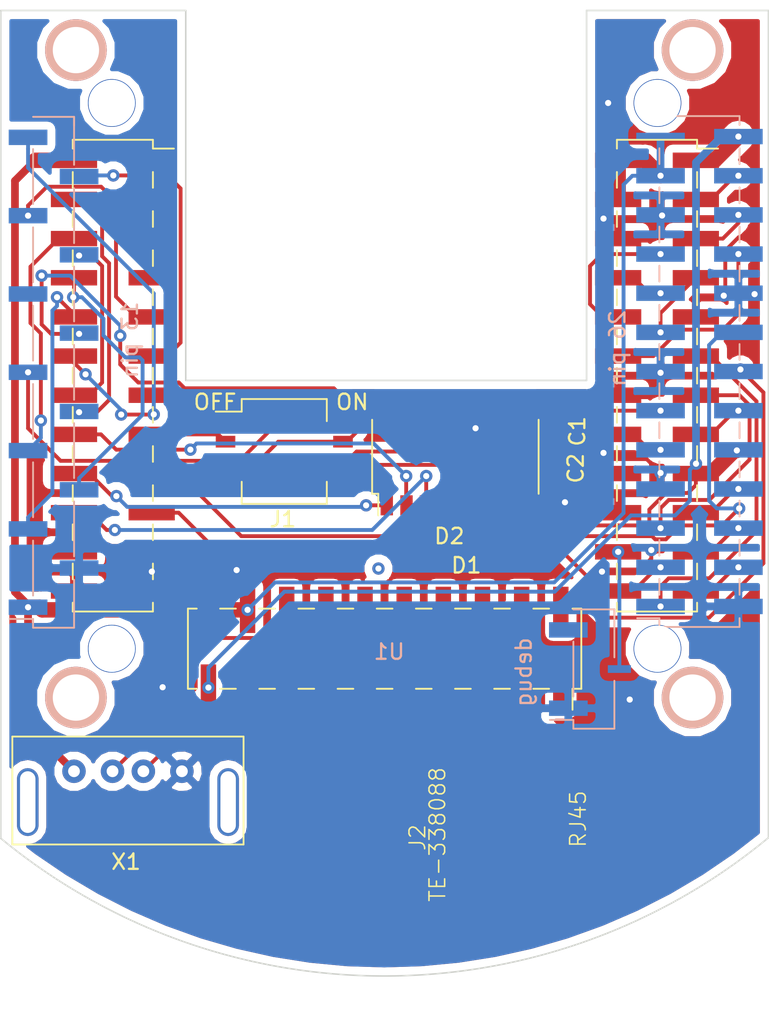
<source format=kicad_pcb>
(kicad_pcb (version 20171130) (host pcbnew 6.0.0-rc1-unknown-15e0771~66~ubuntu16.04.1)

  (general
    (thickness 1.6)
    (drawings 14)
    (tracks 402)
    (zones 0)
    (modules 8)
    (nets 52)
  )

  (page A4)
  (layers
    (0 F.Cu signal)
    (31 B.Cu signal)
    (32 B.Adhes user)
    (33 F.Adhes user)
    (34 B.Paste user)
    (35 F.Paste user)
    (36 B.SilkS user)
    (37 F.SilkS user)
    (38 B.Mask user)
    (39 F.Mask user)
    (40 Dwgs.User user)
    (41 Cmts.User user)
    (42 Eco1.User user)
    (43 Eco2.User user)
    (44 Edge.Cuts user)
    (45 Margin user)
    (46 B.CrtYd user)
    (47 F.CrtYd user)
    (48 B.Fab user)
    (49 F.Fab user)
  )

  (setup
    (last_trace_width 0.5)
    (user_trace_width 0.2)
    (user_trace_width 0.3)
    (user_trace_width 0.4)
    (user_trace_width 0.5)
    (user_trace_width 0.6)
    (user_trace_width 0.7)
    (user_trace_width 0.8)
    (user_trace_width 1)
    (trace_clearance 0.2)
    (zone_clearance 0.508)
    (zone_45_only no)
    (trace_min 0.2)
    (via_size 0.8)
    (via_drill 0.4)
    (via_min_size 0.4)
    (via_min_drill 0.3)
    (uvia_size 0.3)
    (uvia_drill 0.1)
    (uvias_allowed no)
    (uvia_min_size 0.2)
    (uvia_min_drill 0.1)
    (edge_width 0.1)
    (segment_width 0.2)
    (pcb_text_width 0.3)
    (pcb_text_size 1.5 1.5)
    (mod_edge_width 0.15)
    (mod_text_size 1 1)
    (mod_text_width 0.15)
    (pad_size 3.15 0.5)
    (pad_drill 0)
    (pad_to_mask_clearance 0)
    (aux_axis_origin 0 0)
    (visible_elements FFFFFF7F)
    (pcbplotparams
      (layerselection 0x010fc_ffffffff)
      (usegerberextensions false)
      (usegerberattributes false)
      (usegerberadvancedattributes false)
      (creategerberjobfile false)
      (excludeedgelayer true)
      (linewidth 0.100000)
      (plotframeref false)
      (viasonmask false)
      (mode 1)
      (useauxorigin false)
      (hpglpennumber 1)
      (hpglpenspeed 20)
      (hpglpendiameter 15.000000)
      (psnegative false)
      (psa4output false)
      (plotreference true)
      (plotvalue true)
      (plotinvisibletext false)
      (padsonsilk false)
      (subtractmaskfromsilk false)
      (outputformat 1)
      (mirror false)
      (drillshape 1)
      (scaleselection 1)
      (outputdirectory ""))
  )

  (net 0 "")
  (net 1 3,3V)
  (net 2 5V)
  (net 3 SDA)
  (net 4 SCK)
  (net 5 GND)
  (net 6 PA07)
  (net 7 UART1_RX)
  (net 8 UART1_TX)
  (net 9 PA10)
  (net 10 PWM1)
  (net 11 PA02)
  (net 12 PA03)
  (net 13 PA18)
  (net 14 PA19)
  (net 15 SPI1_MOSI)
  (net 16 SPI1_MISO)
  (net 17 RX)
  (net 18 SPI1_CLK)
  (net 19 SPI1_CS)
  (net 20 DP2)
  (net 21 LR)
  (net 22 DM2)
  (net 23 MP)
  (net 24 MBIAS)
  (net 25 LL)
  (net 26 IR)
  (net 27 MN)
  (net 28 UART2_RX)
  (net 29 UART2_TX)
  (net 30 DM3)
  (net 31 DP3)
  (net 32 "Net-(C1-Pad1)")
  (net 33 "Net-(C1-Pad2)")
  (net 34 "Net-(C2-Pad1)")
  (net 35 "Net-(D1-Pad110)")
  (net 36 "Net-(D1-Pad304)")
  (net 37 "Net-(D1-Pad109)")
  (net 38 "Net-(D1-Pad303)")
  (net 39 "Net-(D1-Pad108)")
  (net 40 "Net-(D2-Pad7)")
  (net 41 "Net-(D2-Pad8)")
  (net 42 "Net-(D1-Pad513)")
  (net 43 "Net-(D1-Pad511)")
  (net 44 "Net-(D1-Pad515)")
  (net 45 "Net-(D1-Pad517)")
  (net 46 "Net-(D1-Pad516)")
  (net 47 "Net-(D1-Pad518)")
  (net 48 "Net-(D1-Pad512)")
  (net 49 "Net-(D1-Pad514)")
  (net 50 "Net-(D1-Pad506)")
  (net 51 "Net-(D1-Pad508)")

  (net_class Default "Это класс цепей по умолчанию."
    (clearance 0.2)
    (trace_width 0.25)
    (via_dia 0.8)
    (via_drill 0.4)
    (uvia_dia 0.3)
    (uvia_drill 0.1)
    (add_net 3,3V)
    (add_net 5V)
    (add_net DM2)
    (add_net DM3)
    (add_net DP2)
    (add_net DP3)
    (add_net GND)
    (add_net IR)
    (add_net LL)
    (add_net LR)
    (add_net MBIAS)
    (add_net MN)
    (add_net MP)
    (add_net "Net-(C1-Pad1)")
    (add_net "Net-(C1-Pad2)")
    (add_net "Net-(C2-Pad1)")
    (add_net "Net-(D1-Pad108)")
    (add_net "Net-(D1-Pad109)")
    (add_net "Net-(D1-Pad110)")
    (add_net "Net-(D1-Pad303)")
    (add_net "Net-(D1-Pad304)")
    (add_net "Net-(D1-Pad506)")
    (add_net "Net-(D1-Pad508)")
    (add_net "Net-(D1-Pad511)")
    (add_net "Net-(D1-Pad512)")
    (add_net "Net-(D1-Pad513)")
    (add_net "Net-(D1-Pad514)")
    (add_net "Net-(D1-Pad515)")
    (add_net "Net-(D1-Pad516)")
    (add_net "Net-(D1-Pad517)")
    (add_net "Net-(D1-Pad518)")
    (add_net "Net-(D2-Pad7)")
    (add_net "Net-(D2-Pad8)")
    (add_net PA02)
    (add_net PA03)
    (add_net PA07)
    (add_net PA10)
    (add_net PA18)
    (add_net PA19)
    (add_net PWM1)
    (add_net RX)
    (add_net SCK)
    (add_net SDA)
    (add_net SPI1_CLK)
    (add_net SPI1_CS)
    (add_net SPI1_MISO)
    (add_net SPI1_MOSI)
    (add_net UART1_RX)
    (add_net UART1_TX)
    (add_net UART2_RX)
    (add_net UART2_TX)
  )

  (module Button_Switch_SMD:SW_DIP_SPSTx04_Slide_KingTek_DSHP04TS_W7.62mm_P1.27mm (layer F.Cu) (tedit 5B86BF36) (tstamp 5B866C2D)
    (at 145.415 82.23)
    (descr "SMD 4x-dip-switch SPST KingTek_DSHP04TS, Slide, row spacing 7.62 mm (300 mils), body size  (see http://www.kingtek.net.cn/pic/201601201417455112.pdf)")
    (tags "SMD DIP Switch SPST Slide 7.62mm 300mil")
    (path /5B85C71E)
    (attr smd)
    (fp_text reference J1 (at -0.09 4.395) (layer F.SilkS)
      (effects (font (size 1 1) (thickness 0.15)))
    )
    (fp_text value HEADER-2x03 (at 0 4.4) (layer F.Fab)
      (effects (font (size 1 1) (thickness 0.15)))
    )
    (fp_text user on (at -0.055 -2.8225) (layer F.Fab)
      (effects (font (size 0.8 0.8) (thickness 0.12)))
    )
    (fp_text user %R (at 1.85 0 90) (layer F.Fab)
      (effects (font (size 0.8 0.8) (thickness 0.12)))
    )
    (fp_line (start 4.7 -3.7) (end -4.7 -3.7) (layer F.CrtYd) (width 0.05))
    (fp_line (start 4.7 3.7) (end 4.7 -3.7) (layer F.CrtYd) (width 0.05))
    (fp_line (start -4.7 3.7) (end 4.7 3.7) (layer F.CrtYd) (width 0.05))
    (fp_line (start -4.7 -3.7) (end -4.7 3.7) (layer F.CrtYd) (width 0.05))
    (fp_line (start 2.76 1.966) (end 2.76 3.401) (layer F.SilkS) (width 0.12))
    (fp_line (start -2.76 1.966) (end -2.76 3.401) (layer F.SilkS) (width 0.12))
    (fp_line (start 2.76 -3.401) (end 2.76 -1.966) (layer F.SilkS) (width 0.12))
    (fp_line (start -2.76 -3.401) (end 2.76 -3.401) (layer F.SilkS) (width 0.12))
    (fp_line (start -2.76 -3.401) (end -2.76 -2.585) (layer F.SilkS) (width 0.12))
    (fp_line (start -4.446 -2.585) (end -2.76 -2.585) (layer F.SilkS) (width 0.12))
    (fp_line (start -2.76 3.401) (end 2.76 3.401) (layer F.SilkS) (width 0.12))
    (fp_line (start -0.333333 1.505) (end -0.333333 2.305) (layer F.Fab) (width 0.1))
    (fp_line (start -1 2.205) (end -0.333333 2.205) (layer F.Fab) (width 0.1))
    (fp_line (start -1 2.105) (end -0.333333 2.105) (layer F.Fab) (width 0.1))
    (fp_line (start -1 2.005) (end -0.333333 2.005) (layer F.Fab) (width 0.1))
    (fp_line (start -1 1.905) (end -0.333333 1.905) (layer F.Fab) (width 0.1))
    (fp_line (start -1 1.805) (end -0.333333 1.805) (layer F.Fab) (width 0.1))
    (fp_line (start -1 1.705) (end -0.333333 1.705) (layer F.Fab) (width 0.1))
    (fp_line (start -1 1.605) (end -0.333333 1.605) (layer F.Fab) (width 0.1))
    (fp_line (start 1 1.505) (end -1 1.505) (layer F.Fab) (width 0.1))
    (fp_line (start 1 2.305) (end 1 1.505) (layer F.Fab) (width 0.1))
    (fp_line (start -1 2.305) (end 1 2.305) (layer F.Fab) (width 0.1))
    (fp_line (start -1 1.505) (end -1 2.305) (layer F.Fab) (width 0.1))
    (fp_line (start -0.333333 0.235) (end -0.333333 1.035) (layer F.Fab) (width 0.1))
    (fp_line (start -1 0.935) (end -0.333333 0.935) (layer F.Fab) (width 0.1))
    (fp_line (start -1 0.835) (end -0.333333 0.835) (layer F.Fab) (width 0.1))
    (fp_line (start -1 0.735) (end -0.333333 0.735) (layer F.Fab) (width 0.1))
    (fp_line (start -1 0.635) (end -0.333333 0.635) (layer F.Fab) (width 0.1))
    (fp_line (start -1 0.535) (end -0.333333 0.535) (layer F.Fab) (width 0.1))
    (fp_line (start -1 0.435) (end -0.333333 0.435) (layer F.Fab) (width 0.1))
    (fp_line (start -1 0.335) (end -0.333333 0.335) (layer F.Fab) (width 0.1))
    (fp_line (start 1 0.235) (end -1 0.235) (layer F.Fab) (width 0.1))
    (fp_line (start 1 1.035) (end 1 0.235) (layer F.Fab) (width 0.1))
    (fp_line (start -1 1.035) (end 1 1.035) (layer F.Fab) (width 0.1))
    (fp_line (start -1 0.235) (end -1 1.035) (layer F.Fab) (width 0.1))
    (fp_line (start -0.333333 -1.035) (end -0.333333 -0.235) (layer F.Fab) (width 0.1))
    (fp_line (start -1 -0.335) (end -0.333333 -0.335) (layer F.Fab) (width 0.1))
    (fp_line (start -1 -0.435) (end -0.333333 -0.435) (layer F.Fab) (width 0.1))
    (fp_line (start -1 -0.535) (end -0.333333 -0.535) (layer F.Fab) (width 0.1))
    (fp_line (start -1 -0.635) (end -0.333333 -0.635) (layer F.Fab) (width 0.1))
    (fp_line (start -1 -0.735) (end -0.333333 -0.735) (layer F.Fab) (width 0.1))
    (fp_line (start -1 -0.835) (end -0.333333 -0.835) (layer F.Fab) (width 0.1))
    (fp_line (start -1 -0.935) (end -0.333333 -0.935) (layer F.Fab) (width 0.1))
    (fp_line (start 1 -1.035) (end -1 -1.035) (layer F.Fab) (width 0.1))
    (fp_line (start 1 -0.235) (end 1 -1.035) (layer F.Fab) (width 0.1))
    (fp_line (start -1 -0.235) (end 1 -0.235) (layer F.Fab) (width 0.1))
    (fp_line (start -1 -1.035) (end -1 -0.235) (layer F.Fab) (width 0.1))
    (fp_line (start -0.333333 -2.305) (end -0.333333 -1.505) (layer F.Fab) (width 0.1))
    (fp_line (start -1 -1.605) (end -0.333333 -1.605) (layer F.Fab) (width 0.1))
    (fp_line (start -1 -1.705) (end -0.333333 -1.705) (layer F.Fab) (width 0.1))
    (fp_line (start -1 -1.805) (end -0.333333 -1.805) (layer F.Fab) (width 0.1))
    (fp_line (start -1 -1.905) (end -0.333333 -1.905) (layer F.Fab) (width 0.1))
    (fp_line (start -1 -2.005) (end -0.333333 -2.005) (layer F.Fab) (width 0.1))
    (fp_line (start -1 -2.105) (end -0.333333 -2.105) (layer F.Fab) (width 0.1))
    (fp_line (start -1 -2.205) (end -0.333333 -2.205) (layer F.Fab) (width 0.1))
    (fp_line (start 1 -2.305) (end -1 -2.305) (layer F.Fab) (width 0.1))
    (fp_line (start 1 -1.505) (end 1 -2.305) (layer F.Fab) (width 0.1))
    (fp_line (start -1 -1.505) (end 1 -1.505) (layer F.Fab) (width 0.1))
    (fp_line (start -1 -2.305) (end -1 -1.505) (layer F.Fab) (width 0.1))
    (fp_line (start -2.7 -2.34) (end -1.7 -3.34) (layer F.Fab) (width 0.1))
    (fp_line (start -2.7 3.34) (end -2.7 -2.34) (layer F.Fab) (width 0.1))
    (fp_line (start 2.7 3.34) (end -2.7 3.34) (layer F.Fab) (width 0.1))
    (fp_line (start 2.7 -3.34) (end 2.7 3.34) (layer F.Fab) (width 0.1))
    (fp_line (start -1.7 -3.34) (end 2.7 -3.34) (layer F.Fab) (width 0.1))
    (pad 8 smd rect (at 3.81 -1.905) (size 1.27 0.76) (layers F.Cu F.Paste F.Mask)
      (net 21 LR))
    (pad 4 smd rect (at -3.81 1.905) (size 1.27 0.76) (layers F.Cu F.Paste F.Mask)
      (net 25 LL))
    (pad 7 smd rect (at 3.81 -0.635) (size 1.27 0.76) (layers F.Cu F.Paste F.Mask)
      (net 25 LL))
    (pad 3 smd rect (at -3.81 0.635) (size 1.27 0.76) (layers F.Cu F.Paste F.Mask)
      (net 21 LR))
    (pad 6 smd rect (at 3.81 0.635) (size 1.27 0.76) (layers F.Cu F.Paste F.Mask)
      (net 41 "Net-(D2-Pad8)"))
    (pad 2 smd rect (at -3.81 -0.635) (size 1.27 0.76) (layers F.Cu F.Paste F.Mask)
      (net 36 "Net-(D1-Pad304)"))
    (pad 5 smd rect (at 3.81 1.905) (size 1.27 0.76) (layers F.Cu F.Paste F.Mask)
      (net 40 "Net-(D2-Pad7)"))
    (pad 1 smd rect (at -3.81 -1.905) (size 1.27 0.76) (layers F.Cu F.Paste F.Mask)
      (net 38 "Net-(D1-Pad303)"))
    (model ${KISYS3DMOD}/Button_Switch_SMD.3dshapes/SW_DIP_SPSTx04_Slide_KingTek_DSHP04TS_W7.62mm_P1.27mm.wrl
      (at (xyz 0 0 0))
      (scale (xyz 1 1 1))
      (rotate (xyz 0 0 0))
    )
    (model ${KISYS3DMOD}/Button_Switch_SMD.3dshapes/SW_DIP_x4_W7.62mm_Slide_Copal_CHS-B.wrl
      (at (xyz 0 0 0))
      (scale (xyz 1 1 1))
      (rotate (xyz 0 0 0))
    )
  )

  (module shardy:RJ45-TE-338088 (layer F.Cu) (tedit 5B86BC59) (tstamp 5B869372)
    (at 152.255566 107.27384)
    (path /5B86BE1F)
    (fp_text reference J2 (at 1.80086 0 90) (layer F.SilkS)
      (effects (font (size 1.016 1.016) (thickness 0.1016)))
    )
    (fp_text value RJ45 (at 12.219434 -1.19884 270) (layer F.SilkS)
      (effects (font (size 1.016 1.016) (thickness 0.1016)))
    )
    (fp_text user TE-338088 (at 3.0988 -0.19812 90) (layer F.SilkS)
      (effects (font (size 1.016 1.016) (thickness 0.1016)))
    )
    (pad 9 smd rect (at -6.85038 2.97688) (size 4.50088 3.1496) (layers F.Cu F.Paste F.Mask))
    (pad 9 smd rect (at -6.85038 -2.77368) (size 4.50088 3.1496) (layers F.Cu F.Paste F.Mask))
    (pad 8 smd rect (at 8.6995 4.48056) (size 3.2004 0.70104) (layers F.Cu F.Paste F.Mask)
      (net 43 "Net-(D1-Pad511)"))
    (pad 7 smd rect (at 8.6995 3.21056) (size 3.2004 0.70104) (layers F.Cu F.Paste F.Mask)
      (net 48 "Net-(D1-Pad512)"))
    (pad 2 smd rect (at 8.6995 -3.13944) (size 3.2004 0.70104) (layers F.Cu F.Paste F.Mask)
      (net 44 "Net-(D1-Pad515)"))
    (pad 1 smd rect (at 8.6995 -4.40944) (size 3.2004 0.70104) (layers F.Cu F.Paste F.Mask)
      (net 46 "Net-(D1-Pad516)"))
    (pad 6 smd rect (at 8.6995 1.94056) (size 3.2004 0.70104) (layers F.Cu F.Paste F.Mask)
      (net 45 "Net-(D1-Pad517)"))
    (pad 3 smd rect (at 8.6995 -1.86944) (size 3.2004 0.70104) (layers F.Cu F.Paste F.Mask)
      (net 47 "Net-(D1-Pad518)"))
    (pad 5 smd rect (at 8.6995 0.67056) (size 3.2004 0.70104) (layers F.Cu F.Paste F.Mask)
      (net 42 "Net-(D1-Pad513)"))
    (pad 4 smd rect (at 8.6995 -0.59944) (size 3.2004 0.70104) (layers F.Cu F.Paste F.Mask)
      (net 49 "Net-(D1-Pad514)"))
    (model /home/user/kicad/libraries/imm_lib/rj45.wrl
      (offset (xyz 7.5 0 0))
      (scale (xyz 0.35 0.35 0.3))
      (rotate (xyz 0 0 90))
    )
  )

  (module imm:NanoPiNeoAir2 (layer F.Cu) (tedit 5B846BC6) (tstamp 5B842884)
    (at 171.925 57.325 270)
    (path /5B840513)
    (fp_text reference D1 (at 32.3 14.7) (layer F.SilkS)
      (effects (font (size 1 1) (thickness 0.15)))
    )
    (fp_text value NanoPiNeo (at 19.9 30.8 270) (layer F.Fab)
      (effects (font (size 1 1) (thickness 0.15)))
    )
    (fp_line (start 33.15 33.2) (end 33.15 6.8) (layer F.CrtYd) (width 0.05))
    (fp_line (start 42.2 33.2) (end 33.15 33.2) (layer F.CrtYd) (width 0.05))
    (fp_line (start 42.2 6.8) (end 42.2 33.2) (layer F.CrtYd) (width 0.05))
    (fp_line (start 33.15 6.8) (end 42.2 6.8) (layer F.CrtYd) (width 0.05))
    (fp_line (start 41.62 31.75) (end 40.24 31.75) (layer F.Fab) (width 0.1))
    (fp_line (start 41.62 31.11) (end 41.62 31.75) (layer F.Fab) (width 0.1))
    (fp_line (start 40.24 31.11) (end 41.62 31.11) (layer F.Fab) (width 0.1))
    (fp_line (start 33.78 31.75) (end 33.78 31.11) (layer F.Fab) (width 0.1))
    (fp_line (start 35.16 31.75) (end 33.78 31.75) (layer F.Fab) (width 0.1))
    (fp_line (start 33.78 31.11) (end 35.16 31.11) (layer F.Fab) (width 0.1))
    (fp_line (start 41.62 29.21) (end 40.24 29.21) (layer F.Fab) (width 0.1))
    (fp_line (start 41.62 28.57) (end 41.62 29.21) (layer F.Fab) (width 0.1))
    (fp_line (start 40.24 28.57) (end 41.62 28.57) (layer F.Fab) (width 0.1))
    (fp_line (start 33.78 29.21) (end 33.78 28.57) (layer F.Fab) (width 0.1))
    (fp_line (start 35.16 29.21) (end 33.78 29.21) (layer F.Fab) (width 0.1))
    (fp_line (start 33.78 28.57) (end 35.16 28.57) (layer F.Fab) (width 0.1))
    (fp_line (start 41.62 26.67) (end 40.24 26.67) (layer F.Fab) (width 0.1))
    (fp_line (start 41.62 26.03) (end 41.62 26.67) (layer F.Fab) (width 0.1))
    (fp_line (start 40.24 26.03) (end 41.62 26.03) (layer F.Fab) (width 0.1))
    (fp_line (start 33.78 26.67) (end 33.78 26.03) (layer F.Fab) (width 0.1))
    (fp_line (start 35.16 26.67) (end 33.78 26.67) (layer F.Fab) (width 0.1))
    (fp_line (start 33.78 26.03) (end 35.16 26.03) (layer F.Fab) (width 0.1))
    (fp_line (start 41.62 24.13) (end 40.24 24.13) (layer F.Fab) (width 0.1))
    (fp_line (start 41.62 23.49) (end 41.62 24.13) (layer F.Fab) (width 0.1))
    (fp_line (start 40.24 23.49) (end 41.62 23.49) (layer F.Fab) (width 0.1))
    (fp_line (start 33.78 24.13) (end 33.78 23.49) (layer F.Fab) (width 0.1))
    (fp_line (start 35.16 24.13) (end 33.78 24.13) (layer F.Fab) (width 0.1))
    (fp_line (start 33.78 23.49) (end 35.16 23.49) (layer F.Fab) (width 0.1))
    (fp_line (start 41.62 21.59) (end 40.24 21.59) (layer F.Fab) (width 0.1))
    (fp_line (start 41.62 20.95) (end 41.62 21.59) (layer F.Fab) (width 0.1))
    (fp_line (start 40.24 20.95) (end 41.62 20.95) (layer F.Fab) (width 0.1))
    (fp_line (start 33.78 21.59) (end 33.78 20.95) (layer F.Fab) (width 0.1))
    (fp_line (start 35.16 21.59) (end 33.78 21.59) (layer F.Fab) (width 0.1))
    (fp_line (start 33.78 20.95) (end 35.16 20.95) (layer F.Fab) (width 0.1))
    (fp_line (start 41.62 19.05) (end 40.24 19.05) (layer F.Fab) (width 0.1))
    (fp_line (start 41.62 18.41) (end 41.62 19.05) (layer F.Fab) (width 0.1))
    (fp_line (start 40.24 18.41) (end 41.62 18.41) (layer F.Fab) (width 0.1))
    (fp_line (start 33.78 19.05) (end 33.78 18.41) (layer F.Fab) (width 0.1))
    (fp_line (start 35.16 19.05) (end 33.78 19.05) (layer F.Fab) (width 0.1))
    (fp_line (start 33.78 18.41) (end 35.16 18.41) (layer F.Fab) (width 0.1))
    (fp_line (start 41.62 16.51) (end 40.24 16.51) (layer F.Fab) (width 0.1))
    (fp_line (start 41.62 15.87) (end 41.62 16.51) (layer F.Fab) (width 0.1))
    (fp_line (start 40.24 15.87) (end 41.62 15.87) (layer F.Fab) (width 0.1))
    (fp_line (start 33.78 16.51) (end 33.78 15.87) (layer F.Fab) (width 0.1))
    (fp_line (start 35.16 16.51) (end 33.78 16.51) (layer F.Fab) (width 0.1))
    (fp_line (start 33.78 15.87) (end 35.16 15.87) (layer F.Fab) (width 0.1))
    (fp_line (start 41.62 13.97) (end 40.24 13.97) (layer F.Fab) (width 0.1))
    (fp_line (start 41.62 13.33) (end 41.62 13.97) (layer F.Fab) (width 0.1))
    (fp_line (start 40.24 13.33) (end 41.62 13.33) (layer F.Fab) (width 0.1))
    (fp_line (start 33.78 13.97) (end 33.78 13.33) (layer F.Fab) (width 0.1))
    (fp_line (start 35.16 13.97) (end 33.78 13.97) (layer F.Fab) (width 0.1))
    (fp_line (start 33.78 13.33) (end 35.16 13.33) (layer F.Fab) (width 0.1))
    (fp_line (start 41.62 11.43) (end 40.24 11.43) (layer F.Fab) (width 0.1))
    (fp_line (start 41.62 10.79) (end 41.62 11.43) (layer F.Fab) (width 0.1))
    (fp_line (start 40.24 10.79) (end 41.62 10.79) (layer F.Fab) (width 0.1))
    (fp_line (start 33.78 11.43) (end 33.78 10.79) (layer F.Fab) (width 0.1))
    (fp_line (start 35.16 11.43) (end 33.78 11.43) (layer F.Fab) (width 0.1))
    (fp_line (start 33.78 10.79) (end 35.16 10.79) (layer F.Fab) (width 0.1))
    (fp_line (start 41.62 8.89) (end 40.24 8.89) (layer F.Fab) (width 0.1))
    (fp_line (start 41.62 8.25) (end 41.62 8.89) (layer F.Fab) (width 0.1))
    (fp_line (start 40.24 8.25) (end 41.62 8.25) (layer F.Fab) (width 0.1))
    (fp_line (start 33.78 8.89) (end 33.78 8.25) (layer F.Fab) (width 0.1))
    (fp_line (start 35.16 8.89) (end 33.78 8.89) (layer F.Fab) (width 0.1))
    (fp_line (start 33.78 8.25) (end 35.16 8.25) (layer F.Fab) (width 0.1))
    (fp_line (start 35.16 32.7) (end 35.16 7.3) (layer F.Fab) (width 0.1))
    (fp_line (start 40.24 32.7) (end 35.16 32.7) (layer F.Fab) (width 0.1))
    (fp_line (start 40.24 8.3) (end 40.24 32.7) (layer F.Fab) (width 0.1))
    (fp_line (start 39.24 7.3) (end 40.24 8.3) (layer F.Fab) (width 0.1))
    (fp_line (start 35.16 7.3) (end 39.24 7.3) (layer F.Fab) (width 0.1))
    (fp_line (start 40.3 7.81) (end 41.66 7.81) (layer F.SilkS) (width 0.12))
    (fp_line (start 35.1 32.19) (end 35.1 32.76) (layer F.SilkS) (width 0.12))
    (fp_line (start 35.1 29.65) (end 35.1 30.67) (layer F.SilkS) (width 0.12))
    (fp_line (start 35.1 27.11) (end 35.1 28.13) (layer F.SilkS) (width 0.12))
    (fp_line (start 35.1 24.57) (end 35.1 25.59) (layer F.SilkS) (width 0.12))
    (fp_line (start 35.1 22.03) (end 35.1 23.05) (layer F.SilkS) (width 0.12))
    (fp_line (start 35.1 19.49) (end 35.1 20.51) (layer F.SilkS) (width 0.12))
    (fp_line (start 35.1 16.95) (end 35.1 17.97) (layer F.SilkS) (width 0.12))
    (fp_line (start 35.1 14.41) (end 35.1 15.43) (layer F.SilkS) (width 0.12))
    (fp_line (start 35.1 11.87) (end 35.1 12.89) (layer F.SilkS) (width 0.12))
    (fp_line (start 35.1 9.33) (end 35.1 10.35) (layer F.SilkS) (width 0.12))
    (fp_line (start 35.1 7.24) (end 35.1 7.81) (layer F.SilkS) (width 0.12))
    (fp_line (start 35.1 32.76) (end 40.3 32.76) (layer F.SilkS) (width 0.12))
    (fp_line (start 40.3 32.19) (end 40.3 32.76) (layer F.SilkS) (width 0.12))
    (fp_line (start 40.3 29.65) (end 40.3 30.67) (layer F.SilkS) (width 0.12))
    (fp_line (start 40.3 27.11) (end 40.3 28.13) (layer F.SilkS) (width 0.12))
    (fp_line (start 40.3 24.57) (end 40.3 25.59) (layer F.SilkS) (width 0.12))
    (fp_line (start 40.3 22.03) (end 40.3 23.05) (layer F.SilkS) (width 0.12))
    (fp_line (start 40.3 19.49) (end 40.3 20.51) (layer F.SilkS) (width 0.12))
    (fp_line (start 40.3 16.95) (end 40.3 17.97) (layer F.SilkS) (width 0.12))
    (fp_line (start 40.3 14.41) (end 40.3 15.43) (layer F.SilkS) (width 0.12))
    (fp_line (start 40.3 11.87) (end 40.3 12.89) (layer F.SilkS) (width 0.12))
    (fp_line (start 40.3 9.33) (end 40.3 10.35) (layer F.SilkS) (width 0.12))
    (fp_line (start 40.3 7.24) (end 40.3 7.81) (layer F.SilkS) (width 0.12))
    (fp_line (start 35.1 7.24) (end 40.3 7.24) (layer F.SilkS) (width 0.12))
    (fp_line (start 9.317811 35.029877) (end 10.337811 35.029877) (layer F.SilkS) (width 0.12))
    (fp_line (start 11.857811 35.029877) (end 12.877811 35.029877) (layer F.SilkS) (width 0.12))
    (fp_line (start 14.397811 35.029877) (end 15.417811 35.029877) (layer F.SilkS) (width 0.12))
    (fp_line (start 16.937811 35.029877) (end 17.957811 35.029877) (layer F.SilkS) (width 0.12))
    (fp_line (start 19.477811 35.029877) (end 20.497811 35.029877) (layer F.SilkS) (width 0.12))
    (fp_line (start 22.017811 35.029877) (end 23.037811 35.029877) (layer F.SilkS) (width 0.12))
    (fp_line (start 24.557811 35.029877) (end 25.577811 35.029877) (layer F.SilkS) (width 0.12))
    (fp_line (start 27.097811 35.029877) (end 28.117811 35.029877) (layer F.SilkS) (width 0.12))
    (fp_line (start 29.637811 35.029877) (end 30.657811 35.029877) (layer F.SilkS) (width 0.12))
    (fp_line (start 32.177811 35.029877) (end 33.197811 35.029877) (layer F.SilkS) (width 0.12))
    (fp_line (start 34.717811 35.029877) (end 35.287811 35.029877) (layer F.SilkS) (width 0.12))
    (fp_line (start 35.287811 40.229877) (end 35.287811 35.029877) (layer F.SilkS) (width 0.12))
    (fp_line (start 4.687811 40.229877) (end 5.257811 40.229877) (layer F.SilkS) (width 0.12))
    (fp_line (start 6.777811 40.229877) (end 7.797811 40.229877) (layer F.SilkS) (width 0.12))
    (fp_line (start 9.317811 40.229877) (end 10.337811 40.229877) (layer F.SilkS) (width 0.12))
    (fp_line (start 14.397811 40.229877) (end 15.417811 40.229877) (layer F.SilkS) (width 0.12))
    (fp_line (start 16.937811 40.229877) (end 17.957811 40.229877) (layer F.SilkS) (width 0.12))
    (fp_line (start 19.477811 40.229877) (end 20.497811 40.229877) (layer F.SilkS) (width 0.12))
    (fp_line (start 11.857811 40.229877) (end 12.877811 40.229877) (layer F.SilkS) (width 0.12))
    (fp_line (start 5.697811 41.549877) (end 5.697811 40.169877) (layer F.Fab) (width 0.1))
    (fp_line (start 6.337811 40.169877) (end 6.337811 41.549877) (layer F.Fab) (width 0.1))
    (fp_line (start 6.337811 41.549877) (end 5.697811 41.549877) (layer F.Fab) (width 0.1))
    (fp_line (start 5.697811 35.089877) (end 5.697811 33.709877) (layer F.Fab) (width 0.1))
    (fp_line (start 5.697811 33.709877) (end 6.337811 33.709877) (layer F.Fab) (width 0.1))
    (fp_line (start 6.337811 33.709877) (end 6.337811 35.089877) (layer F.Fab) (width 0.1))
    (fp_line (start 8.237811 41.549877) (end 8.237811 40.169877) (layer F.Fab) (width 0.1))
    (fp_line (start 8.237811 33.709877) (end 8.877811 33.709877) (layer F.Fab) (width 0.1))
    (fp_line (start 35.737811 42.179877) (end 4.237811 42.179877) (layer F.CrtYd) (width 0.05))
    (fp_line (start 35.737811 33.129877) (end 35.737811 42.179877) (layer F.CrtYd) (width 0.05))
    (fp_line (start 4.237811 33.129877) (end 35.737811 33.129877) (layer F.CrtYd) (width 0.05))
    (fp_line (start 4.237811 42.179877) (end 4.237811 33.129877) (layer F.CrtYd) (width 0.05))
    (fp_line (start 34.277811 33.709877) (end 34.277811 35.089877) (layer F.Fab) (width 0.1))
    (fp_line (start 33.637811 33.709877) (end 34.277811 33.709877) (layer F.Fab) (width 0.1))
    (fp_line (start 33.637811 35.089877) (end 33.637811 33.709877) (layer F.Fab) (width 0.1))
    (fp_line (start 34.277811 41.549877) (end 33.637811 41.549877) (layer F.Fab) (width 0.1))
    (fp_line (start 34.277811 40.169877) (end 34.277811 41.549877) (layer F.Fab) (width 0.1))
    (fp_line (start 33.637811 41.549877) (end 33.637811 40.169877) (layer F.Fab) (width 0.1))
    (fp_line (start 31.737811 33.709877) (end 31.737811 35.089877) (layer F.Fab) (width 0.1))
    (fp_line (start 31.097811 33.709877) (end 31.737811 33.709877) (layer F.Fab) (width 0.1))
    (fp_line (start 31.097811 35.089877) (end 31.097811 33.709877) (layer F.Fab) (width 0.1))
    (fp_line (start 31.737811 41.549877) (end 31.097811 41.549877) (layer F.Fab) (width 0.1))
    (fp_line (start 31.737811 40.169877) (end 31.737811 41.549877) (layer F.Fab) (width 0.1))
    (fp_line (start 31.097811 41.549877) (end 31.097811 40.169877) (layer F.Fab) (width 0.1))
    (fp_line (start 29.197811 33.709877) (end 29.197811 35.089877) (layer F.Fab) (width 0.1))
    (fp_line (start 28.557811 33.709877) (end 29.197811 33.709877) (layer F.Fab) (width 0.1))
    (fp_line (start 28.557811 35.089877) (end 28.557811 33.709877) (layer F.Fab) (width 0.1))
    (fp_line (start 29.197811 41.549877) (end 28.557811 41.549877) (layer F.Fab) (width 0.1))
    (fp_line (start 29.197811 40.169877) (end 29.197811 41.549877) (layer F.Fab) (width 0.1))
    (fp_line (start 28.557811 41.549877) (end 28.557811 40.169877) (layer F.Fab) (width 0.1))
    (fp_line (start 26.657811 33.709877) (end 26.657811 35.089877) (layer F.Fab) (width 0.1))
    (fp_line (start 26.017811 33.709877) (end 26.657811 33.709877) (layer F.Fab) (width 0.1))
    (fp_line (start 26.017811 35.089877) (end 26.017811 33.709877) (layer F.Fab) (width 0.1))
    (fp_line (start 26.657811 41.549877) (end 26.017811 41.549877) (layer F.Fab) (width 0.1))
    (fp_line (start 26.657811 40.169877) (end 26.657811 41.549877) (layer F.Fab) (width 0.1))
    (fp_line (start 26.017811 41.549877) (end 26.017811 40.169877) (layer F.Fab) (width 0.1))
    (fp_line (start 24.117811 33.709877) (end 24.117811 35.089877) (layer F.Fab) (width 0.1))
    (fp_line (start 23.477811 33.709877) (end 24.117811 33.709877) (layer F.Fab) (width 0.1))
    (fp_line (start 23.477811 35.089877) (end 23.477811 33.709877) (layer F.Fab) (width 0.1))
    (fp_line (start 24.117811 41.549877) (end 23.477811 41.549877) (layer F.Fab) (width 0.1))
    (fp_line (start 24.117811 40.169877) (end 24.117811 41.549877) (layer F.Fab) (width 0.1))
    (fp_line (start 35.227811 35.089877) (end 35.227811 40.169877) (layer F.Fab) (width 0.1))
    (fp_line (start 5.747811 35.089877) (end 35.227811 35.089877) (layer F.Fab) (width 0.1))
    (fp_line (start 8.877811 33.709877) (end 8.877811 35.089877) (layer F.Fab) (width 0.1))
    (fp_line (start 4.687811 40.229877) (end 4.687811 35.029877) (layer F.SilkS) (width 0.12))
    (fp_line (start 4.687811 35.029877) (end 5.257811 35.029877) (layer F.SilkS) (width 0.12))
    (fp_line (start 6.777811 35.029877) (end 7.797811 35.029877) (layer F.SilkS) (width 0.12))
    (fp_line (start 20.937811 35.089877) (end 20.937811 33.709877) (layer F.Fab) (width 0.1))
    (fp_line (start 21.577811 41.549877) (end 20.937811 41.549877) (layer F.Fab) (width 0.1))
    (fp_line (start 21.577811 40.169877) (end 21.577811 41.549877) (layer F.Fab) (width 0.1))
    (fp_line (start 20.937811 41.549877) (end 20.937811 40.169877) (layer F.Fab) (width 0.1))
    (fp_line (start 19.037811 33.709877) (end 19.037811 35.089877) (layer F.Fab) (width 0.1))
    (fp_line (start 18.397811 33.709877) (end 19.037811 33.709877) (layer F.Fab) (width 0.1))
    (fp_line (start 18.397811 35.089877) (end 18.397811 33.709877) (layer F.Fab) (width 0.1))
    (fp_line (start 19.037811 41.549877) (end 18.397811 41.549877) (layer F.Fab) (width 0.1))
    (fp_line (start 13.317811 33.709877) (end 13.957811 33.709877) (layer F.Fab) (width 0.1))
    (fp_line (start 13.317811 35.089877) (end 13.317811 33.709877) (layer F.Fab) (width 0.1))
    (fp_line (start 13.957811 41.549877) (end 13.317811 41.549877) (layer F.Fab) (width 0.1))
    (fp_line (start 13.957811 40.169877) (end 13.957811 41.549877) (layer F.Fab) (width 0.1))
    (fp_line (start 13.317811 41.549877) (end 13.317811 40.169877) (layer F.Fab) (width 0.1))
    (fp_line (start 11.417811 33.709877) (end 11.417811 35.089877) (layer F.Fab) (width 0.1))
    (fp_line (start 34.717811 40.229877) (end 35.287811 40.229877) (layer F.SilkS) (width 0.12))
    (fp_line (start 5.257811 35.029877) (end 5.257811 33.669877) (layer F.SilkS) (width 0.12))
    (fp_line (start 22.017811 40.229877) (end 23.037811 40.229877) (layer F.SilkS) (width 0.12))
    (fp_line (start 24.557811 40.229877) (end 25.577811 40.229877) (layer F.SilkS) (width 0.12))
    (fp_line (start 35.227811 40.169877) (end 4.747811 40.169877) (layer F.Fab) (width 0.1))
    (fp_line (start 27.097811 40.229877) (end 28.117811 40.229877) (layer F.SilkS) (width 0.12))
    (fp_line (start 10.777811 41.549877) (end 10.777811 40.169877) (layer F.Fab) (width 0.1))
    (fp_line (start 8.877811 41.549877) (end 8.237811 41.549877) (layer F.Fab) (width 0.1))
    (fp_line (start 8.877811 40.169877) (end 8.877811 41.549877) (layer F.Fab) (width 0.1))
    (fp_line (start 8.237811 35.089877) (end 8.237811 33.709877) (layer F.Fab) (width 0.1))
    (fp_line (start 4.747811 36.089877) (end 5.747811 35.089877) (layer F.Fab) (width 0.1))
    (fp_line (start 29.637811 40.229877) (end 30.657811 40.229877) (layer F.SilkS) (width 0.12))
    (fp_line (start 4.747811 40.169877) (end 4.747811 36.089877) (layer F.Fab) (width 0.1))
    (fp_line (start 10.777811 33.709877) (end 11.417811 33.709877) (layer F.Fab) (width 0.1))
    (fp_line (start 10.777811 35.089877) (end 10.777811 33.709877) (layer F.Fab) (width 0.1))
    (fp_line (start 11.417811 41.549877) (end 10.777811 41.549877) (layer F.Fab) (width 0.1))
    (fp_line (start 32.177811 40.229877) (end 33.197811 40.229877) (layer F.SilkS) (width 0.12))
    (fp_line (start 11.417811 40.169877) (end 11.417811 41.549877) (layer F.Fab) (width 0.1))
    (fp_line (start 19.037811 40.169877) (end 19.037811 41.549877) (layer F.Fab) (width 0.1))
    (fp_line (start 18.397811 41.549877) (end 18.397811 40.169877) (layer F.Fab) (width 0.1))
    (fp_line (start 16.497811 33.709877) (end 16.497811 35.089877) (layer F.Fab) (width 0.1))
    (fp_line (start 15.857811 33.709877) (end 16.497811 33.709877) (layer F.Fab) (width 0.1))
    (fp_line (start 15.857811 35.089877) (end 15.857811 33.709877) (layer F.Fab) (width 0.1))
    (fp_line (start 16.497811 41.549877) (end 15.857811 41.549877) (layer F.Fab) (width 0.1))
    (fp_line (start 16.497811 40.169877) (end 16.497811 41.549877) (layer F.Fab) (width 0.1))
    (fp_line (start 15.857811 41.549877) (end 15.857811 40.169877) (layer F.Fab) (width 0.1))
    (fp_line (start 13.957811 33.709877) (end 13.957811 35.089877) (layer F.Fab) (width 0.1))
    (fp_line (start 23.477811 41.549877) (end 23.477811 40.169877) (layer F.Fab) (width 0.1))
    (fp_line (start 21.577811 33.709877) (end 21.577811 35.089877) (layer F.Fab) (width 0.1))
    (fp_line (start 20.937811 33.709877) (end 21.577811 33.709877) (layer F.Fab) (width 0.1))
    (fp_line (start 35.227811 -0.210123) (end 35.227811 4.869877) (layer F.Fab) (width 0.1))
    (fp_line (start 5.747811 -0.210123) (end 35.227811 -0.210123) (layer F.Fab) (width 0.1))
    (fp_line (start 8.877811 -1.590123) (end 8.877811 -0.210123) (layer F.Fab) (width 0.1))
    (fp_line (start 4.687811 4.929877) (end 4.687811 -0.270123) (layer F.SilkS) (width 0.12))
    (fp_line (start 4.687811 -0.270123) (end 5.257811 -0.270123) (layer F.SilkS) (width 0.12))
    (fp_line (start 6.777811 -0.270123) (end 7.797811 -0.270123) (layer F.SilkS) (width 0.12))
    (fp_line (start 9.317811 -0.270123) (end 10.337811 -0.270123) (layer F.SilkS) (width 0.12))
    (fp_line (start 11.857811 -0.270123) (end 12.877811 -0.270123) (layer F.SilkS) (width 0.12))
    (fp_line (start 14.397811 -0.270123) (end 15.417811 -0.270123) (layer F.SilkS) (width 0.12))
    (fp_line (start 16.937811 -0.270123) (end 17.957811 -0.270123) (layer F.SilkS) (width 0.12))
    (fp_line (start 19.477811 -0.270123) (end 20.497811 -0.270123) (layer F.SilkS) (width 0.12))
    (fp_line (start 22.017811 -0.270123) (end 23.037811 -0.270123) (layer F.SilkS) (width 0.12))
    (fp_line (start 24.557811 -0.270123) (end 25.577811 -0.270123) (layer F.SilkS) (width 0.12))
    (fp_line (start 27.097811 -0.270123) (end 28.117811 -0.270123) (layer F.SilkS) (width 0.12))
    (fp_line (start 29.637811 -0.270123) (end 30.657811 -0.270123) (layer F.SilkS) (width 0.12))
    (fp_line (start 32.177811 -0.270123) (end 33.197811 -0.270123) (layer F.SilkS) (width 0.12))
    (fp_line (start 34.717811 -0.270123) (end 35.287811 -0.270123) (layer F.SilkS) (width 0.12))
    (fp_line (start 35.287811 4.929877) (end 35.287811 -0.270123) (layer F.SilkS) (width 0.12))
    (fp_line (start 4.687811 4.929877) (end 5.257811 4.929877) (layer F.SilkS) (width 0.12))
    (fp_line (start 6.777811 4.929877) (end 7.797811 4.929877) (layer F.SilkS) (width 0.12))
    (fp_line (start 9.317811 4.929877) (end 10.337811 4.929877) (layer F.SilkS) (width 0.12))
    (fp_line (start 14.397811 4.929877) (end 15.417811 4.929877) (layer F.SilkS) (width 0.12))
    (fp_line (start 16.937811 4.929877) (end 17.957811 4.929877) (layer F.SilkS) (width 0.12))
    (fp_line (start 19.477811 4.929877) (end 20.497811 4.929877) (layer F.SilkS) (width 0.12))
    (fp_line (start 11.857811 4.929877) (end 12.877811 4.929877) (layer F.SilkS) (width 0.12))
    (fp_line (start 5.697811 6.249877) (end 5.697811 4.869877) (layer F.Fab) (width 0.1))
    (fp_line (start 6.337811 4.869877) (end 6.337811 6.249877) (layer F.Fab) (width 0.1))
    (fp_line (start 6.337811 6.249877) (end 5.697811 6.249877) (layer F.Fab) (width 0.1))
    (fp_line (start 5.697811 -0.210123) (end 5.697811 -1.590123) (layer F.Fab) (width 0.1))
    (fp_line (start 5.697811 -1.590123) (end 6.337811 -1.590123) (layer F.Fab) (width 0.1))
    (fp_line (start 6.337811 -1.590123) (end 6.337811 -0.210123) (layer F.Fab) (width 0.1))
    (fp_line (start 8.237811 6.249877) (end 8.237811 4.869877) (layer F.Fab) (width 0.1))
    (fp_line (start 8.237811 -1.590123) (end 8.877811 -1.590123) (layer F.Fab) (width 0.1))
    (fp_line (start 35.737811 6.879877) (end 4.237811 6.879877) (layer F.CrtYd) (width 0.05))
    (fp_line (start 35.737811 -2.170123) (end 35.737811 6.879877) (layer F.CrtYd) (width 0.05))
    (fp_line (start 4.237811 -2.170123) (end 35.737811 -2.170123) (layer F.CrtYd) (width 0.05))
    (fp_line (start 4.237811 6.879877) (end 4.237811 -2.170123) (layer F.CrtYd) (width 0.05))
    (fp_line (start 34.277811 -1.590123) (end 34.277811 -0.210123) (layer F.Fab) (width 0.1))
    (fp_line (start 33.637811 -1.590123) (end 34.277811 -1.590123) (layer F.Fab) (width 0.1))
    (fp_line (start 33.637811 -0.210123) (end 33.637811 -1.590123) (layer F.Fab) (width 0.1))
    (fp_line (start 34.277811 6.249877) (end 33.637811 6.249877) (layer F.Fab) (width 0.1))
    (fp_line (start 34.277811 4.869877) (end 34.277811 6.249877) (layer F.Fab) (width 0.1))
    (fp_line (start 33.637811 6.249877) (end 33.637811 4.869877) (layer F.Fab) (width 0.1))
    (fp_line (start 31.737811 -1.590123) (end 31.737811 -0.210123) (layer F.Fab) (width 0.1))
    (fp_line (start 31.097811 -1.590123) (end 31.737811 -1.590123) (layer F.Fab) (width 0.1))
    (fp_line (start 31.097811 -0.210123) (end 31.097811 -1.590123) (layer F.Fab) (width 0.1))
    (fp_line (start 31.737811 6.249877) (end 31.097811 6.249877) (layer F.Fab) (width 0.1))
    (fp_line (start 31.737811 4.869877) (end 31.737811 6.249877) (layer F.Fab) (width 0.1))
    (fp_line (start 31.097811 6.249877) (end 31.097811 4.869877) (layer F.Fab) (width 0.1))
    (fp_line (start 29.197811 -1.590123) (end 29.197811 -0.210123) (layer F.Fab) (width 0.1))
    (fp_line (start 28.557811 -1.590123) (end 29.197811 -1.590123) (layer F.Fab) (width 0.1))
    (fp_line (start 28.557811 -0.210123) (end 28.557811 -1.590123) (layer F.Fab) (width 0.1))
    (fp_line (start 29.197811 6.249877) (end 28.557811 6.249877) (layer F.Fab) (width 0.1))
    (fp_line (start 29.197811 4.869877) (end 29.197811 6.249877) (layer F.Fab) (width 0.1))
    (fp_line (start 28.557811 6.249877) (end 28.557811 4.869877) (layer F.Fab) (width 0.1))
    (fp_line (start 26.657811 -1.590123) (end 26.657811 -0.210123) (layer F.Fab) (width 0.1))
    (fp_line (start 26.017811 -1.590123) (end 26.657811 -1.590123) (layer F.Fab) (width 0.1))
    (fp_line (start 26.017811 -0.210123) (end 26.017811 -1.590123) (layer F.Fab) (width 0.1))
    (fp_line (start 26.657811 6.249877) (end 26.017811 6.249877) (layer F.Fab) (width 0.1))
    (fp_line (start 26.657811 4.869877) (end 26.657811 6.249877) (layer F.Fab) (width 0.1))
    (fp_line (start 26.017811 6.249877) (end 26.017811 4.869877) (layer F.Fab) (width 0.1))
    (fp_line (start 24.117811 -1.590123) (end 24.117811 -0.210123) (layer F.Fab) (width 0.1))
    (fp_line (start 23.477811 -1.590123) (end 24.117811 -1.590123) (layer F.Fab) (width 0.1))
    (fp_line (start 23.477811 -0.210123) (end 23.477811 -1.590123) (layer F.Fab) (width 0.1))
    (fp_line (start 24.117811 6.249877) (end 23.477811 6.249877) (layer F.Fab) (width 0.1))
    (fp_line (start 24.117811 4.869877) (end 24.117811 6.249877) (layer F.Fab) (width 0.1))
    (fp_line (start 23.477811 6.249877) (end 23.477811 4.869877) (layer F.Fab) (width 0.1))
    (fp_line (start 21.577811 -1.590123) (end 21.577811 -0.210123) (layer F.Fab) (width 0.1))
    (fp_line (start 20.937811 -1.590123) (end 21.577811 -1.590123) (layer F.Fab) (width 0.1))
    (fp_line (start 20.937811 -0.210123) (end 20.937811 -1.590123) (layer F.Fab) (width 0.1))
    (fp_line (start 21.577811 6.249877) (end 20.937811 6.249877) (layer F.Fab) (width 0.1))
    (fp_line (start 21.577811 4.869877) (end 21.577811 6.249877) (layer F.Fab) (width 0.1))
    (fp_line (start 20.937811 6.249877) (end 20.937811 4.869877) (layer F.Fab) (width 0.1))
    (fp_line (start 19.037811 -1.590123) (end 19.037811 -0.210123) (layer F.Fab) (width 0.1))
    (fp_line (start 18.397811 -1.590123) (end 19.037811 -1.590123) (layer F.Fab) (width 0.1))
    (fp_line (start 18.397811 -0.210123) (end 18.397811 -1.590123) (layer F.Fab) (width 0.1))
    (fp_line (start 19.037811 6.249877) (end 18.397811 6.249877) (layer F.Fab) (width 0.1))
    (fp_line (start 13.317811 -1.590123) (end 13.957811 -1.590123) (layer F.Fab) (width 0.1))
    (fp_line (start 13.317811 -0.210123) (end 13.317811 -1.590123) (layer F.Fab) (width 0.1))
    (fp_line (start 13.957811 6.249877) (end 13.317811 6.249877) (layer F.Fab) (width 0.1))
    (fp_line (start 13.957811 4.869877) (end 13.957811 6.249877) (layer F.Fab) (width 0.1))
    (fp_line (start 13.317811 6.249877) (end 13.317811 4.869877) (layer F.Fab) (width 0.1))
    (fp_line (start 11.417811 -1.590123) (end 11.417811 -0.210123) (layer F.Fab) (width 0.1))
    (fp_line (start 34.717811 4.929877) (end 35.287811 4.929877) (layer F.SilkS) (width 0.12))
    (fp_line (start 5.257811 -0.270123) (end 5.257811 -1.630123) (layer F.SilkS) (width 0.12))
    (fp_line (start 22.017811 4.929877) (end 23.037811 4.929877) (layer F.SilkS) (width 0.12))
    (fp_line (start 24.557811 4.929877) (end 25.577811 4.929877) (layer F.SilkS) (width 0.12))
    (fp_line (start 35.227811 4.869877) (end 4.747811 4.869877) (layer F.Fab) (width 0.1))
    (fp_line (start 27.097811 4.929877) (end 28.117811 4.929877) (layer F.SilkS) (width 0.12))
    (fp_line (start 10.777811 6.249877) (end 10.777811 4.869877) (layer F.Fab) (width 0.1))
    (fp_line (start 8.877811 6.249877) (end 8.237811 6.249877) (layer F.Fab) (width 0.1))
    (fp_line (start 8.877811 4.869877) (end 8.877811 6.249877) (layer F.Fab) (width 0.1))
    (fp_line (start 8.237811 -0.210123) (end 8.237811 -1.590123) (layer F.Fab) (width 0.1))
    (fp_line (start 4.747811 0.789877) (end 5.747811 -0.210123) (layer F.Fab) (width 0.1))
    (fp_line (start 29.637811 4.929877) (end 30.657811 4.929877) (layer F.SilkS) (width 0.12))
    (fp_line (start 4.747811 4.869877) (end 4.747811 0.789877) (layer F.Fab) (width 0.1))
    (fp_line (start 10.777811 -1.590123) (end 11.417811 -1.590123) (layer F.Fab) (width 0.1))
    (fp_line (start 10.777811 -0.210123) (end 10.777811 -1.590123) (layer F.Fab) (width 0.1))
    (fp_line (start 11.417811 6.249877) (end 10.777811 6.249877) (layer F.Fab) (width 0.1))
    (fp_line (start 32.177811 4.929877) (end 33.197811 4.929877) (layer F.SilkS) (width 0.12))
    (fp_line (start 11.417811 4.869877) (end 11.417811 6.249877) (layer F.Fab) (width 0.1))
    (fp_line (start 19.037811 4.869877) (end 19.037811 6.249877) (layer F.Fab) (width 0.1))
    (fp_line (start 18.397811 6.249877) (end 18.397811 4.869877) (layer F.Fab) (width 0.1))
    (fp_line (start 16.497811 -1.590123) (end 16.497811 -0.210123) (layer F.Fab) (width 0.1))
    (fp_line (start 15.857811 -1.590123) (end 16.497811 -1.590123) (layer F.Fab) (width 0.1))
    (fp_line (start 15.857811 -0.210123) (end 15.857811 -1.590123) (layer F.Fab) (width 0.1))
    (fp_line (start 16.497811 6.249877) (end 15.857811 6.249877) (layer F.Fab) (width 0.1))
    (fp_line (start 16.497811 4.869877) (end 16.497811 6.249877) (layer F.Fab) (width 0.1))
    (fp_line (start 15.857811 6.249877) (end 15.857811 4.869877) (layer F.Fab) (width 0.1))
    (fp_line (start 13.957811 -1.590123) (end 13.957811 -0.210123) (layer F.Fab) (width 0.1))
    (pad 501 smd rect (at 40.22 31.43 270) (size 3 1) (layers F.Cu F.Paste F.Mask)
      (net 1 3,3V))
    (pad 502 smd rect (at 35.18 31.43 270) (size 3 1) (layers F.Cu F.Paste F.Mask)
      (net 2 5V))
    (pad 509 smd rect (at 40.22 21.27 270) (size 3 1) (layers F.Cu F.Paste F.Mask)
      (net 5 GND))
    (pad 513 smd rect (at 40.22 16.19 270) (size 3 1) (layers F.Cu F.Paste F.Mask)
      (net 42 "Net-(D1-Pad513)"))
    (pad 511 smd rect (at 40.22 18.73 270) (size 3 1) (layers F.Cu F.Paste F.Mask)
      (net 43 "Net-(D1-Pad511)"))
    (pad 507 smd rect (at 40.22 23.81 270) (size 3 1) (layers F.Cu F.Paste F.Mask))
    (pad 515 smd rect (at 40.22 13.65 270) (size 3 1) (layers F.Cu F.Paste F.Mask)
      (net 44 "Net-(D1-Pad515)"))
    (pad 517 smd rect (at 40.22 11.11 270) (size 3 1) (layers F.Cu F.Paste F.Mask)
      (net 45 "Net-(D1-Pad517)"))
    (pad 520 smd rect (at 35.18 8.57 270) (size 3 1) (layers F.Cu F.Paste F.Mask))
    (pad 516 smd rect (at 35.18 13.65 270) (size 3 1) (layers F.Cu F.Paste F.Mask)
      (net 46 "Net-(D1-Pad516)"))
    (pad 519 smd rect (at 40.22 8.57 270) (size 3 1) (layers F.Cu F.Paste F.Mask))
    (pad 518 smd rect (at 35.18 11.11 270) (size 3 1) (layers F.Cu F.Paste F.Mask)
      (net 47 "Net-(D1-Pad518)"))
    (pad 512 smd rect (at 35.18 18.73 270) (size 3 1) (layers F.Cu F.Paste F.Mask)
      (net 48 "Net-(D1-Pad512)"))
    (pad 505 smd rect (at 40.22 26.35 270) (size 3 1) (layers F.Cu F.Paste F.Mask))
    (pad 514 smd rect (at 35.18 16.19 270) (size 3 1) (layers F.Cu F.Paste F.Mask)
      (net 49 "Net-(D1-Pad514)"))
    (pad 510 smd rect (at 35.18 21.27 270) (size 3 1) (layers F.Cu F.Paste F.Mask)
      (net 5 GND))
    (pad 506 smd rect (at 35.18 26.35 270) (size 3 1) (layers F.Cu F.Paste F.Mask)
      (net 50 "Net-(D1-Pad506)"))
    (pad 504 smd rect (at 35.18 28.89 270) (size 3 1) (layers F.Cu F.Paste F.Mask)
      (net 2 5V))
    (pad 503 smd rect (at 40.22 28.89 270) (size 3 1) (layers F.Cu F.Paste F.Mask))
    (pad 508 smd rect (at 35.18 23.81 270) (size 3 1) (layers F.Cu F.Paste F.Mask)
      (net 51 "Net-(D1-Pad508)"))
    (pad 403 smd rect (at 11.097811 35.109877) (size 3 1) (layers F.Cu F.Paste F.Mask))
    (pad 202 smd rect (at 28.877811 35.109877) (size 3 1) (layers F.Cu F.Paste F.Mask)
      (net 29 UART2_TX))
    (pad 110 smd rect (at 28.877811 40.149877) (size 3 1) (layers F.Cu F.Paste F.Mask)
      (net 35 "Net-(D1-Pad110)"))
    (pad 304 smd rect (at 23.797811 35.109877) (size 3 1) (layers F.Cu F.Paste F.Mask)
      (net 36 "Net-(D1-Pad304)"))
    (pad 111 smd rect (at 31.417811 40.149877) (size 3 1) (layers F.Cu F.Paste F.Mask))
    (pad 203 smd rect (at 31.417811 35.109877) (size 3 1) (layers F.Cu F.Paste F.Mask)
      (net 2 5V))
    (pad 404 smd rect (at 13.637811 35.109877) (size 3 1) (layers F.Cu F.Paste F.Mask))
    (pad 109 smd rect (at 26.337811 40.149877) (size 3 1) (layers F.Cu F.Paste F.Mask)
      (net 37 "Net-(D1-Pad109)"))
    (pad 303 smd rect (at 21.257811 35.109877) (size 3 1) (layers F.Cu F.Paste F.Mask)
      (net 38 "Net-(D1-Pad303)"))
    (pad 302 smd rect (at 18.717811 35.109877) (size 3 1) (layers F.Cu F.Paste F.Mask)
      (net 27 MN))
    (pad 401 smd rect (at 6.017811 35.109877) (size 3 1) (layers F.Cu F.Paste F.Mask))
    (pad 102 smd rect (at 8.557811 40.149877) (size 3 1) (layers F.Cu F.Paste F.Mask)
      (net 31 DP3))
    (pad 301 smd rect (at 16.177811 35.109877) (size 3 1) (layers F.Cu F.Paste F.Mask)
      (net 23 MP))
    (pad 101 smd rect (at 6.017811 40.149877) (size 3 1) (layers F.Cu F.Paste F.Mask)
      (net 2 5V))
    (pad 103 smd rect (at 11.097811 40.149877) (size 3 1) (layers F.Cu F.Paste F.Mask)
      (net 30 DM3))
    (pad 104 smd rect (at 13.637811 40.149877) (size 3 1) (layers F.Cu F.Paste F.Mask)
      (net 20 DP2))
    (pad 402 smd rect (at 8.557811 35.109877) (size 3 1) (layers F.Cu F.Paste F.Mask))
    (pad 204 smd rect (at 33.957811 35.109877) (size 3 1) (layers F.Cu F.Paste F.Mask)
      (net 5 GND))
    (pad 105 smd rect (at 16.177811 40.149877) (size 3 1) (layers F.Cu F.Paste F.Mask)
      (net 22 DM2))
    (pad 201 smd rect (at 26.337811 35.109877) (size 3 1) (layers F.Cu F.Paste F.Mask)
      (net 28 UART2_RX))
    (pad 112 smd rect (at 33.957811 40.149877) (size 3 1) (layers F.Cu F.Paste F.Mask)
      (net 5 GND))
    (pad 107 smd rect (at 21.257811 40.149877) (size 3 1) (layers F.Cu F.Paste F.Mask)
      (net 24 MBIAS))
    (pad 106 smd rect (at 18.717811 40.149877) (size 3 1) (layers F.Cu F.Paste F.Mask)
      (net 26 IR))
    (pad 108 smd rect (at 23.797811 40.149877) (size 3 1) (layers F.Cu F.Paste F.Mask)
      (net 39 "Net-(D1-Pad108)"))
    (pad 5 smd rect (at 11.097811 -0.190123) (size 3 1) (layers F.Cu F.Paste F.Mask)
      (net 4 SCK))
    (pad 19 smd rect (at 28.877811 -0.190123) (size 3 1) (layers F.Cu F.Paste F.Mask)
      (net 15 SPI1_MOSI))
    (pad 20 smd rect (at 28.877811 4.849877) (size 3 1) (layers F.Cu F.Paste F.Mask)
      (net 5 GND))
    (pad 15 smd rect (at 23.797811 -0.190123) (size 3 1) (layers F.Cu F.Paste F.Mask)
      (net 12 PA03))
    (pad 22 smd rect (at 31.417811 4.849877) (size 3 1) (layers F.Cu F.Paste F.Mask)
      (net 17 RX))
    (pad 21 smd rect (at 31.417811 -0.190123) (size 3 1) (layers F.Cu F.Paste F.Mask)
      (net 16 SPI1_MISO))
    (pad 7 smd rect (at 13.637811 -0.190123) (size 3 1) (layers F.Cu F.Paste F.Mask)
      (net 6 PA07))
    (pad 18 smd rect (at 26.337811 4.849877) (size 3 1) (layers F.Cu F.Paste F.Mask)
      (net 14 PA19))
    (pad 13 smd rect (at 21.257811 -0.190123) (size 3 1) (layers F.Cu F.Paste F.Mask)
      (net 11 PA02))
    (pad 11 smd rect (at 18.717811 -0.190123) (size 3 1) (layers F.Cu F.Paste F.Mask)
      (net 9 PA10))
    (pad 1 smd rect (at 6.017811 -0.190123) (size 3 1) (layers F.Cu F.Paste F.Mask)
      (net 1 3,3V))
    (pad 4 smd rect (at 8.557811 4.849877) (size 3 1) (layers F.Cu F.Paste F.Mask)
      (net 2 5V))
    (pad 9 smd rect (at 16.177811 -0.190123) (size 3 1) (layers F.Cu F.Paste F.Mask)
      (net 5 GND))
    (pad 2 smd rect (at 6.017811 4.849877) (size 3 1) (layers F.Cu F.Paste F.Mask)
      (net 2 5V))
    (pad 6 smd rect (at 11.097811 4.849877) (size 3 1) (layers F.Cu F.Paste F.Mask)
      (net 5 GND))
    (pad 8 smd rect (at 13.637811 4.849877) (size 3 1) (layers F.Cu F.Paste F.Mask)
      (net 7 UART1_RX))
    (pad 3 smd rect (at 8.557811 -0.190123) (size 3 1) (layers F.Cu F.Paste F.Mask)
      (net 3 SDA))
    (pad 23 smd rect (at 33.957811 -0.190123) (size 3 1) (layers F.Cu F.Paste F.Mask)
      (net 18 SPI1_CLK))
    (pad 10 smd rect (at 16.177811 4.849877) (size 3 1) (layers F.Cu F.Paste F.Mask)
      (net 8 UART1_TX))
    (pad 17 smd rect (at 26.337811 -0.190123) (size 3 1) (layers F.Cu F.Paste F.Mask)
      (net 1 3,3V))
    (pad 24 smd rect (at 33.957811 4.849877) (size 3 1) (layers F.Cu F.Paste F.Mask)
      (net 19 SPI1_CS))
    (pad 14 smd rect (at 21.257811 4.849877) (size 3 1) (layers F.Cu F.Paste F.Mask)
      (net 5 GND))
    (pad 12 smd rect (at 18.717811 4.849877) (size 3 1) (layers F.Cu F.Paste F.Mask)
      (net 10 PWM1))
    (pad 16 smd rect (at 23.797811 4.849877) (size 3 1) (layers F.Cu F.Paste F.Mask)
      (net 13 PA18))
    (pad "" thru_hole circle (at 37.7 37.7 270) (size 3.1 3.1) (drill 3) (layers *.Cu *.Mask))
    (pad "" thru_hole circle (at 2.3 37.7 270) (size 3.1 3.1) (drill 3) (layers *.Cu *.Mask))
    (pad "" thru_hole circle (at 37.7 2.3 270) (size 3.1 3.1) (drill 3) (layers *.Cu *.Mask))
    (pad "" thru_hole circle (at 2.3 2.3 270) (size 3.1 3.1) (drill 3) (layers *.Cu *.Mask))
    (model ${KISYS3DMOD}/Connector_PinSocket_2.54mm.3dshapes/PinSocket_2x10_P2.54mm_Vertical_SMD.step
      (offset (xyz 37.7 -20 0))
      (scale (xyz 1 1 1))
      (rotate (xyz 0 0 0))
    )
    (model ${KISYS3DMOD}/Connector_PinSocket_2.54mm.3dshapes/PinSocket_2x12_P2.54mm_Vertical_SMD.step
      (offset (xyz 20 -2.3 0))
      (scale (xyz 1 1 1))
      (rotate (xyz 0 0 90))
    )
    (model ${KISYS3DMOD}/Connector_PinSocket_2.54mm.3dshapes/PinSocket_2x12_P2.54mm_Vertical_SMD.step
      (offset (xyz 20 -37.7 0))
      (scale (xyz 1 1 1))
      (rotate (xyz 0 0 90))
    )
  )

  (module imm:OPiZeroSMD (layer B.Cu) (tedit 5B846C0D) (tstamp 5B842591)
    (at 128.9 53.195)
    (path /5B831925)
    (fp_text reference U1 (at 23.325 42.03) (layer B.SilkS)
      (effects (font (size 1 1) (thickness 0.15)) (justify mirror))
    )
    (fp_text value OPiZero-imm_lib (at 25.4 2.54) (layer B.Fab)
      (effects (font (size 1 1) (thickness 0.15)) (justify mirror))
    )
    (fp_line (start 40.05 47.5) (end 33.15 47.5) (layer B.CrtYd) (width 0.05))
    (fp_line (start 40.05 40.9) (end 40.05 47.5) (layer B.CrtYd) (width 0.05))
    (fp_line (start 33.15 38.8) (end 39.2 38.8) (layer B.CrtYd) (width 0.05))
    (fp_line (start 33.15 47.5) (end 33.15 38.8) (layer B.CrtYd) (width 0.05))
    (fp_line (start 35.27 44.93) (end 35.27 41.37) (layer B.SilkS) (width 0.12))
    (fp_line (start 37.93 42.39) (end 37.93 39.28) (layer B.SilkS) (width 0.12))
    (fp_line (start 37.93 39.85) (end 37.93 39.28) (layer B.SilkS) (width 0.12))
    (fp_line (start 35.27 47.02) (end 35.27 46.45) (layer B.SilkS) (width 0.12))
    (fp_line (start 35.27 46.45) (end 33.75 46.45) (layer B.SilkS) (width 0.12))
    (fp_line (start 37.93 47.02) (end 37.93 43.91) (layer B.SilkS) (width 0.12))
    (fp_line (start 35.27 39.28) (end 37.93 39.28) (layer B.SilkS) (width 0.12))
    (fp_line (start 35.27 47.02) (end 37.93 47.02) (layer B.SilkS) (width 0.12))
    (fp_line (start 39.14 42.83) (end 37.87 42.83) (layer B.Fab) (width 0.1))
    (fp_line (start 39.14 43.47) (end 39.14 42.83) (layer B.Fab) (width 0.1))
    (fp_line (start 37.87 43.47) (end 39.14 43.47) (layer B.Fab) (width 0.1))
    (fp_line (start 34.06 40.29) (end 35.33 40.29) (layer B.Fab) (width 0.1))
    (fp_line (start 34.06 40.93) (end 34.06 40.29) (layer B.Fab) (width 0.1))
    (fp_line (start 35.33 40.93) (end 34.06 40.93) (layer B.Fab) (width 0.1))
    (fp_line (start 34.06 45.37) (end 35.33 45.37) (layer B.Fab) (width 0.1))
    (fp_line (start 34.06 46.01) (end 34.06 45.37) (layer B.Fab) (width 0.1))
    (fp_line (start 35.33 46.01) (end 34.06 46.01) (layer B.Fab) (width 0.1))
    (fp_line (start 37.87 46.96) (end 37.87 39.34) (layer B.Fab) (width 0.1))
    (fp_line (start 35.33 46.01) (end 36.28 46.96) (layer B.Fab) (width 0.1))
    (fp_line (start 35.33 39.34) (end 35.33 46.01) (layer B.Fab) (width 0.1))
    (fp_line (start 36.28 46.96) (end 37.87 46.96) (layer B.Fab) (width 0.1))
    (fp_line (start 37.87 39.34) (end 35.33 39.34) (layer B.Fab) (width 0.1))
    (fp_line (start 5 40.95) (end -1.9 40.95) (layer B.CrtYd) (width 0.05))
    (fp_line (start 5 6.85) (end 5 40.95) (layer B.CrtYd) (width 0.05))
    (fp_line (start -1.9 6.85) (end 5 6.85) (layer B.CrtYd) (width 0.05))
    (fp_line (start -1.9 40.95) (end -1.9 6.85) (layer B.CrtYd) (width 0.05))
    (fp_line (start 0.22 12.98) (end 0.22 9.42) (layer B.SilkS) (width 0.12))
    (fp_line (start 0.22 18.06) (end 0.22 14.5) (layer B.SilkS) (width 0.12))
    (fp_line (start 0.22 23.14) (end 0.22 19.58) (layer B.SilkS) (width 0.12))
    (fp_line (start 0.22 28.22) (end 0.22 24.66) (layer B.SilkS) (width 0.12))
    (fp_line (start 0.22 33.3) (end 0.22 29.74) (layer B.SilkS) (width 0.12))
    (fp_line (start 0.22 38.38) (end 0.22 34.82) (layer B.SilkS) (width 0.12))
    (fp_line (start 2.88 10.44) (end 2.88 7.33) (layer B.SilkS) (width 0.12))
    (fp_line (start 2.88 15.52) (end 2.88 11.96) (layer B.SilkS) (width 0.12))
    (fp_line (start 2.88 20.6) (end 2.88 17.04) (layer B.SilkS) (width 0.12))
    (fp_line (start 2.88 25.68) (end 2.88 22.12) (layer B.SilkS) (width 0.12))
    (fp_line (start 2.88 30.76) (end 2.88 27.2) (layer B.SilkS) (width 0.12))
    (fp_line (start 2.88 35.84) (end 2.88 32.28) (layer B.SilkS) (width 0.12))
    (fp_line (start 2.88 7.9) (end 2.88 7.33) (layer B.SilkS) (width 0.12))
    (fp_line (start 0.22 40.47) (end 0.22 39.9) (layer B.SilkS) (width 0.12))
    (fp_line (start 0.22 39.9) (end -1.3 39.9) (layer B.SilkS) (width 0.12))
    (fp_line (start 2.88 40.47) (end 2.88 37.36) (layer B.SilkS) (width 0.12))
    (fp_line (start 0.22 7.33) (end 2.88 7.33) (layer B.SilkS) (width 0.12))
    (fp_line (start 0.22 40.47) (end 2.88 40.47) (layer B.SilkS) (width 0.12))
    (fp_line (start 4.09 10.88) (end 2.82 10.88) (layer B.Fab) (width 0.1))
    (fp_line (start 4.09 11.52) (end 4.09 10.88) (layer B.Fab) (width 0.1))
    (fp_line (start 2.82 11.52) (end 4.09 11.52) (layer B.Fab) (width 0.1))
    (fp_line (start 4.09 15.96) (end 2.82 15.96) (layer B.Fab) (width 0.1))
    (fp_line (start 4.09 16.6) (end 4.09 15.96) (layer B.Fab) (width 0.1))
    (fp_line (start 2.82 16.6) (end 4.09 16.6) (layer B.Fab) (width 0.1))
    (fp_line (start 4.09 21.04) (end 2.82 21.04) (layer B.Fab) (width 0.1))
    (fp_line (start 4.09 21.68) (end 4.09 21.04) (layer B.Fab) (width 0.1))
    (fp_line (start 2.82 21.68) (end 4.09 21.68) (layer B.Fab) (width 0.1))
    (fp_line (start 4.09 26.12) (end 2.82 26.12) (layer B.Fab) (width 0.1))
    (fp_line (start 4.09 26.76) (end 4.09 26.12) (layer B.Fab) (width 0.1))
    (fp_line (start 2.82 26.76) (end 4.09 26.76) (layer B.Fab) (width 0.1))
    (fp_line (start 4.09 31.2) (end 2.82 31.2) (layer B.Fab) (width 0.1))
    (fp_line (start 4.09 31.84) (end 4.09 31.2) (layer B.Fab) (width 0.1))
    (fp_line (start 2.82 31.84) (end 4.09 31.84) (layer B.Fab) (width 0.1))
    (fp_line (start 4.09 36.28) (end 2.82 36.28) (layer B.Fab) (width 0.1))
    (fp_line (start 4.09 36.92) (end 4.09 36.28) (layer B.Fab) (width 0.1))
    (fp_line (start 2.82 36.92) (end 4.09 36.92) (layer B.Fab) (width 0.1))
    (fp_line (start -0.99 8.34) (end 0.28 8.34) (layer B.Fab) (width 0.1))
    (fp_line (start -0.99 8.98) (end -0.99 8.34) (layer B.Fab) (width 0.1))
    (fp_line (start 0.28 8.98) (end -0.99 8.98) (layer B.Fab) (width 0.1))
    (fp_line (start -0.99 13.42) (end 0.28 13.42) (layer B.Fab) (width 0.1))
    (fp_line (start -0.99 14.06) (end -0.99 13.42) (layer B.Fab) (width 0.1))
    (fp_line (start 0.28 14.06) (end -0.99 14.06) (layer B.Fab) (width 0.1))
    (fp_line (start -0.99 18.5) (end 0.28 18.5) (layer B.Fab) (width 0.1))
    (fp_line (start -0.99 19.14) (end -0.99 18.5) (layer B.Fab) (width 0.1))
    (fp_line (start 0.28 19.14) (end -0.99 19.14) (layer B.Fab) (width 0.1))
    (fp_line (start -0.99 23.58) (end 0.28 23.58) (layer B.Fab) (width 0.1))
    (fp_line (start -0.99 24.22) (end -0.99 23.58) (layer B.Fab) (width 0.1))
    (fp_line (start 0.28 24.22) (end -0.99 24.22) (layer B.Fab) (width 0.1))
    (fp_line (start -0.99 28.66) (end 0.28 28.66) (layer B.Fab) (width 0.1))
    (fp_line (start -0.99 29.3) (end -0.99 28.66) (layer B.Fab) (width 0.1))
    (fp_line (start 0.28 29.3) (end -0.99 29.3) (layer B.Fab) (width 0.1))
    (fp_line (start -0.99 33.74) (end 0.28 33.74) (layer B.Fab) (width 0.1))
    (fp_line (start -0.99 34.38) (end -0.99 33.74) (layer B.Fab) (width 0.1))
    (fp_line (start 0.28 34.38) (end -0.99 34.38) (layer B.Fab) (width 0.1))
    (fp_line (start -0.99 38.82) (end 0.28 38.82) (layer B.Fab) (width 0.1))
    (fp_line (start -0.99 39.46) (end -0.99 38.82) (layer B.Fab) (width 0.1))
    (fp_line (start 0.28 39.46) (end -0.99 39.46) (layer B.Fab) (width 0.1))
    (fp_line (start 2.82 40.41) (end 2.82 7.39) (layer B.Fab) (width 0.1))
    (fp_line (start 0.28 39.46) (end 1.23 40.41) (layer B.Fab) (width 0.1))
    (fp_line (start 0.28 7.39) (end 0.28 39.46) (layer B.Fab) (width 0.1))
    (fp_line (start 1.23 40.41) (end 2.82 40.41) (layer B.Fab) (width 0.1))
    (fp_line (start 2.82 7.39) (end 0.28 7.39) (layer B.Fab) (width 0.1))
    (fp_line (start 47.65 40.9) (end 39.2 40.9) (layer B.CrtYd) (width 0.05))
    (fp_line (start 47.65 6.8) (end 47.65 40.9) (layer B.CrtYd) (width 0.05))
    (fp_line (start 39.2 6.8) (end 47.65 6.8) (layer B.CrtYd) (width 0.05))
    (fp_line (start 39.2 40.9) (end 39.2 6.8) (layer B.CrtYd) (width 0.05))
    (fp_line (start 46.05 10.39) (end 46.05 9.37) (layer B.SilkS) (width 0.12))
    (fp_line (start 40.85 10.39) (end 40.85 9.37) (layer B.SilkS) (width 0.12))
    (fp_line (start 46.05 12.93) (end 46.05 11.91) (layer B.SilkS) (width 0.12))
    (fp_line (start 40.85 12.93) (end 40.85 11.91) (layer B.SilkS) (width 0.12))
    (fp_line (start 46.05 15.47) (end 46.05 14.45) (layer B.SilkS) (width 0.12))
    (fp_line (start 40.85 15.47) (end 40.85 14.45) (layer B.SilkS) (width 0.12))
    (fp_line (start 46.05 18.01) (end 46.05 16.99) (layer B.SilkS) (width 0.12))
    (fp_line (start 40.85 18.01) (end 40.85 16.99) (layer B.SilkS) (width 0.12))
    (fp_line (start 46.05 20.55) (end 46.05 19.53) (layer B.SilkS) (width 0.12))
    (fp_line (start 40.85 20.55) (end 40.85 19.53) (layer B.SilkS) (width 0.12))
    (fp_line (start 46.05 23.09) (end 46.05 22.07) (layer B.SilkS) (width 0.12))
    (fp_line (start 40.85 23.09) (end 40.85 22.07) (layer B.SilkS) (width 0.12))
    (fp_line (start 46.05 25.63) (end 46.05 24.61) (layer B.SilkS) (width 0.12))
    (fp_line (start 40.85 25.63) (end 40.85 24.61) (layer B.SilkS) (width 0.12))
    (fp_line (start 46.05 28.17) (end 46.05 27.15) (layer B.SilkS) (width 0.12))
    (fp_line (start 40.85 28.17) (end 40.85 27.15) (layer B.SilkS) (width 0.12))
    (fp_line (start 46.05 30.71) (end 46.05 29.69) (layer B.SilkS) (width 0.12))
    (fp_line (start 40.85 30.71) (end 40.85 29.69) (layer B.SilkS) (width 0.12))
    (fp_line (start 46.05 33.25) (end 46.05 32.23) (layer B.SilkS) (width 0.12))
    (fp_line (start 40.85 33.25) (end 40.85 32.23) (layer B.SilkS) (width 0.12))
    (fp_line (start 46.05 35.79) (end 46.05 34.77) (layer B.SilkS) (width 0.12))
    (fp_line (start 40.85 35.79) (end 40.85 34.77) (layer B.SilkS) (width 0.12))
    (fp_line (start 46.05 38.33) (end 46.05 37.31) (layer B.SilkS) (width 0.12))
    (fp_line (start 40.85 38.33) (end 40.85 37.31) (layer B.SilkS) (width 0.12))
    (fp_line (start 46.05 7.85) (end 46.05 7.28) (layer B.SilkS) (width 0.12))
    (fp_line (start 40.85 7.85) (end 40.85 7.28) (layer B.SilkS) (width 0.12))
    (fp_line (start 46.05 40.42) (end 46.05 39.85) (layer B.SilkS) (width 0.12))
    (fp_line (start 40.85 40.42) (end 40.85 39.85) (layer B.SilkS) (width 0.12))
    (fp_line (start 39.41 39.85) (end 40.85 39.85) (layer B.SilkS) (width 0.12))
    (fp_line (start 40.85 7.28) (end 46.05 7.28) (layer B.SilkS) (width 0.12))
    (fp_line (start 40.85 40.42) (end 46.05 40.42) (layer B.SilkS) (width 0.12))
    (fp_line (start 47.05 8.29) (end 45.99 8.29) (layer B.Fab) (width 0.1))
    (fp_line (start 47.05 8.93) (end 47.05 8.29) (layer B.Fab) (width 0.1))
    (fp_line (start 45.99 8.93) (end 47.05 8.93) (layer B.Fab) (width 0.1))
    (fp_line (start 39.85 8.29) (end 40.91 8.29) (layer B.Fab) (width 0.1))
    (fp_line (start 39.85 8.93) (end 39.85 8.29) (layer B.Fab) (width 0.1))
    (fp_line (start 40.91 8.93) (end 39.85 8.93) (layer B.Fab) (width 0.1))
    (fp_line (start 47.05 10.83) (end 45.99 10.83) (layer B.Fab) (width 0.1))
    (fp_line (start 47.05 11.47) (end 47.05 10.83) (layer B.Fab) (width 0.1))
    (fp_line (start 45.99 11.47) (end 47.05 11.47) (layer B.Fab) (width 0.1))
    (fp_line (start 39.85 10.83) (end 40.91 10.83) (layer B.Fab) (width 0.1))
    (fp_line (start 39.85 11.47) (end 39.85 10.83) (layer B.Fab) (width 0.1))
    (fp_line (start 40.91 11.47) (end 39.85 11.47) (layer B.Fab) (width 0.1))
    (fp_line (start 47.05 13.37) (end 45.99 13.37) (layer B.Fab) (width 0.1))
    (fp_line (start 47.05 14.01) (end 47.05 13.37) (layer B.Fab) (width 0.1))
    (fp_line (start 45.99 14.01) (end 47.05 14.01) (layer B.Fab) (width 0.1))
    (fp_line (start 39.85 13.37) (end 40.91 13.37) (layer B.Fab) (width 0.1))
    (fp_line (start 39.85 14.01) (end 39.85 13.37) (layer B.Fab) (width 0.1))
    (fp_line (start 40.91 14.01) (end 39.85 14.01) (layer B.Fab) (width 0.1))
    (fp_line (start 47.05 15.91) (end 45.99 15.91) (layer B.Fab) (width 0.1))
    (fp_line (start 47.05 16.55) (end 47.05 15.91) (layer B.Fab) (width 0.1))
    (fp_line (start 45.99 16.55) (end 47.05 16.55) (layer B.Fab) (width 0.1))
    (fp_line (start 39.85 15.91) (end 40.91 15.91) (layer B.Fab) (width 0.1))
    (fp_line (start 39.85 16.55) (end 39.85 15.91) (layer B.Fab) (width 0.1))
    (fp_line (start 40.91 16.55) (end 39.85 16.55) (layer B.Fab) (width 0.1))
    (fp_line (start 47.05 18.45) (end 45.99 18.45) (layer B.Fab) (width 0.1))
    (fp_line (start 47.05 19.09) (end 47.05 18.45) (layer B.Fab) (width 0.1))
    (fp_line (start 45.99 19.09) (end 47.05 19.09) (layer B.Fab) (width 0.1))
    (fp_line (start 39.85 18.45) (end 40.91 18.45) (layer B.Fab) (width 0.1))
    (fp_line (start 39.85 19.09) (end 39.85 18.45) (layer B.Fab) (width 0.1))
    (fp_line (start 40.91 19.09) (end 39.85 19.09) (layer B.Fab) (width 0.1))
    (fp_line (start 47.05 20.99) (end 45.99 20.99) (layer B.Fab) (width 0.1))
    (fp_line (start 47.05 21.63) (end 47.05 20.99) (layer B.Fab) (width 0.1))
    (fp_line (start 45.99 21.63) (end 47.05 21.63) (layer B.Fab) (width 0.1))
    (fp_line (start 39.85 20.99) (end 40.91 20.99) (layer B.Fab) (width 0.1))
    (fp_line (start 39.85 21.63) (end 39.85 20.99) (layer B.Fab) (width 0.1))
    (fp_line (start 40.91 21.63) (end 39.85 21.63) (layer B.Fab) (width 0.1))
    (fp_line (start 47.05 23.53) (end 45.99 23.53) (layer B.Fab) (width 0.1))
    (fp_line (start 47.05 24.17) (end 47.05 23.53) (layer B.Fab) (width 0.1))
    (fp_line (start 45.99 24.17) (end 47.05 24.17) (layer B.Fab) (width 0.1))
    (fp_line (start 39.85 23.53) (end 40.91 23.53) (layer B.Fab) (width 0.1))
    (fp_line (start 39.85 24.17) (end 39.85 23.53) (layer B.Fab) (width 0.1))
    (fp_line (start 40.91 24.17) (end 39.85 24.17) (layer B.Fab) (width 0.1))
    (fp_line (start 47.05 26.07) (end 45.99 26.07) (layer B.Fab) (width 0.1))
    (fp_line (start 47.05 26.71) (end 47.05 26.07) (layer B.Fab) (width 0.1))
    (fp_line (start 45.99 26.71) (end 47.05 26.71) (layer B.Fab) (width 0.1))
    (fp_line (start 39.85 26.07) (end 40.91 26.07) (layer B.Fab) (width 0.1))
    (fp_line (start 39.85 26.71) (end 39.85 26.07) (layer B.Fab) (width 0.1))
    (fp_line (start 40.91 26.71) (end 39.85 26.71) (layer B.Fab) (width 0.1))
    (fp_line (start 47.05 28.61) (end 45.99 28.61) (layer B.Fab) (width 0.1))
    (fp_line (start 47.05 29.25) (end 47.05 28.61) (layer B.Fab) (width 0.1))
    (fp_line (start 45.99 29.25) (end 47.05 29.25) (layer B.Fab) (width 0.1))
    (fp_line (start 39.85 28.61) (end 40.91 28.61) (layer B.Fab) (width 0.1))
    (fp_line (start 39.85 29.25) (end 39.85 28.61) (layer B.Fab) (width 0.1))
    (fp_line (start 40.91 29.25) (end 39.85 29.25) (layer B.Fab) (width 0.1))
    (fp_line (start 47.05 31.15) (end 45.99 31.15) (layer B.Fab) (width 0.1))
    (fp_line (start 47.05 31.79) (end 47.05 31.15) (layer B.Fab) (width 0.1))
    (fp_line (start 45.99 31.79) (end 47.05 31.79) (layer B.Fab) (width 0.1))
    (fp_line (start 39.85 31.15) (end 40.91 31.15) (layer B.Fab) (width 0.1))
    (fp_line (start 39.85 31.79) (end 39.85 31.15) (layer B.Fab) (width 0.1))
    (fp_line (start 40.91 31.79) (end 39.85 31.79) (layer B.Fab) (width 0.1))
    (fp_line (start 47.05 33.69) (end 45.99 33.69) (layer B.Fab) (width 0.1))
    (fp_line (start 47.05 34.33) (end 47.05 33.69) (layer B.Fab) (width 0.1))
    (fp_line (start 45.99 34.33) (end 47.05 34.33) (layer B.Fab) (width 0.1))
    (fp_line (start 39.85 33.69) (end 40.91 33.69) (layer B.Fab) (width 0.1))
    (fp_line (start 39.85 34.33) (end 39.85 33.69) (layer B.Fab) (width 0.1))
    (fp_line (start 40.91 34.33) (end 39.85 34.33) (layer B.Fab) (width 0.1))
    (fp_line (start 47.05 36.23) (end 45.99 36.23) (layer B.Fab) (width 0.1))
    (fp_line (start 47.05 36.87) (end 47.05 36.23) (layer B.Fab) (width 0.1))
    (fp_line (start 45.99 36.87) (end 47.05 36.87) (layer B.Fab) (width 0.1))
    (fp_line (start 39.85 36.23) (end 40.91 36.23) (layer B.Fab) (width 0.1))
    (fp_line (start 39.85 36.87) (end 39.85 36.23) (layer B.Fab) (width 0.1))
    (fp_line (start 40.91 36.87) (end 39.85 36.87) (layer B.Fab) (width 0.1))
    (fp_line (start 47.05 38.77) (end 45.99 38.77) (layer B.Fab) (width 0.1))
    (fp_line (start 47.05 39.41) (end 47.05 38.77) (layer B.Fab) (width 0.1))
    (fp_line (start 45.99 39.41) (end 47.05 39.41) (layer B.Fab) (width 0.1))
    (fp_line (start 39.85 38.77) (end 40.91 38.77) (layer B.Fab) (width 0.1))
    (fp_line (start 39.85 39.41) (end 39.85 38.77) (layer B.Fab) (width 0.1))
    (fp_line (start 40.91 39.41) (end 39.85 39.41) (layer B.Fab) (width 0.1))
    (fp_line (start 45.99 40.36) (end 45.99 7.34) (layer B.Fab) (width 0.1))
    (fp_line (start 40.91 39.41) (end 41.86 40.36) (layer B.Fab) (width 0.1))
    (fp_line (start 40.91 7.34) (end 40.91 39.41) (layer B.Fab) (width 0.1))
    (fp_line (start 41.86 40.36) (end 45.99 40.36) (layer B.Fab) (width 0.1))
    (fp_line (start 45.99 7.34) (end 40.91 7.34) (layer B.Fab) (width 0.1))
    (fp_text user "13 pin" (at 6.5 21.8 -90) (layer B.SilkS)
      (effects (font (size 1 1) (thickness 0.15)) (justify mirror))
    )
    (fp_text user "26 pin" (at 38.125 22.35 -90) (layer B.SilkS)
      (effects (font (size 1 1) (thickness 0.15)) (justify mirror))
    )
    (fp_text user debug (at 32.05 43.35 -90) (layer B.SilkS)
      (effects (font (size 1 1) (thickness 0.15)) (justify mirror))
    )
    (pad "" thru_hole circle (at 43 3) (size 4 4) (drill 3) (layers *.Cu *.Mask B.SilkS))
    (pad "" thru_hole circle (at 3 3) (size 4 4) (drill 3) (layers *.Cu *.Mask B.SilkS))
    (pad "" thru_hole circle (at 3 45) (size 4 4) (drill 3) (layers *.Cu *.Mask B.SilkS))
    (pad 202 smd rect (at 38.255 43.15) (size 1.5 0.5) (layers B.Cu B.Paste B.Mask)
      (net 17 RX))
    (pad 203 smd rect (at 34.945 40.61) (size 2.51 1) (layers B.Cu B.Paste B.Mask))
    (pad 201 smd rect (at 34.945 45.69) (size 2.51 1) (layers B.Cu B.Paste B.Mask)
      (net 5 GND))
    (pad 12 smd rect (at 3.205 11.2) (size 2.51 1) (layers B.Cu B.Paste B.Mask)
      (net 27 MN))
    (pad 10 smd rect (at 3.205 16.28) (size 2.51 1) (layers B.Cu B.Paste B.Mask)
      (net 24 MBIAS))
    (pad 8 smd rect (at 3.205 21.36) (size 2.51 1) (layers B.Cu B.Paste B.Mask)
      (net 25 LL))
    (pad 6 smd rect (at 3.205 26.44) (size 2.51 1) (layers B.Cu B.Paste B.Mask)
      (net 31 DP3))
    (pad 4 smd rect (at 3.205 31.52) (size 2.51 1) (layers B.Cu B.Paste B.Mask)
      (net 20 DP2))
    (pad 2 smd rect (at 3.205 36.6) (size 2.51 1) (layers B.Cu B.Paste B.Mask)
      (net 5 GND))
    (pad 13 smd rect (at -0.105 8.66) (size 2.51 1) (layers B.Cu B.Paste B.Mask)
      (net 26 IR))
    (pad 11 smd rect (at -0.105 13.74) (size 2.51 1) (layers B.Cu B.Paste B.Mask)
      (net 23 MP))
    (pad 9 smd rect (at -0.105 18.82) (size 2.51 1) (layers B.Cu B.Paste B.Mask))
    (pad 7 smd rect (at -0.105 23.9) (size 2.51 1) (layers B.Cu B.Paste B.Mask)
      (net 21 LR))
    (pad 5 smd rect (at -0.105 28.98) (size 2.51 1) (layers B.Cu B.Paste B.Mask)
      (net 30 DM3))
    (pad 3 smd rect (at -0.105 34.06) (size 2.51 1) (layers B.Cu B.Paste B.Mask)
      (net 22 DM2))
    (pad 1 smd rect (at -0.105 39.14) (size 2.51 1) (layers B.Cu B.Paste B.Mask)
      (net 2 5V))
    (pad 101 smd rect (at 45.975 8.61) (size 3.15 1) (layers B.Cu B.Paste B.Mask)
      (net 1 3,3V))
    (pad 102 smd rect (at 40.925 8.61) (size 3.15 0.5) (layers B.Cu B.Paste B.Mask)
      (net 2 5V))
    (pad 103 smd rect (at 45.975 11.15) (size 3.15 1) (layers B.Cu B.Paste B.Mask)
      (net 3 SDA))
    (pad 104 smd rect (at 40.925 11.15) (size 3.15 1) (layers B.Cu B.Paste B.Mask)
      (net 2 5V))
    (pad 105 smd rect (at 45.975 13.69) (size 3.15 1) (layers B.Cu B.Paste B.Mask)
      (net 4 SCK))
    (pad 106 smd rect (at 40.925 13.69) (size 3.15 1) (layers B.Cu B.Paste B.Mask)
      (net 5 GND))
    (pad 107 smd rect (at 45.975 16.23) (size 3.15 1) (layers B.Cu B.Paste B.Mask)
      (net 10 PWM1))
    (pad 108 smd rect (at 40.925 16.23) (size 3.15 1) (layers B.Cu B.Paste B.Mask)
      (net 8 UART1_TX))
    (pad 109 smd rect (at 45.975 18.77) (size 3.15 1) (layers B.Cu B.Paste B.Mask)
      (net 5 GND))
    (pad 110 smd rect (at 40.925 18.77) (size 3.15 1) (layers B.Cu B.Paste B.Mask)
      (net 7 UART1_RX))
    (pad 111 smd rect (at 45.975 21.31) (size 3.15 1) (layers B.Cu B.Paste B.Mask)
      (net 28 UART2_RX))
    (pad 112 smd rect (at 40.925 21.31) (size 3.15 1) (layers B.Cu B.Paste B.Mask)
      (net 6 PA07))
    (pad 113 smd rect (at 45.975 23.85) (size 3.15 1) (layers B.Cu B.Paste B.Mask)
      (net 29 UART2_TX))
    (pad 114 smd rect (at 40.925 23.85) (size 3.15 1) (layers B.Cu B.Paste B.Mask)
      (net 5 GND))
    (pad 115 smd rect (at 45.975 26.39) (size 3.15 1) (layers B.Cu B.Paste B.Mask)
      (net 12 PA03))
    (pad 116 smd rect (at 40.925 26.39) (size 3.15 1) (layers B.Cu B.Paste B.Mask)
      (net 14 PA19))
    (pad 117 smd rect (at 45.975 28.93) (size 3.15 1) (layers B.Cu B.Paste B.Mask)
      (net 1 3,3V))
    (pad 118 smd rect (at 40.925 28.93) (size 3.15 1) (layers B.Cu B.Paste B.Mask)
      (net 13 PA18))
    (pad 119 smd rect (at 45.975 31.47) (size 3.15 1) (layers B.Cu B.Paste B.Mask)
      (net 15 SPI1_MOSI))
    (pad 120 smd rect (at 40.925 31.47) (size 3.15 1) (layers B.Cu B.Paste B.Mask)
      (net 5 GND))
    (pad 121 smd rect (at 45.975 34.01) (size 3.15 1) (layers B.Cu B.Paste B.Mask)
      (net 16 SPI1_MISO))
    (pad 122 smd rect (at 40.925 34.01) (size 3.15 1) (layers B.Cu B.Paste B.Mask)
      (net 11 PA02))
    (pad 123 smd rect (at 45.975 36.55) (size 3.15 1) (layers B.Cu B.Paste B.Mask)
      (net 18 SPI1_CLK))
    (pad 124 smd rect (at 40.925 36.55) (size 3.15 1) (layers B.Cu B.Paste B.Mask)
      (net 19 SPI1_CS))
    (pad 125 smd rect (at 45.975 39.09) (size 3.15 1) (layers B.Cu B.Paste B.Mask)
      (net 5 GND))
    (pad 126 smd rect (at 40.925 39.09) (size 3.15 1) (layers B.Cu B.Paste B.Mask)
      (net 9 PA10))
    (pad "" thru_hole circle (at 43 45) (size 4 4) (drill 3) (layers *.Cu *.Mask B.SilkS))
    (model ${KISYS3DMOD}/Connector_PinHeader_2.54mm.3dshapes/PinHeader_2x13_P2.54mm_Vertical_SMD.wrl
      (offset (xyz 43.4 23.8 0))
      (scale (xyz 1 1 1))
      (rotate (xyz 0 0 0))
    )
    (model ${KISYS3DMOD}/Connector_PinHeader_2.54mm.3dshapes/PinHeader_1x13_P2.54mm_Vertical_SMD_Pin1Left.step
      (offset (xyz 1.5 23.9 0))
      (scale (xyz 1 1 1))
      (rotate (xyz 0 0 0))
    )
    (model ${KISYS3DMOD}/Connector_PinHeader_2.54mm.3dshapes/PinHeader_1x03_P2.54mm_Vertical_SMD_Pin1Left.wrl
      (offset (xyz 36.5 43.2 0))
      (scale (xyz 1 1 1))
      (rotate (xyz 0 0 0))
    )
  )

  (module Package_SO:SOP-16_4.4x10.4mm_P1.27mm (layer F.Cu) (tedit 5A02F25C) (tstamp 5B85BE31)
    (at 156.515 82.575 90)
    (descr "16-Lead Plastic Small Outline http://www.vishay.com/docs/49633/sg2098.pdf")
    (tags "SOP 1.27")
    (path /5B85BEC7)
    (attr smd)
    (fp_text reference D2 (at -5.15 -0.39 180) (layer F.SilkS)
      (effects (font (size 1 1) (thickness 0.15)))
    )
    (fp_text value ES9023-imm_lib (at 0 6.1 90) (layer F.Fab)
      (effects (font (size 1 1) (thickness 0.15)))
    )
    (fp_text user %R (at 0 0 90) (layer F.Fab)
      (effects (font (size 0.8 0.8) (thickness 0.15)))
    )
    (fp_line (start -2.2 -4.6) (end -1.6 -5.2) (layer F.Fab) (width 0.1))
    (fp_line (start -2.4 -5.4) (end -2.4 -5) (layer F.SilkS) (width 0.12))
    (fp_line (start -2.4 -5) (end -3.8 -5) (layer F.SilkS) (width 0.12))
    (fp_line (start -1.6 -5.2) (end 2.2 -5.2) (layer F.Fab) (width 0.1))
    (fp_line (start 2.2 -5.2) (end 2.2 5.2) (layer F.Fab) (width 0.1))
    (fp_line (start 2.2 5.2) (end -2.2 5.2) (layer F.Fab) (width 0.1))
    (fp_line (start -2.2 5.2) (end -2.2 -4.6) (layer F.Fab) (width 0.1))
    (fp_line (start -2.4 -5.4) (end 2.4 -5.4) (layer F.SilkS) (width 0.12))
    (fp_line (start -2.4 5.4) (end 2.4 5.4) (layer F.SilkS) (width 0.12))
    (fp_line (start -4.05 -5.45) (end 4.05 -5.45) (layer F.CrtYd) (width 0.05))
    (fp_line (start -4.05 -5.45) (end -4.05 5.45) (layer F.CrtYd) (width 0.05))
    (fp_line (start 4.05 5.45) (end 4.05 -5.45) (layer F.CrtYd) (width 0.05))
    (fp_line (start 4.05 5.45) (end -4.05 5.45) (layer F.CrtYd) (width 0.05))
    (pad 1 smd rect (at -3.15 -4.45 90) (size 1.3 0.8) (layers F.Cu F.Paste F.Mask)
      (net 37 "Net-(D1-Pad109)"))
    (pad 2 smd rect (at -3.15 -3.17 90) (size 1.3 0.8) (layers F.Cu F.Paste F.Mask)
      (net 39 "Net-(D1-Pad108)"))
    (pad 3 smd rect (at -3.15 -1.91 90) (size 1.3 0.8) (layers F.Cu F.Paste F.Mask)
      (net 35 "Net-(D1-Pad110)"))
    (pad 4 smd rect (at -3.15 -0.64 90) (size 1.3 0.8) (layers F.Cu F.Paste F.Mask))
    (pad 5 smd rect (at -3.15 0.64 90) (size 1.3 0.8) (layers F.Cu F.Paste F.Mask)
      (net 1 3,3V))
    (pad 6 smd rect (at -3.15 1.91 90) (size 1.3 0.8) (layers F.Cu F.Paste F.Mask)
      (net 1 3,3V))
    (pad 7 smd rect (at -3.15 3.17 90) (size 1.3 0.8) (layers F.Cu F.Paste F.Mask)
      (net 40 "Net-(D2-Pad7)"))
    (pad 8 smd rect (at -3.15 4.45 90) (size 1.3 0.8) (layers F.Cu F.Paste F.Mask)
      (net 41 "Net-(D2-Pad8)"))
    (pad 9 smd rect (at 3.15 4.45 90) (size 1.3 0.8) (layers F.Cu F.Paste F.Mask)
      (net 33 "Net-(C1-Pad2)"))
    (pad 10 smd rect (at 3.15 3.17 90) (size 1.3 0.8) (layers F.Cu F.Paste F.Mask)
      (net 32 "Net-(C1-Pad1)"))
    (pad 11 smd rect (at 3.15 1.91 90) (size 1.3 0.8) (layers F.Cu F.Paste F.Mask)
      (net 34 "Net-(C2-Pad1)"))
    (pad 12 smd rect (at 3.15 0.64 90) (size 1.3 0.8) (layers F.Cu F.Paste F.Mask)
      (net 5 GND))
    (pad 13 smd rect (at 3.15 -0.64 90) (size 1.3 0.8) (layers F.Cu F.Paste F.Mask))
    (pad 14 smd rect (at 3.15 -1.91 90) (size 1.3 0.8) (layers F.Cu F.Paste F.Mask)
      (net 5 GND))
    (pad 15 smd rect (at 3.15 -3.17 90) (size 1.3 0.8) (layers F.Cu F.Paste F.Mask))
    (pad 16 smd rect (at 3.15 -4.45 90) (size 1.3 0.8) (layers F.Cu F.Paste F.Mask))
    (model ${KISYS3DMOD}/Package_SO.3dshapes/SOP-16_4.4x10.4mm_P1.27mm.wrl
      (at (xyz 0 0 0))
      (scale (xyz 1 1 1))
      (rotate (xyz 0 0 0))
    )
  )

  (module Capacitor_SMD:C_0402_1005Metric (layer F.Cu) (tedit 5B301BBE) (tstamp 5B85C409)
    (at 163.125 80.91 90)
    (descr "Capacitor SMD 0402 (1005 Metric), square (rectangular) end terminal, IPC_7351 nominal, (Body size source: http://www.tortai-tech.com/upload/download/2011102023233369053.pdf), generated with kicad-footprint-generator")
    (tags capacitor)
    (path /5B85E3CB)
    (attr smd)
    (fp_text reference C1 (at -0.015 1.3 90) (layer F.SilkS)
      (effects (font (size 1 1) (thickness 0.15)))
    )
    (fp_text value "1 µF" (at 0 1.17 90) (layer F.Fab)
      (effects (font (size 1 1) (thickness 0.15)))
    )
    (fp_line (start -0.5 0.25) (end -0.5 -0.25) (layer F.Fab) (width 0.1))
    (fp_line (start -0.5 -0.25) (end 0.5 -0.25) (layer F.Fab) (width 0.1))
    (fp_line (start 0.5 -0.25) (end 0.5 0.25) (layer F.Fab) (width 0.1))
    (fp_line (start 0.5 0.25) (end -0.5 0.25) (layer F.Fab) (width 0.1))
    (fp_line (start -0.93 0.47) (end -0.93 -0.47) (layer F.CrtYd) (width 0.05))
    (fp_line (start -0.93 -0.47) (end 0.93 -0.47) (layer F.CrtYd) (width 0.05))
    (fp_line (start 0.93 -0.47) (end 0.93 0.47) (layer F.CrtYd) (width 0.05))
    (fp_line (start 0.93 0.47) (end -0.93 0.47) (layer F.CrtYd) (width 0.05))
    (fp_text user %R (at 0 0 90) (layer F.Fab)
      (effects (font (size 0.25 0.25) (thickness 0.04)))
    )
    (pad 1 smd roundrect (at -0.485 0 90) (size 0.59 0.64) (layers F.Cu F.Paste F.Mask) (roundrect_rratio 0.25)
      (net 32 "Net-(C1-Pad1)"))
    (pad 2 smd roundrect (at 0.485 0 90) (size 0.59 0.64) (layers F.Cu F.Paste F.Mask) (roundrect_rratio 0.25)
      (net 33 "Net-(C1-Pad2)"))
    (model ${KISYS3DMOD}/Capacitor_SMD.3dshapes/C_0402_1005Metric.wrl
      (at (xyz 0 0 0))
      (scale (xyz 1 1 1))
      (rotate (xyz 0 0 0))
    )
  )

  (module Capacitor_SMD:C_0402_1005Metric (layer F.Cu) (tedit 5B301BBE) (tstamp 5B85C418)
    (at 163.125 83.225 270)
    (descr "Capacitor SMD 0402 (1005 Metric), square (rectangular) end terminal, IPC_7351 nominal, (Body size source: http://www.tortai-tech.com/upload/download/2011102023233369053.pdf), generated with kicad-footprint-generator")
    (tags capacitor)
    (path /5B85E43B)
    (attr smd)
    (fp_text reference C2 (at 0.1 -1.2 270) (layer F.SilkS)
      (effects (font (size 1 1) (thickness 0.15)))
    )
    (fp_text value "1 µF" (at 0 1.17 270) (layer F.Fab)
      (effects (font (size 1 1) (thickness 0.15)))
    )
    (fp_text user %R (at 0 0 270) (layer F.Fab)
      (effects (font (size 0.25 0.25) (thickness 0.04)))
    )
    (fp_line (start 0.93 0.47) (end -0.93 0.47) (layer F.CrtYd) (width 0.05))
    (fp_line (start 0.93 -0.47) (end 0.93 0.47) (layer F.CrtYd) (width 0.05))
    (fp_line (start -0.93 -0.47) (end 0.93 -0.47) (layer F.CrtYd) (width 0.05))
    (fp_line (start -0.93 0.47) (end -0.93 -0.47) (layer F.CrtYd) (width 0.05))
    (fp_line (start 0.5 0.25) (end -0.5 0.25) (layer F.Fab) (width 0.1))
    (fp_line (start 0.5 -0.25) (end 0.5 0.25) (layer F.Fab) (width 0.1))
    (fp_line (start -0.5 -0.25) (end 0.5 -0.25) (layer F.Fab) (width 0.1))
    (fp_line (start -0.5 0.25) (end -0.5 -0.25) (layer F.Fab) (width 0.1))
    (pad 2 smd roundrect (at 0.485 0 270) (size 0.59 0.64) (layers F.Cu F.Paste F.Mask) (roundrect_rratio 0.25)
      (net 5 GND))
    (pad 1 smd roundrect (at -0.485 0 270) (size 0.59 0.64) (layers F.Cu F.Paste F.Mask) (roundrect_rratio 0.25)
      (net 34 "Net-(C2-Pad1)"))
    (model ${KISYS3DMOD}/Capacitor_SMD.3dshapes/C_0402_1005Metric.wrl
      (at (xyz 0 0 0))
      (scale (xyz 1 1 1))
      (rotate (xyz 0 0 0))
    )
  )

  (module imm:usb_f2 (layer F.Cu) (tedit 5B6F4B3B) (tstamp 5B86A992)
    (at 135.275 102.975 90)
    (path /5B8793F1)
    (fp_text reference X1 (at -5.875 -0.125 180) (layer F.SilkS)
      (effects (font (size 1 1) (thickness 0.15)))
    )
    (fp_text value USB_F1 (at -1.5 8 90) (layer F.Fab)
      (effects (font (size 1 1) (thickness 0.15)))
    )
    (fp_line (start -4.75 -7.5) (end -4.75 7.5) (layer F.SilkS) (width 0.12))
    (fp_line (start -4.75 7.5) (end 2.25 7.5) (layer F.SilkS) (width 0.12))
    (fp_line (start 2.25 7.5) (end 2.25 -7.5) (layer F.SilkS) (width 0.12))
    (fp_line (start 2.25 -7.5) (end -4.75 -7.5) (layer F.SilkS) (width 0.12))
    (pad 1 thru_hole circle (at 0 -3.5 90) (size 1.524 1.524) (drill 0.762) (layers *.Cu *.Mask)
      (net 2 5V))
    (pad 2 thru_hole circle (at 0 -1 90) (size 1.524 1.524) (drill 0.762) (layers *.Cu *.Mask)
      (net 50 "Net-(D1-Pad506)"))
    (pad 3 thru_hole circle (at 0 1 90) (size 1.524 1.524) (drill 0.762) (layers *.Cu *.Mask)
      (net 51 "Net-(D1-Pad508)"))
    (pad 4 thru_hole circle (at 0 3.5 90) (size 1.524 1.524) (drill 0.762) (layers *.Cu *.Mask)
      (net 5 GND))
    (pad "" thru_hole oval (at -2 -6.5 90) (size 4.4 1.4) (drill oval 4 1) (layers *.Cu *.Mask))
    (pad "" thru_hole oval (at -2 6.5 90) (size 4.4 1.4) (drill oval 4 1) (layers *.Cu *.Mask))
    (model /home/user/kicad/lib/walter/conn_pc/usb_A_vert2.wrl
      (offset (xyz -0.75 0 0))
      (scale (xyz 1 1 1))
      (rotate (xyz 0 0 180))
    )
  )

  (gr_line (start 144.790107 99.405695) (end 159.315107 99.405695) (layer B.CrtYd) (width 0.1))
  (gr_line (start 144.690107 115.005695) (end 144.790107 99.405695) (layer B.CrtYd) (width 0.1))
  (gr_line (start 159.290107 115.030695) (end 144.690107 115.005695) (layer B.CrtYd) (width 0.1))
  (gr_line (start 159.290107 99.330695) (end 159.290107 115.030695) (layer B.CrtYd) (width 0.1))
  (gr_arc (start 151.9 77.15) (end 127.025 107.325) (angle -79.10461078) (layer Edge.Cuts) (width 0.1))
  (gr_text ON (at 149.825 79.025) (layer F.SilkS)
    (effects (font (size 1 1) (thickness 0.15)))
  )
  (gr_text OFF (at 140.925 79.025) (layer F.SilkS)
    (effects (font (size 1 1) (thickness 0.15)))
  )
  (gr_line (start 127.025 107.325005) (end 127.025 53.625) (layer Edge.Cuts) (width 0.1))
  (gr_line (start 176.825 53.625) (end 176.825 107.275005) (layer Edge.Cuts) (width 0.1))
  (gr_line (start 165.025 53.625) (end 176.825 53.625) (layer Edge.Cuts) (width 0.1))
  (gr_line (start 165.025 77.625) (end 165.025 53.625) (layer Edge.Cuts) (width 0.1))
  (gr_line (start 139.025 77.625) (end 165.025 77.625) (layer Edge.Cuts) (width 0.1))
  (gr_line (start 139.025 53.625) (end 139.025 77.625) (layer Edge.Cuts) (width 0.1))
  (gr_line (start 127.025 53.625) (end 139.025 53.625) (layer Edge.Cuts) (width 0.1))

  (via (at 174.875 61.805) (size 0.8) (drill 0.4) (layers F.Cu B.Cu) (net 1))
  (segment (start 173.337189 63.342811) (end 174.875 61.805) (width 1) (layer F.Cu) (net 1))
  (segment (start 172.115123 63.342811) (end 173.337189 63.342811) (width 1) (layer F.Cu) (net 1))
  (segment (start 174.615123 82.162811) (end 174.774991 82.162811) (width 1) (layer F.Cu) (net 1))
  (segment (start 173.115123 83.662811) (end 174.615123 82.162811) (width 1) (layer F.Cu) (net 1))
  (segment (start 172.115123 83.662811) (end 173.115123 83.662811) (width 1) (layer F.Cu) (net 1))
  (segment (start 174.774991 82.162811) (end 174.774991 82.162811) (width 1) (layer F.Cu) (net 1) (tstamp 5B84684A))
  (via (at 174.774991 82.162811) (size 0.8) (drill 0.4) (layers F.Cu B.Cu) (net 1))
  (via (at 172.125 83.025) (size 0.8) (drill 0.4) (layers F.Cu B.Cu) (net 1))
  (segment (start 172.115123 83.034877) (end 172.125 83.025) (width 0.5) (layer F.Cu) (net 1))
  (segment (start 172.115123 83.662811) (end 172.115123 83.034877) (width 0.5) (layer F.Cu) (net 1))
  (segment (start 173.8 61.805) (end 174.875 61.805) (width 0.5) (layer B.Cu) (net 1))
  (segment (start 172.125 63.48) (end 173.8 61.805) (width 0.5) (layer B.Cu) (net 1))
  (segment (start 172.125 83.025) (end 172.125 63.48) (width 0.5) (layer B.Cu) (net 1))
  (segment (start 167.906411 86.379999) (end 162.96141 91.325) (width 0.25) (layer B.Cu) (net 1))
  (segment (start 172.125 83.025) (end 171.725001 83.424999) (width 0.25) (layer B.Cu) (net 1))
  (segment (start 170.770003 86.379999) (end 167.906411 86.379999) (width 0.25) (layer B.Cu) (net 1))
  (segment (start 171.725001 83.424999) (end 171.725001 85.425001) (width 0.25) (layer B.Cu) (net 1))
  (segment (start 171.725001 85.425001) (end 170.770003 86.379999) (width 0.25) (layer B.Cu) (net 1))
  (segment (start 162.96141 91.325) (end 145.425 91.325) (width 0.25) (layer B.Cu) (net 1))
  (via (at 140.495 97.545) (size 0.8) (drill 0.4) (layers F.Cu B.Cu) (net 1))
  (segment (start 140.495 96.255) (end 140.495 97.545) (width 0.25) (layer B.Cu) (net 1))
  (segment (start 145.425 91.325) (end 140.495 96.255) (width 0.25) (layer B.Cu) (net 1))
  (segment (start 158.425 85.725) (end 157.155 85.725) (width 0.25) (layer F.Cu) (net 1))
  (segment (start 168.835124 87.027812) (end 169.099999 86.762937) (width 0.25) (layer F.Cu) (net 1))
  (segment (start 157.557812 87.027812) (end 168.835124 87.027812) (width 0.25) (layer F.Cu) (net 1))
  (segment (start 157.155 86.625) (end 157.557812 87.027812) (width 0.25) (layer F.Cu) (net 1))
  (segment (start 157.155 85.725) (end 157.155 86.625) (width 0.25) (layer F.Cu) (net 1))
  (segment (start 172.115123 84.412811) (end 171.602934 84.925) (width 0.25) (layer F.Cu) (net 1))
  (segment (start 172.115123 83.662811) (end 172.115123 84.412811) (width 0.25) (layer F.Cu) (net 1))
  (segment (start 169.099999 85.996523) (end 169.099999 86.762937) (width 0.25) (layer F.Cu) (net 1))
  (segment (start 170.171522 84.925) (end 169.099999 85.996523) (width 0.25) (layer F.Cu) (net 1))
  (segment (start 171.602934 84.925) (end 170.171522 84.925) (width 0.25) (layer F.Cu) (net 1))
  (segment (start 167.075123 65.882811) (end 167.075123 63.342811) (width 1) (layer F.Cu) (net 2))
  (via (at 169.825 64.345) (size 0.8) (drill 0.4) (layers F.Cu B.Cu) (net 2))
  (segment (start 168.822811 63.342811) (end 169.825 64.345) (width 1) (layer F.Cu) (net 2))
  (segment (start 167.075123 63.342811) (end 168.822811 63.342811) (width 1) (layer F.Cu) (net 2))
  (segment (start 169.825 62.845) (end 169.825 61.975001) (width 0.5) (layer B.Cu) (net 2))
  (segment (start 169.825 64.345) (end 169.825 62.845) (width 0.5) (layer B.Cu) (net 2))
  (via (at 128.795 92.335) (size 0.8) (drill 0.4) (layers F.Cu B.Cu) (net 2))
  (segment (start 131.775123 63.342811) (end 130.775123 63.342811) (width 1) (layer F.Cu) (net 2))
  (segment (start 129.72 92.505) (end 138.995 92.505) (width 1) (layer F.Cu) (net 2))
  (segment (start 138.995 92.505) (end 140.495 92.505) (width 1) (layer F.Cu) (net 2))
  (segment (start 129.55 92.335) (end 129.72 92.505) (width 1) (layer F.Cu) (net 2))
  (segment (start 128.795 92.335) (end 129.55 92.335) (width 1) (layer F.Cu) (net 2))
  (segment (start 140.495 92.505) (end 143.035 92.505) (width 1) (layer F.Cu) (net 2))
  (segment (start 139.315123 88.742811) (end 136.815123 88.742811) (width 1) (layer F.Cu) (net 2))
  (segment (start 140.495 89.922688) (end 139.315123 88.742811) (width 1) (layer F.Cu) (net 2))
  (segment (start 140.495 92.505) (end 140.495 89.922688) (width 1) (layer F.Cu) (net 2))
  (segment (start 129.275123 63.342811) (end 131.775123 63.342811) (width 1) (layer F.Cu) (net 2))
  (segment (start 168 64.345) (end 167.425 64.92) (width 0.25) (layer B.Cu) (net 2))
  (segment (start 169.825 64.345) (end 168 64.345) (width 0.25) (layer B.Cu) (net 2))
  (segment (start 167.425 64.92) (end 167.425 86.225) (width 0.25) (layer B.Cu) (net 2))
  (segment (start 167.425 86.225) (end 162.925 90.725) (width 0.25) (layer B.Cu) (net 2))
  (via (at 143.035 92.505) (size 0.8) (drill 0.4) (layers F.Cu B.Cu) (net 2))
  (segment (start 144.815 90.725) (end 143.035 92.505) (width 0.25) (layer B.Cu) (net 2))
  (segment (start 162.925 90.725) (end 144.815 90.725) (width 0.25) (layer B.Cu) (net 2))
  (segment (start 127.944999 64.672935) (end 127.944999 91.344999) (width 0.5) (layer F.Cu) (net 2))
  (segment (start 129.275123 63.342811) (end 127.944999 64.672935) (width 0.5) (layer F.Cu) (net 2))
  (segment (start 128.795 92.195) (end 128.795 92.335) (width 0.5) (layer F.Cu) (net 2))
  (segment (start 127.944999 91.344999) (end 128.795 92.195) (width 0.5) (layer F.Cu) (net 2))
  (segment (start 174.652934 64.345) (end 174.875 64.345) (width 0.25) (layer F.Cu) (net 3))
  (segment (start 173.115123 65.882811) (end 174.652934 64.345) (width 0.25) (layer F.Cu) (net 3))
  (via (at 174.875 64.345) (size 0.8) (drill 0.4) (layers F.Cu B.Cu) (net 3))
  (segment (start 172.115123 65.882811) (end 173.115123 65.882811) (width 0.25) (layer F.Cu) (net 3))
  (via (at 174.875 66.885) (size 0.8) (drill 0.4) (layers F.Cu B.Cu) (net 4))
  (segment (start 174.875 67.412934) (end 174.875 66.885) (width 0.25) (layer F.Cu) (net 4))
  (segment (start 173.865123 68.422811) (end 174.875 67.412934) (width 0.25) (layer F.Cu) (net 4))
  (segment (start 172.115123 68.422811) (end 173.865123 68.422811) (width 0.25) (layer F.Cu) (net 4))
  (via (at 169.825 77.125) (size 0.8) (drill 0.4) (layers F.Cu B.Cu) (net 5))
  (via (at 169.925 66.925) (size 0.8) (drill 0.4) (layers F.Cu B.Cu) (net 5))
  (via (at 175.925 72.025) (size 0.8) (drill 0.4) (layers F.Cu B.Cu) (net 5))
  (via (at 173.925 72.125) (size 0.8) (drill 0.4) (layers F.Cu B.Cu) (net 5))
  (via (at 151.525 89.825) (size 0.8) (drill 0.4) (layers F.Cu B.Cu) (net 0))
  (segment (start 128.795 99.995) (end 128.795 92.335) (width 0.5) (layer F.Cu) (net 2))
  (segment (start 131.775 102.975) (end 128.795 99.995) (width 0.5) (layer F.Cu) (net 2))
  (via (at 142.325 89.925) (size 0.8) (drill 0.4) (layers F.Cu B.Cu) (net 5))
  (via (at 137.525 97.525) (size 0.8) (drill 0.4) (layers F.Cu B.Cu) (net 5))
  (via (at 166.125 67.125) (size 0.8) (drill 0.4) (layers F.Cu B.Cu) (net 5))
  (segment (start 174.025 69.201998) (end 174.901998 68.325) (width 0.25) (layer F.Cu) (net 5))
  (segment (start 174.025 72.025) (end 174.025 69.201998) (width 0.25) (layer F.Cu) (net 5))
  (segment (start 173.925 72.125) (end 174.025 72.025) (width 0.25) (layer F.Cu) (net 5))
  (via (at 166.425 59.625) (size 0.8) (drill 0.4) (layers F.Cu B.Cu) (net 5))
  (via (at 166.025 90.025) (size 0.8) (drill 0.4) (layers F.Cu B.Cu) (net 5))
  (segment (start 169.225 89.177936) (end 169.225 88.625) (width 0.25) (layer F.Cu) (net 5))
  (segment (start 168.377936 90.025) (end 169.225 89.177936) (width 0.25) (layer F.Cu) (net 5))
  (segment (start 166.025 90.025) (end 168.377936 90.025) (width 0.25) (layer F.Cu) (net 5))
  (via (at 157.825 80.725) (size 0.8) (drill 0.4) (layers F.Cu B.Cu) (net 5))
  (segment (start 154.605 79.425) (end 154.605 79.175) (width 0.25) (layer F.Cu) (net 5))
  (segment (start 157.155 80.055) (end 157.825 80.725) (width 0.25) (layer F.Cu) (net 5))
  (segment (start 157.155 79.425) (end 157.155 80.055) (width 0.25) (layer F.Cu) (net 5))
  (via (at 163.625 85.525) (size 0.8) (drill 0.4) (layers F.Cu B.Cu) (net 5))
  (via (at 136.825 90.025) (size 0.8) (drill 0.4) (layers F.Cu B.Cu) (net 5))
  (via (at 169.225 88.625) (size 0.8) (drill 0.4) (layers F.Cu B.Cu) (net 5))
  (via (at 167.825 98.325) (size 0.8) (drill 0.4) (layers F.Cu B.Cu) (net 5))
  (via (at 166.125 82.325) (size 0.8) (drill 0.4) (layers F.Cu B.Cu) (net 5))
  (via (at 169.825 83.625) (size 0.8) (drill 0.4) (layers F.Cu B.Cu) (net 5))
  (segment (start 168.924999 82.724999) (end 169.825 83.625) (width 0.25) (layer F.Cu) (net 5))
  (segment (start 166.524999 82.724999) (end 168.924999 82.724999) (width 0.25) (layer F.Cu) (net 5))
  (segment (start 166.125 82.325) (end 166.524999 82.724999) (width 0.25) (layer F.Cu) (net 5))
  (via (at 169.825 74.505) (size 0.8) (drill 0.4) (layers F.Cu B.Cu) (net 6))
  (segment (start 169.825 73.252934) (end 169.825 74.505) (width 0.25) (layer F.Cu) (net 6))
  (segment (start 172.115123 70.962811) (end 169.825 73.252934) (width 0.25) (layer F.Cu) (net 6))
  (segment (start 169.077312 71.965) (end 169.825 71.965) (width 0.25) (layer F.Cu) (net 7))
  (via (at 169.825 71.965) (size 0.8) (drill 0.4) (layers F.Cu B.Cu) (net 7))
  (segment (start 168.075123 70.962811) (end 169.077312 71.965) (width 0.25) (layer F.Cu) (net 7))
  (segment (start 167.075123 70.962811) (end 168.075123 70.962811) (width 0.25) (layer F.Cu) (net 7))
  (via (at 169.825 69.425) (size 0.8) (drill 0.4) (layers F.Cu B.Cu) (net 8))
  (segment (start 166.027932 69.425) (end 169.825 69.425) (width 0.25) (layer F.Cu) (net 8))
  (segment (start 165.250122 70.20281) (end 166.027932 69.425) (width 0.25) (layer F.Cu) (net 8))
  (segment (start 165.250122 72.67781) (end 165.250122 70.20281) (width 0.25) (layer F.Cu) (net 8))
  (segment (start 166.075123 73.502811) (end 165.250122 72.67781) (width 0.25) (layer F.Cu) (net 8))
  (segment (start 167.075123 73.502811) (end 166.075123 73.502811) (width 0.25) (layer F.Cu) (net 8))
  (segment (start 170.355122 90.45781) (end 169.825 90.987932) (width 0.25) (layer F.Cu) (net 9))
  (via (at 169.825 92.285) (size 0.8) (drill 0.4) (layers F.Cu B.Cu) (net 9))
  (segment (start 176.050011 87.392925) (end 172.985126 90.45781) (width 0.25) (layer F.Cu) (net 9))
  (segment (start 176.050011 78.977699) (end 176.050011 87.392925) (width 0.25) (layer F.Cu) (net 9))
  (segment (start 169.825 90.987932) (end 169.825 92.285) (width 0.25) (layer F.Cu) (net 9))
  (segment (start 173.115123 76.042811) (end 176.050011 78.977699) (width 0.25) (layer F.Cu) (net 9))
  (segment (start 172.985126 90.45781) (end 170.355122 90.45781) (width 0.25) (layer F.Cu) (net 9))
  (segment (start 172.115123 76.042811) (end 173.115123 76.042811) (width 0.25) (layer F.Cu) (net 9))
  (via (at 174.875 69.425) (size 0.8) (drill 0.4) (layers F.Cu B.Cu) (net 10))
  (segment (start 171.07519 74.327812) (end 173.875124 74.327812) (width 0.25) (layer F.Cu) (net 10))
  (segment (start 173.875124 74.327812) (end 174.875 73.327936) (width 0.25) (layer F.Cu) (net 10))
  (segment (start 169.360191 76.042811) (end 171.07519 74.327812) (width 0.25) (layer F.Cu) (net 10))
  (segment (start 174.875 73.327936) (end 174.875 69.425) (width 0.25) (layer F.Cu) (net 10))
  (segment (start 167.075123 76.042811) (end 169.360191 76.042811) (width 0.25) (layer F.Cu) (net 10))
  (via (at 169.825 87.205) (size 0.8) (drill 0.4) (layers F.Cu B.Cu) (net 11))
  (segment (start 170.355122 85.37781) (end 169.825 85.907932) (width 0.25) (layer F.Cu) (net 11))
  (segment (start 172.985126 85.37781) (end 170.355122 85.37781) (width 0.25) (layer F.Cu) (net 11))
  (segment (start 175.600001 82.762935) (end 172.985126 85.37781) (width 0.25) (layer F.Cu) (net 11))
  (segment (start 175.600001 79.236999) (end 175.600001 82.762935) (width 0.25) (layer F.Cu) (net 11))
  (segment (start 169.825 85.907932) (end 169.825 87.205) (width 0.25) (layer F.Cu) (net 11))
  (segment (start 174.945813 78.582811) (end 175.600001 79.236999) (width 0.25) (layer F.Cu) (net 11))
  (segment (start 172.115123 78.582811) (end 174.945813 78.582811) (width 0.25) (layer F.Cu) (net 11))
  (via (at 174.875 79.585) (size 0.8) (drill 0.4) (layers F.Cu B.Cu) (net 12))
  (segment (start 174.652934 79.585) (end 174.875 79.585) (width 0.25) (layer F.Cu) (net 12))
  (segment (start 173.115123 81.122811) (end 174.652934 79.585) (width 0.25) (layer F.Cu) (net 12))
  (segment (start 172.115123 81.122811) (end 173.115123 81.122811) (width 0.25) (layer F.Cu) (net 12))
  (via (at 169.825 82.125) (size 0.8) (drill 0.4) (layers F.Cu B.Cu) (net 13))
  (segment (start 169.077312 82.125) (end 169.825 82.125) (width 0.25) (layer F.Cu) (net 13))
  (segment (start 168.075123 81.122811) (end 169.077312 82.125) (width 0.25) (layer F.Cu) (net 13))
  (segment (start 167.075123 81.122811) (end 168.075123 81.122811) (width 0.25) (layer F.Cu) (net 13))
  (via (at 169.825 79.585) (size 0.8) (drill 0.4) (layers F.Cu B.Cu) (net 14))
  (segment (start 166.027932 79.585) (end 169.825 79.585) (width 0.25) (layer F.Cu) (net 14))
  (segment (start 165.250122 80.36281) (end 166.027932 79.585) (width 0.25) (layer F.Cu) (net 14))
  (segment (start 165.250122 82.83781) (end 165.250122 80.36281) (width 0.25) (layer F.Cu) (net 14))
  (segment (start 166.075123 83.662811) (end 165.250122 82.83781) (width 0.25) (layer F.Cu) (net 14))
  (segment (start 167.075123 83.662811) (end 166.075123 83.662811) (width 0.25) (layer F.Cu) (net 14))
  (via (at 174.875 84.665) (size 0.8) (drill 0.4) (layers F.Cu B.Cu) (net 15))
  (segment (start 174.652934 84.665) (end 174.875 84.665) (width 0.25) (layer F.Cu) (net 15))
  (segment (start 173.115123 86.202811) (end 174.652934 84.665) (width 0.25) (layer F.Cu) (net 15))
  (segment (start 172.115123 86.202811) (end 173.115123 86.202811) (width 0.25) (layer F.Cu) (net 15))
  (via (at 174.875 87.205) (size 0.8) (drill 0.4) (layers F.Cu B.Cu) (net 16))
  (segment (start 174.652934 87.205) (end 174.875 87.205) (width 0.25) (layer F.Cu) (net 16))
  (segment (start 173.115123 88.742811) (end 174.652934 87.205) (width 0.25) (layer F.Cu) (net 16))
  (segment (start 172.115123 88.742811) (end 173.115123 88.742811) (width 0.25) (layer F.Cu) (net 16))
  (segment (start 167.155 88.822688) (end 167.075123 88.742811) (width 0.25) (layer B.Cu) (net 17))
  (via (at 167.075123 88.742811) (size 0.8) (drill 0.4) (layers F.Cu B.Cu) (net 17))
  (segment (start 167.155 96.345) (end 167.155 88.822688) (width 0.25) (layer B.Cu) (net 17))
  (via (at 174.875 89.745) (size 0.8) (drill 0.4) (layers F.Cu B.Cu) (net 18))
  (segment (start 174.652934 89.745) (end 174.875 89.745) (width 0.25) (layer F.Cu) (net 18))
  (segment (start 173.115123 91.282811) (end 174.652934 89.745) (width 0.25) (layer F.Cu) (net 18))
  (segment (start 172.115123 91.282811) (end 173.115123 91.282811) (width 0.25) (layer F.Cu) (net 18))
  (via (at 169.825 89.745) (size 0.8) (drill 0.4) (layers F.Cu B.Cu) (net 19))
  (segment (start 168.075123 91.282811) (end 169.612934 89.745) (width 0.25) (layer F.Cu) (net 19))
  (segment (start 169.612934 89.745) (end 169.825 89.745) (width 0.25) (layer F.Cu) (net 19))
  (segment (start 167.075123 91.282811) (end 168.075123 91.282811) (width 0.25) (layer F.Cu) (net 19))
  (via (at 131.725 72.225) (size 0.8) (drill 0.4) (layers F.Cu B.Cu) (net 20))
  (segment (start 131.775123 72.174877) (end 131.725 72.225) (width 0.25) (layer F.Cu) (net 20))
  (segment (start 131.775123 70.962811) (end 131.775123 72.174877) (width 0.25) (layer F.Cu) (net 20))
  (segment (start 132.105 83.965) (end 132.105 84.715) (width 0.25) (layer B.Cu) (net 20))
  (segment (start 136.225 79.845) (end 132.105 83.965) (width 0.25) (layer B.Cu) (net 20))
  (segment (start 136.225 76.325) (end 136.225 79.845) (width 0.25) (layer B.Cu) (net 20))
  (segment (start 131.725 72.225) (end 132.290685 72.225) (width 0.25) (layer B.Cu) (net 20))
  (segment (start 132.290685 72.225) (end 133.685001 73.619316) (width 0.25) (layer B.Cu) (net 20))
  (segment (start 135.102132 76.125) (end 136.025 76.125) (width 0.25) (layer B.Cu) (net 20))
  (segment (start 133.685001 73.619316) (end 133.685001 74.707869) (width 0.25) (layer B.Cu) (net 20))
  (segment (start 136.025 76.125) (end 136.225 76.325) (width 0.25) (layer B.Cu) (net 20))
  (segment (start 133.685001 74.707869) (end 135.102132 76.125) (width 0.25) (layer B.Cu) (net 20))
  (segment (start 128.825 77.125) (end 128.795 77.095) (width 0.25) (layer B.Cu) (net 21))
  (segment (start 129.650001 77.125) (end 128.825 77.125) (width 0.25) (layer B.Cu) (net 21))
  (via (at 128.795 77.095) (size 0.8) (drill 0.4) (layers F.Cu B.Cu) (net 21))
  (segment (start 128.795 80.72769) (end 128.795 77.095) (width 0.25) (layer F.Cu) (net 21))
  (segment (start 148.34 80.325) (end 149.225 80.325) (width 0.25) (layer F.Cu) (net 21))
  (segment (start 145.03 80.325) (end 148.34 80.325) (width 0.25) (layer F.Cu) (net 21))
  (segment (start 142.49 82.865) (end 145.03 80.325) (width 0.25) (layer F.Cu) (net 21))
  (segment (start 141.605 82.865) (end 142.49 82.865) (width 0.25) (layer F.Cu) (net 21))
  (segment (start 140.72 82.865) (end 141.605 82.865) (width 0.25) (layer F.Cu) (net 21))
  (segment (start 140.69281 82.83781) (end 140.72 82.865) (width 0.25) (layer F.Cu) (net 21))
  (segment (start 130.90512 82.83781) (end 140.69281 82.83781) (width 0.25) (layer F.Cu) (net 21))
  (segment (start 128.795 80.72769) (end 130.90512 82.83781) (width 0.25) (layer F.Cu) (net 21))
  (segment (start 131.775123 73.325001) (end 130.675122 72.225) (width 0.25) (layer F.Cu) (net 22))
  (via (at 130.675122 72.225) (size 0.8) (drill 0.4) (layers F.Cu B.Cu) (net 22))
  (segment (start 131.775123 73.502811) (end 131.775123 73.325001) (width 0.25) (layer F.Cu) (net 22))
  (segment (start 128.795 86.505) (end 128.795 87.255) (width 0.25) (layer B.Cu) (net 22))
  (segment (start 130.375001 84.924999) (end 128.795 86.505) (width 0.25) (layer B.Cu) (net 22))
  (segment (start 130.375001 73.090806) (end 130.375001 84.924999) (width 0.25) (layer B.Cu) (net 22))
  (segment (start 130.675122 72.790685) (end 130.375001 73.090806) (width 0.25) (layer B.Cu) (net 22))
  (segment (start 130.675122 72.225) (end 130.675122 72.790685) (width 0.25) (layer B.Cu) (net 22))
  (via (at 128.795 66.935) (size 0.8) (drill 0.4) (layers F.Cu B.Cu) (net 23))
  (segment (start 128.795 66.277932) (end 128.795 66.935) (width 0.25) (layer F.Cu) (net 23))
  (segment (start 134.500144 66.02283) (end 133.535124 65.05781) (width 0.25) (layer F.Cu) (net 23))
  (segment (start 130.015122 65.05781) (end 128.795 66.277932) (width 0.25) (layer F.Cu) (net 23))
  (segment (start 134.500144 72.187832) (end 134.500144 66.02283) (width 0.25) (layer F.Cu) (net 23))
  (segment (start 133.535124 65.05781) (end 130.015122 65.05781) (width 0.25) (layer F.Cu) (net 23))
  (segment (start 135.815123 73.502811) (end 134.500144 72.187832) (width 0.25) (layer F.Cu) (net 23))
  (segment (start 136.815123 73.502811) (end 135.815123 73.502811) (width 0.25) (layer F.Cu) (net 23))
  (via (at 132.105 69.522813) (size 0.8) (drill 0.4) (layers F.Cu B.Cu) (net 24))
  (segment (start 133.600124 70.20281) (end 132.920127 69.522813) (width 0.25) (layer F.Cu) (net 24))
  (segment (start 133.600124 77.75781) (end 133.600124 70.20281) (width 0.25) (layer F.Cu) (net 24))
  (segment (start 132.775123 78.582811) (end 133.600124 77.75781) (width 0.25) (layer F.Cu) (net 24))
  (segment (start 132.920127 69.522813) (end 132.105 69.522813) (width 0.25) (layer F.Cu) (net 24))
  (segment (start 131.775123 78.582811) (end 132.775123 78.582811) (width 0.25) (layer F.Cu) (net 24))
  (via (at 134.775134 74.725) (size 0.8) (drill 0.4) (layers F.Cu B.Cu) (net 25))
  (via (at 129.675121 70.825) (size 0.8) (drill 0.4) (layers F.Cu B.Cu) (net 25))
  (segment (start 131.527095 70.825) (end 129.675121 70.825) (width 0.25) (layer B.Cu) (net 25))
  (segment (start 134.775134 74.073039) (end 131.527095 70.825) (width 0.25) (layer B.Cu) (net 25))
  (segment (start 134.775134 74.725) (end 134.775134 74.073039) (width 0.25) (layer B.Cu) (net 25))
  (segment (start 130.290123 74.602813) (end 132.105 74.602813) (width 0.25) (layer F.Cu) (net 25))
  (segment (start 129.675121 73.987811) (end 130.290123 74.602813) (width 0.25) (layer F.Cu) (net 25))
  (via (at 132.105 74.602813) (size 0.8) (drill 0.4) (layers F.Cu B.Cu) (net 25))
  (segment (start 129.675121 70.825) (end 129.675121 73.987811) (width 0.25) (layer F.Cu) (net 25))
  (segment (start 134.775134 74.725) (end 134.775134 76.587824) (width 0.25) (layer F.Cu) (net 25))
  (segment (start 145.03 81.595) (end 148.34 81.595) (width 0.25) (layer F.Cu) (net 25))
  (segment (start 148.34 81.595) (end 149.225 81.595) (width 0.25) (layer F.Cu) (net 25))
  (segment (start 142.49 84.135) (end 145.03 81.595) (width 0.25) (layer F.Cu) (net 25))
  (segment (start 141.605 84.135) (end 142.49 84.135) (width 0.25) (layer F.Cu) (net 25))
  (segment (start 149.48 81.595) (end 149.225 81.595) (width 0.25) (layer F.Cu) (net 25))
  (segment (start 150.185001 80.889999) (end 149.48 81.595) (width 0.25) (layer F.Cu) (net 25))
  (segment (start 148.632803 78.132801) (end 150.185001 79.684999) (width 0.25) (layer F.Cu) (net 25))
  (segment (start 138.950115 78.132801) (end 148.632803 78.132801) (width 0.25) (layer F.Cu) (net 25))
  (segment (start 138.575124 77.75781) (end 138.950115 78.132801) (width 0.25) (layer F.Cu) (net 25))
  (segment (start 150.185001 79.684999) (end 150.185001 80.889999) (width 0.25) (layer F.Cu) (net 25))
  (segment (start 135.94512 77.75781) (end 138.575124 77.75781) (width 0.25) (layer F.Cu) (net 25))
  (segment (start 134.775134 76.587824) (end 135.94512 77.75781) (width 0.25) (layer F.Cu) (net 25))
  (via (at 132.525 77.225) (size 0.8) (drill 0.4) (layers F.Cu B.Cu) (net 26))
  (segment (start 131.775123 76.475123) (end 132.525 77.225) (width 0.25) (layer F.Cu) (net 26))
  (segment (start 131.775123 76.042811) (end 131.775123 76.475123) (width 0.25) (layer F.Cu) (net 26))
  (via (at 134.83662 79.83662) (size 0.8) (drill 0.4) (layers F.Cu B.Cu) (net 26))
  (segment (start 134.83662 79.53662) (end 134.83662 79.83662) (width 0.25) (layer B.Cu) (net 26))
  (segment (start 132.525 77.225) (end 134.83662 79.53662) (width 0.25) (layer B.Cu) (net 26))
  (via (at 136.95 79.825) (size 0.8) (drill 0.4) (layers F.Cu B.Cu) (net 26))
  (segment (start 136.93838 79.83662) (end 136.95 79.825) (width 0.25) (layer F.Cu) (net 26))
  (segment (start 134.83662 79.83662) (end 136.93838 79.83662) (width 0.25) (layer F.Cu) (net 26))
  (segment (start 128.795 62.605) (end 128.795 61.855) (width 0.25) (layer B.Cu) (net 26))
  (segment (start 128.795 63.824998) (end 128.795 62.605) (width 0.25) (layer B.Cu) (net 26))
  (segment (start 136.95 71.979998) (end 128.795 63.824998) (width 0.25) (layer B.Cu) (net 26))
  (segment (start 136.95 79.825) (end 136.95 71.979998) (width 0.25) (layer B.Cu) (net 26))
  (segment (start 136.815123 76.042811) (end 137.815123 76.042811) (width 0.25) (layer F.Cu) (net 27))
  (segment (start 138.690124 65.17281) (end 137.842314 64.325) (width 0.25) (layer F.Cu) (net 27))
  (via (at 134.325 64.325) (size 0.8) (drill 0.4) (layers F.Cu B.Cu) (net 27))
  (segment (start 137.842314 64.325) (end 134.325 64.325) (width 0.25) (layer F.Cu) (net 27))
  (segment (start 137.815123 76.042811) (end 138.690124 75.16781) (width 0.25) (layer F.Cu) (net 27))
  (segment (start 138.690124 75.16781) (end 138.690124 65.17281) (width 0.25) (layer F.Cu) (net 27))
  (segment (start 132.175 64.325) (end 132.105 64.395) (width 0.25) (layer B.Cu) (net 27))
  (segment (start 134.325 64.325) (end 132.175 64.325) (width 0.25) (layer B.Cu) (net 27))
  (segment (start 138.565123 83.662811) (end 142.627312 87.725) (width 0.25) (layer F.Cu) (net 28))
  (segment (start 136.815123 83.662811) (end 138.565123 83.662811) (width 0.25) (layer F.Cu) (net 28))
  (via (at 174.925 85.925) (size 0.8) (drill 0.4) (layers F.Cu B.Cu) (net 28))
  (segment (start 173.822188 87.027812) (end 174.925 85.925) (width 0.25) (layer F.Cu) (net 28))
  (segment (start 171.07519 87.027812) (end 173.822188 87.027812) (width 0.25) (layer F.Cu) (net 28))
  (segment (start 169.271998 87.725) (end 169.476999 87.930001) (width 0.25) (layer F.Cu) (net 28))
  (segment (start 142.627312 87.725) (end 169.271998 87.725) (width 0.25) (layer F.Cu) (net 28))
  (segment (start 169.476999 87.930001) (end 170.173001 87.930001) (width 0.25) (layer F.Cu) (net 28))
  (segment (start 170.173001 87.930001) (end 171.07519 87.027812) (width 0.25) (layer F.Cu) (net 28))
  (segment (start 173.8 74.505) (end 174.875 74.505) (width 0.25) (layer B.Cu) (net 28))
  (segment (start 172.974999 75.330001) (end 173.8 74.505) (width 0.25) (layer B.Cu) (net 28))
  (segment (start 172.974999 85.425001) (end 172.974999 75.330001) (width 0.25) (layer B.Cu) (net 28))
  (segment (start 173.474998 85.925) (end 172.974999 85.425001) (width 0.25) (layer B.Cu) (net 28))
  (segment (start 174.925 85.925) (end 173.474998 85.925) (width 0.25) (layer B.Cu) (net 28))
  (segment (start 138.565123 86.202811) (end 140.887312 88.525) (width 0.25) (layer F.Cu) (net 29))
  (segment (start 136.815123 86.202811) (end 138.565123 86.202811) (width 0.25) (layer F.Cu) (net 29))
  (via (at 175.008809 76.911191) (size 0.8) (drill 0.4) (layers F.Cu B.Cu) (net 29))
  (segment (start 176.50002 78.402402) (end 175.008809 76.911191) (width 0.25) (layer F.Cu) (net 29))
  (segment (start 172.972935 93.010001) (end 176.50002 89.482916) (width 0.25) (layer F.Cu) (net 29))
  (segment (start 166.217311 93.010001) (end 172.972935 93.010001) (width 0.25) (layer F.Cu) (net 29))
  (segment (start 176.50002 89.482916) (end 176.50002 78.402402) (width 0.25) (layer F.Cu) (net 29))
  (segment (start 165.250122 92.042812) (end 166.217311 93.010001) (width 0.25) (layer F.Cu) (net 29))
  (segment (start 163.252312 88.525) (end 165.250122 90.52281) (width 0.25) (layer F.Cu) (net 29))
  (segment (start 165.250122 90.52281) (end 165.250122 92.042812) (width 0.25) (layer F.Cu) (net 29))
  (segment (start 140.887312 88.525) (end 163.252312 88.525) (width 0.25) (layer F.Cu) (net 29))
  (segment (start 129.625 74.5741) (end 129.625 80.225) (width 0.25) (layer F.Cu) (net 30))
  (segment (start 131.775123 68.422811) (end 130.775123 68.422811) (width 0.25) (layer F.Cu) (net 30))
  (segment (start 128.95012 70.247814) (end 128.95012 73.89922) (width 0.25) (layer F.Cu) (net 30))
  (segment (start 130.775123 68.422811) (end 128.95012 70.247814) (width 0.25) (layer F.Cu) (net 30))
  (via (at 129.625 80.225) (size 0.8) (drill 0.4) (layers F.Cu B.Cu) (net 30))
  (segment (start 128.95012 73.89922) (end 129.625 74.5741) (width 0.25) (layer F.Cu) (net 30))
  (segment (start 129.625 81.345) (end 128.795 82.175) (width 0.25) (layer B.Cu) (net 30))
  (segment (start 129.625 80.225) (end 129.625 81.345) (width 0.25) (layer B.Cu) (net 30))
  (via (at 132.105 79.682813) (size 0.8) (drill 0.4) (layers F.Cu B.Cu) (net 31))
  (segment (start 133.260123 79.682813) (end 132.105 79.682813) (width 0.25) (layer F.Cu) (net 31))
  (segment (start 134.050134 78.892802) (end 133.260123 79.682813) (width 0.25) (layer F.Cu) (net 31))
  (segment (start 134.050134 70.01641) (end 134.050134 78.892802) (width 0.25) (layer F.Cu) (net 31))
  (segment (start 131.775123 65.882811) (end 132.775123 65.882811) (width 0.25) (layer F.Cu) (net 31))
  (segment (start 133.600124 66.707812) (end 133.600124 69.5664) (width 0.25) (layer F.Cu) (net 31))
  (segment (start 132.775123 65.882811) (end 133.600124 66.707812) (width 0.25) (layer F.Cu) (net 31))
  (segment (start 133.600124 69.5664) (end 134.050134 70.01641) (width 0.25) (layer F.Cu) (net 31))
  (segment (start 160.755 81.395) (end 162.705 81.395) (width 0.25) (layer F.Cu) (net 32))
  (segment (start 162.705 81.395) (end 163.125 81.395) (width 0.25) (layer F.Cu) (net 32))
  (segment (start 159.685 80.325) (end 160.755 81.395) (width 0.25) (layer F.Cu) (net 32))
  (segment (start 159.685 79.425) (end 159.685 80.325) (width 0.25) (layer F.Cu) (net 32))
  (segment (start 162.125 79.425) (end 163.125 80.425) (width 0.25) (layer F.Cu) (net 33))
  (segment (start 160.965 79.425) (end 162.125 79.425) (width 0.25) (layer F.Cu) (net 33))
  (segment (start 160.84 82.74) (end 162.705 82.74) (width 0.25) (layer F.Cu) (net 34))
  (segment (start 162.705 82.74) (end 163.125 82.74) (width 0.25) (layer F.Cu) (net 34))
  (segment (start 158.425 80.325) (end 160.84 82.74) (width 0.25) (layer F.Cu) (net 34))
  (segment (start 158.425 79.425) (end 158.425 80.325) (width 0.25) (layer F.Cu) (net 34))
  (via (at 134.425 87.325) (size 0.8) (drill 0.4) (layers F.Cu B.Cu) (net 35))
  (segment (start 133.897312 87.325) (end 134.425 87.325) (width 0.25) (layer F.Cu) (net 35))
  (segment (start 132.775123 86.202811) (end 133.897312 87.325) (width 0.25) (layer F.Cu) (net 35))
  (segment (start 131.775123 86.202811) (end 132.775123 86.202811) (width 0.25) (layer F.Cu) (net 35))
  (segment (start 151.125 87.325) (end 154.625 83.825) (width 0.25) (layer B.Cu) (net 35))
  (via (at 154.625 83.825) (size 0.8) (drill 0.4) (layers F.Cu B.Cu) (net 35))
  (segment (start 134.425 87.325) (end 151.125 87.325) (width 0.25) (layer B.Cu) (net 35))
  (segment (start 154.625 85.705) (end 154.605 85.725) (width 0.25) (layer F.Cu) (net 35))
  (segment (start 154.625 83.825) (end 154.625 85.705) (width 0.25) (layer F.Cu) (net 35))
  (segment (start 141.132811 81.122811) (end 141.605 81.595) (width 0.25) (layer F.Cu) (net 36))
  (segment (start 136.815123 81.122811) (end 141.132811 81.122811) (width 0.25) (layer F.Cu) (net 36))
  (via (at 134.525 85.125) (size 0.8) (drill 0.4) (layers F.Cu B.Cu) (net 37))
  (segment (start 134.237312 85.125) (end 134.525 85.125) (width 0.25) (layer F.Cu) (net 37))
  (segment (start 132.775123 83.662811) (end 134.237312 85.125) (width 0.25) (layer F.Cu) (net 37))
  (segment (start 131.775123 83.662811) (end 132.775123 83.662811) (width 0.25) (layer F.Cu) (net 37))
  (segment (start 150.625 85.825) (end 150.725 85.725) (width 0.25) (layer B.Cu) (net 37))
  (via (at 150.725 85.725) (size 0.8) (drill 0.4) (layers F.Cu B.Cu) (net 37))
  (segment (start 135.225 85.825) (end 150.625 85.825) (width 0.25) (layer B.Cu) (net 37))
  (segment (start 134.525 85.125) (end 135.225 85.825) (width 0.25) (layer B.Cu) (net 37))
  (segment (start 150.725 85.725) (end 152.065 85.725) (width 0.25) (layer F.Cu) (net 37))
  (segment (start 139.607811 78.582811) (end 136.815123 78.582811) (width 0.25) (layer F.Cu) (net 38))
  (segment (start 141.35 80.325) (end 139.607811 78.582811) (width 0.25) (layer F.Cu) (net 38))
  (segment (start 141.605 80.325) (end 141.35 80.325) (width 0.25) (layer F.Cu) (net 38))
  (via (at 153.325 83.825) (size 0.8) (drill 0.4) (layers F.Cu B.Cu) (net 39))
  (segment (start 153.325 85.705) (end 153.345 85.725) (width 0.25) (layer F.Cu) (net 39))
  (segment (start 153.325 83.825) (end 153.325 85.705) (width 0.25) (layer F.Cu) (net 39))
  (via (at 139.325 82.11281) (size 0.8) (drill 0.4) (layers F.Cu B.Cu) (net 39))
  (segment (start 134.515122 82.11281) (end 139.325 82.11281) (width 0.25) (layer F.Cu) (net 39))
  (segment (start 133.525123 81.122811) (end 134.515122 82.11281) (width 0.25) (layer F.Cu) (net 39))
  (segment (start 131.775123 81.122811) (end 133.525123 81.122811) (width 0.25) (layer F.Cu) (net 39))
  (segment (start 151.212811 81.712811) (end 152.925001 83.425001) (width 0.25) (layer B.Cu) (net 39))
  (segment (start 152.925001 83.425001) (end 153.325 83.825) (width 0.25) (layer B.Cu) (net 39))
  (segment (start 139.724999 81.712811) (end 151.212811 81.712811) (width 0.25) (layer B.Cu) (net 39))
  (segment (start 139.325 82.11281) (end 139.724999 81.712811) (width 0.25) (layer B.Cu) (net 39))
  (segment (start 150.11 84.135) (end 149.225 84.135) (width 0.25) (layer F.Cu) (net 40))
  (segment (start 157.959999 83.099999) (end 151.145001 83.099999) (width 0.25) (layer F.Cu) (net 40))
  (segment (start 159.685 84.825) (end 157.959999 83.099999) (width 0.25) (layer F.Cu) (net 40))
  (segment (start 151.145001 83.099999) (end 150.11 84.135) (width 0.25) (layer F.Cu) (net 40))
  (segment (start 159.685 85.725) (end 159.685 84.825) (width 0.25) (layer F.Cu) (net 40))
  (segment (start 150.11 82.235) (end 149.48 82.865) (width 0.25) (layer F.Cu) (net 41))
  (segment (start 149.48 82.865) (end 149.225 82.865) (width 0.25) (layer F.Cu) (net 41))
  (segment (start 158.375 82.235) (end 150.11 82.235) (width 0.25) (layer F.Cu) (net 41))
  (segment (start 160.965 84.825) (end 158.375 82.235) (width 0.25) (layer F.Cu) (net 41))
  (segment (start 160.965 85.725) (end 160.965 84.825) (width 0.25) (layer F.Cu) (net 41))
  (segment (start 159.104866 107.9444) (end 160.955066 107.9444) (width 0.25) (layer F.Cu) (net 42))
  (segment (start 155.735 104.574534) (end 159.104866 107.9444) (width 0.25) (layer F.Cu) (net 42))
  (segment (start 155.735 97.545) (end 155.735 104.574534) (width 0.25) (layer F.Cu) (net 42))
  (segment (start 159.705386 111.7544) (end 160.955066 111.7544) (width 0.25) (layer F.Cu) (net 43))
  (segment (start 153.195 105.244014) (end 159.705386 111.7544) (width 0.25) (layer F.Cu) (net 43))
  (segment (start 153.195 97.545) (end 153.195 105.244014) (width 0.25) (layer F.Cu) (net 43))
  (segment (start 159.104866 104.1344) (end 160.955066 104.1344) (width 0.25) (layer F.Cu) (net 44))
  (segment (start 158.275 103.304534) (end 159.104866 104.1344) (width 0.25) (layer F.Cu) (net 44))
  (segment (start 158.275 97.545) (end 158.275 103.304534) (width 0.25) (layer F.Cu) (net 44))
  (segment (start 162.204746 109.2144) (end 160.955066 109.2144) (width 0.25) (layer F.Cu) (net 45))
  (segment (start 163.330277 108.088869) (end 162.204746 109.2144) (width 0.25) (layer F.Cu) (net 45))
  (segment (start 163.330277 101.060277) (end 163.330277 108.088869) (width 0.25) (layer F.Cu) (net 45))
  (segment (start 160.815 98.545) (end 163.330277 101.060277) (width 0.25) (layer F.Cu) (net 45))
  (segment (start 160.815 97.545) (end 160.815 98.545) (width 0.25) (layer F.Cu) (net 45))
  (segment (start 160.955066 102.26388) (end 160.955066 102.8644) (width 0.25) (layer F.Cu) (net 46))
  (segment (start 159.539989 100.848803) (end 160.955066 102.26388) (width 0.25) (layer F.Cu) (net 46))
  (segment (start 159.539989 95.519989) (end 159.539989 100.848803) (width 0.25) (layer F.Cu) (net 46))
  (segment (start 158.275 94.255) (end 159.539989 95.519989) (width 0.25) (layer F.Cu) (net 46))
  (segment (start 158.275 92.505) (end 158.275 94.255) (width 0.25) (layer F.Cu) (net 46))
  (segment (start 162.204746 105.4044) (end 160.955066 105.4044) (width 0.25) (layer F.Cu) (net 47))
  (segment (start 162.880267 104.728879) (end 162.204746 105.4044) (width 0.25) (layer F.Cu) (net 47))
  (segment (start 162.880267 102.253879) (end 162.880267 104.728879) (width 0.25) (layer F.Cu) (net 47))
  (segment (start 159.989999 99.363611) (end 162.880267 102.253879) (width 0.25) (layer F.Cu) (net 47))
  (segment (start 159.989999 92.580001) (end 159.989999 99.363611) (width 0.25) (layer F.Cu) (net 47))
  (segment (start 160.065 92.505) (end 159.989999 92.580001) (width 0.25) (layer F.Cu) (net 47))
  (segment (start 160.815 92.505) (end 160.065 92.505) (width 0.25) (layer F.Cu) (net 47))
  (segment (start 159.705386 110.4844) (end 160.955066 110.4844) (width 0.25) (layer F.Cu) (net 48))
  (segment (start 154.909999 105.689013) (end 159.705386 110.4844) (width 0.25) (layer F.Cu) (net 48))
  (segment (start 154.909999 95.969999) (end 154.909999 105.689013) (width 0.25) (layer F.Cu) (net 48))
  (segment (start 153.195 94.255) (end 154.909999 95.969999) (width 0.25) (layer F.Cu) (net 48))
  (segment (start 153.195 92.505) (end 153.195 94.255) (width 0.25) (layer F.Cu) (net 48))
  (segment (start 159.705386 106.6744) (end 160.955066 106.6744) (width 0.25) (layer F.Cu) (net 49))
  (segment (start 157.449999 104.419013) (end 159.705386 106.6744) (width 0.25) (layer F.Cu) (net 49))
  (segment (start 157.449999 95.969999) (end 157.449999 104.419013) (width 0.25) (layer F.Cu) (net 49))
  (segment (start 155.735 94.255) (end 157.449999 95.969999) (width 0.25) (layer F.Cu) (net 49))
  (segment (start 155.735 92.505) (end 155.735 94.255) (width 0.25) (layer F.Cu) (net 49))
  (segment (start 145.575 93.505) (end 145.575 92.505) (width 0.25) (layer F.Cu) (net 50))
  (segment (start 144.749999 94.330001) (end 145.575 93.505) (width 0.25) (layer F.Cu) (net 50))
  (segment (start 141.124997 94.330001) (end 144.749999 94.330001) (width 0.25) (layer F.Cu) (net 50))
  (segment (start 139.669999 95.784999) (end 141.124997 94.330001) (width 0.25) (layer F.Cu) (net 50))
  (segment (start 139.669999 97.580001) (end 139.669999 95.784999) (width 0.25) (layer F.Cu) (net 50))
  (segment (start 134.275 102.975) (end 139.669999 97.580001) (width 0.25) (layer F.Cu) (net 50))
  (segment (start 148.115 93.505) (end 148.115 92.505) (width 0.25) (layer F.Cu) (net 51))
  (segment (start 146.365 94.255) (end 147.365 94.255) (width 0.25) (layer F.Cu) (net 51))
  (segment (start 144.749999 95.870001) (end 146.365 94.255) (width 0.25) (layer F.Cu) (net 51))
  (segment (start 147.365 94.255) (end 148.115 93.505) (width 0.25) (layer F.Cu) (net 51))
  (segment (start 144.749999 98.415003) (end 144.749999 95.870001) (width 0.25) (layer F.Cu) (net 51))
  (segment (start 139.879999 99.370001) (end 143.795001 99.370001) (width 0.25) (layer F.Cu) (net 51))
  (segment (start 143.795001 99.370001) (end 144.749999 98.415003) (width 0.25) (layer F.Cu) (net 51))
  (segment (start 136.275 102.975) (end 139.879999 99.370001) (width 0.25) (layer F.Cu) (net 51))

  (zone (net 5) (net_name GND) (layer F.Cu) (tstamp 0) (hatch edge 0.508)
    (connect_pads (clearance 0.508))
    (min_thickness 0.254)
    (fill yes (arc_segments 16) (thermal_gap 0.508) (thermal_bridge_width 0.508))
    (polygon
      (pts
        (xy 127.025 53.625) (xy 139.025 53.625) (xy 139.025 77.625) (xy 165.025 77.625) (xy 165.025 53.625)
        (xy 176.825 53.625) (xy 176.825 107.3) (xy 166.725 118.95) (xy 138.475 119.375) (xy 127.025 107.325)
      )
    )
    (filled_polygon
      (pts
        (xy 150.49 89.619126) (xy 150.49 90.030874) (xy 150.63047 90.37) (xy 150.527998 90.37) (xy 150.527998 90.528748)
        (xy 150.36925 90.37) (xy 150.02869 90.37) (xy 149.795301 90.466673) (xy 149.616673 90.645302) (xy 149.52 90.878691)
        (xy 149.52 92.21925) (xy 149.67875 92.378) (xy 150.528 92.378) (xy 150.528 92.358) (xy 150.782 92.358)
        (xy 150.782 92.378) (xy 151.63125 92.378) (xy 151.79 92.21925) (xy 151.79 90.878691) (xy 151.774733 90.841833)
        (xy 152.11128 90.702431) (xy 152.178131 90.63558) (xy 152.096843 90.757235) (xy 152.04756 91.005) (xy 152.04756 94.005)
        (xy 152.096843 94.252765) (xy 152.237191 94.462809) (xy 152.447235 94.603157) (xy 152.523759 94.618378) (xy 152.647072 94.802929)
        (xy 152.710528 94.845329) (xy 153.262759 95.39756) (xy 152.695 95.39756) (xy 152.447235 95.446843) (xy 152.237191 95.587191)
        (xy 152.096843 95.797235) (xy 152.04756 96.045) (xy 152.04756 99.045) (xy 152.096843 99.292765) (xy 152.237191 99.502809)
        (xy 152.435 99.634982) (xy 152.435001 105.169162) (xy 152.420112 105.244014) (xy 152.479097 105.540551) (xy 152.586264 105.700937)
        (xy 152.647072 105.791943) (xy 152.710528 105.834343) (xy 158.707426 111.831242) (xy 158.707426 112.10492) (xy 158.756709 112.352685)
        (xy 158.897057 112.562729) (xy 159.107101 112.703077) (xy 159.354866 112.75236) (xy 162.555266 112.75236) (xy 162.803031 112.703077)
        (xy 163.013075 112.562729) (xy 163.153423 112.352685) (xy 163.202706 112.10492) (xy 163.202706 111.40388) (xy 163.153423 111.156115)
        (xy 163.128891 111.1194) (xy 163.153423 111.082685) (xy 163.202706 110.83492) (xy 163.202706 110.13388) (xy 163.153423 109.886115)
        (xy 163.128891 109.8494) (xy 163.153423 109.812685) (xy 163.202706 109.56492) (xy 163.202706 109.291241) (xy 163.81475 108.679198)
        (xy 163.878206 108.636798) (xy 164.046181 108.385406) (xy 164.090277 108.163721) (xy 164.090277 108.163717) (xy 164.105165 108.08887)
        (xy 164.090277 108.014023) (xy 164.090277 101.135125) (xy 164.105165 101.060277) (xy 164.090277 100.985429) (xy 164.090277 100.985425)
        (xy 164.046181 100.76374) (xy 164.046181 100.763739) (xy 163.920606 100.575804) (xy 163.878206 100.512348) (xy 163.81475 100.469948)
        (xy 163.037242 99.69244) (xy 163.855 99.69244) (xy 164.102765 99.643157) (xy 164.312809 99.502809) (xy 164.453157 99.292765)
        (xy 164.50244 99.045) (xy 164.50244 96.045) (xy 164.453157 95.797235) (xy 164.312809 95.587191) (xy 164.102765 95.446843)
        (xy 163.855 95.39756) (xy 162.855 95.39756) (xy 162.607235 95.446843) (xy 162.397191 95.587191) (xy 162.256843 95.797235)
        (xy 162.20756 96.045) (xy 162.20756 98.862759) (xy 161.96244 98.617639) (xy 161.96244 96.045) (xy 161.913157 95.797235)
        (xy 161.772809 95.587191) (xy 161.562765 95.446843) (xy 161.315 95.39756) (xy 160.749999 95.39756) (xy 160.749999 94.65244)
        (xy 161.315 94.65244) (xy 161.562765 94.603157) (xy 161.772809 94.462809) (xy 161.913157 94.252765) (xy 161.96244 94.005)
        (xy 161.96244 91.005) (xy 161.913157 90.757235) (xy 161.772809 90.547191) (xy 161.562765 90.406843) (xy 161.315 90.35756)
        (xy 160.315 90.35756) (xy 160.067235 90.406843) (xy 159.857191 90.547191) (xy 159.716843 90.757235) (xy 159.66756 91.005)
        (xy 159.66756 91.856517) (xy 159.517071 91.957071) (xy 159.48703 92.002031) (xy 159.44207 92.032072) (xy 159.42244 92.06145)
        (xy 159.42244 91.005) (xy 159.373157 90.757235) (xy 159.232809 90.547191) (xy 159.022765 90.406843) (xy 158.775 90.35756)
        (xy 157.775 90.35756) (xy 157.527235 90.406843) (xy 157.317191 90.547191) (xy 157.176843 90.757235) (xy 157.12756 91.005)
        (xy 157.12756 94.005) (xy 157.176843 94.252765) (xy 157.317191 94.462809) (xy 157.527235 94.603157) (xy 157.603759 94.618378)
        (xy 157.727072 94.802929) (xy 157.790528 94.845329) (xy 158.342759 95.39756) (xy 157.961246 95.39756) (xy 157.934472 95.37967)
        (xy 156.822907 94.268105) (xy 156.833157 94.252765) (xy 156.88244 94.005) (xy 156.88244 91.005) (xy 156.833157 90.757235)
        (xy 156.692809 90.547191) (xy 156.482765 90.406843) (xy 156.235 90.35756) (xy 155.235 90.35756) (xy 154.987235 90.406843)
        (xy 154.777191 90.547191) (xy 154.636843 90.757235) (xy 154.58756 91.005) (xy 154.58756 94.005) (xy 154.636843 94.252765)
        (xy 154.777191 94.462809) (xy 154.987235 94.603157) (xy 155.063759 94.618378) (xy 155.187072 94.802929) (xy 155.250528 94.845329)
        (xy 155.802759 95.39756) (xy 155.421246 95.39756) (xy 155.394472 95.37967) (xy 154.282907 94.268105) (xy 154.293157 94.252765)
        (xy 154.34244 94.005) (xy 154.34244 91.005) (xy 154.293157 90.757235) (xy 154.152809 90.547191) (xy 153.942765 90.406843)
        (xy 153.695 90.35756) (xy 152.695 90.35756) (xy 152.447235 90.406843) (xy 152.32558 90.488131) (xy 152.402431 90.41128)
        (xy 152.56 90.030874) (xy 152.56 89.619126) (xy 152.421601 89.285) (xy 162.937511 89.285) (xy 164.048574 90.396064)
        (xy 163.855 90.35756) (xy 162.855 90.35756) (xy 162.607235 90.406843) (xy 162.397191 90.547191) (xy 162.256843 90.757235)
        (xy 162.20756 91.005) (xy 162.20756 94.005) (xy 162.256843 94.252765) (xy 162.397191 94.462809) (xy 162.607235 94.603157)
        (xy 162.855 94.65244) (xy 163.855 94.65244) (xy 164.102765 94.603157) (xy 164.312809 94.462809) (xy 164.453157 94.252765)
        (xy 164.50244 94.005) (xy 164.50244 92.179586) (xy 164.534219 92.339349) (xy 164.658621 92.525529) (xy 164.702194 92.590741)
        (xy 164.76565 92.633141) (xy 165.626982 93.494474) (xy 165.669382 93.55793) (xy 165.732838 93.60033) (xy 165.920773 93.725905)
        (xy 165.968916 93.735481) (xy 166.142459 93.770001) (xy 166.142463 93.770001) (xy 166.217311 93.784889) (xy 166.292159 93.770001)
        (xy 167.789942 93.770001) (xy 167.772646 93.787297) (xy 167.44 94.590376) (xy 167.44 95.459624) (xy 167.772646 96.262703)
        (xy 168.387297 96.877354) (xy 169.190376 97.21) (xy 169.455897 97.21) (xy 169.265 97.670866) (xy 169.265 98.719134)
        (xy 169.666155 99.687608) (xy 170.407392 100.428845) (xy 171.375866 100.83) (xy 172.424134 100.83) (xy 173.392608 100.428845)
        (xy 174.133845 99.687608) (xy 174.535 98.719134) (xy 174.535 97.670866) (xy 174.133845 96.702392) (xy 173.392608 95.961155)
        (xy 172.424134 95.56) (xy 171.768423 95.56) (xy 171.81 95.459624) (xy 171.81 94.590376) (xy 171.477354 93.787297)
        (xy 171.460058 93.770001) (xy 172.898088 93.770001) (xy 172.972935 93.784889) (xy 173.047782 93.770001) (xy 173.047787 93.770001)
        (xy 173.269472 93.725905) (xy 173.520864 93.55793) (xy 173.563266 93.494471) (xy 176.140001 90.917738) (xy 176.140001 106.947942)
        (xy 174.485322 108.231621) (xy 172.489145 109.58842) (xy 170.411672 110.817224) (xy 168.261166 111.913145) (xy 166.046097 112.871869)
        (xy 163.775167 113.689627) (xy 161.457404 114.36317) (xy 159.101906 114.889853) (xy 156.718003 115.267592) (xy 154.315062 115.494901)
        (xy 151.902585 115.57088) (xy 149.49013 115.495229) (xy 147.087175 115.268246) (xy 144.703194 114.890826) (xy 142.347636 114.364464)
        (xy 140.029771 113.691233) (xy 137.758744 112.873786) (xy 135.543545 111.915361) (xy 133.392884 110.819729) (xy 131.315259 109.591215)
        (xy 129.968248 108.67592) (xy 142.507306 108.67592) (xy 142.507306 111.82552) (xy 142.556589 112.073285) (xy 142.696937 112.283329)
        (xy 142.906981 112.423677) (xy 143.154746 112.47296) (xy 147.655626 112.47296) (xy 147.903391 112.423677) (xy 148.113435 112.283329)
        (xy 148.253783 112.073285) (xy 148.303066 111.82552) (xy 148.303066 108.67592) (xy 148.253783 108.428155) (xy 148.113435 108.218111)
        (xy 147.903391 108.077763) (xy 147.655626 108.02848) (xy 143.154746 108.02848) (xy 142.906981 108.077763) (xy 142.696937 108.218111)
        (xy 142.556589 108.428155) (xy 142.507306 108.67592) (xy 129.968248 108.67592) (xy 129.318644 108.234514) (xy 128.798172 107.831545)
        (xy 129.295891 107.732542) (xy 129.737481 107.437481) (xy 130.032542 106.995891) (xy 130.11 106.606485) (xy 130.11 103.343515)
        (xy 130.032542 102.954109) (xy 129.73748 102.512519) (xy 129.29589 102.217458) (xy 128.775 102.113846) (xy 128.254109 102.217458)
        (xy 127.812519 102.51252) (xy 127.71 102.665951) (xy 127.71 92.698151) (xy 127.725854 92.777855) (xy 127.910001 93.05345)
        (xy 127.91 99.907839) (xy 127.892663 99.995) (xy 127.91 100.082161) (xy 127.91 100.082164) (xy 127.961348 100.340309)
        (xy 128.156951 100.633049) (xy 128.230847 100.682425) (xy 130.378 102.829579) (xy 130.378 103.252881) (xy 130.59068 103.766337)
        (xy 130.983663 104.15932) (xy 131.497119 104.372) (xy 132.052881 104.372) (xy 132.566337 104.15932) (xy 132.95932 103.766337)
        (xy 133.025 103.607771) (xy 133.09068 103.766337) (xy 133.483663 104.15932) (xy 133.997119 104.372) (xy 134.552881 104.372)
        (xy 135.066337 104.15932) (xy 135.275 103.950657) (xy 135.483663 104.15932) (xy 135.997119 104.372) (xy 136.552881 104.372)
        (xy 137.066337 104.15932) (xy 137.270444 103.955213) (xy 137.974392 103.955213) (xy 138.043857 104.197397) (xy 138.567302 104.384144)
        (xy 139.122368 104.356362) (xy 139.506143 104.197397) (xy 139.575608 103.955213) (xy 138.775 103.154605) (xy 137.974392 103.955213)
        (xy 137.270444 103.955213) (xy 137.45932 103.766337) (xy 137.518428 103.623637) (xy 137.552603 103.706143) (xy 137.794787 103.775608)
        (xy 138.595395 102.975) (xy 138.954605 102.975) (xy 139.755213 103.775608) (xy 139.997397 103.706143) (xy 140.126769 103.343516)
        (xy 140.44 103.343516) (xy 140.440001 106.606485) (xy 140.517459 106.995891) (xy 140.81252 107.437481) (xy 141.25411 107.732542)
        (xy 141.775 107.836154) (xy 142.295891 107.732542) (xy 142.737481 107.437481) (xy 143.032542 106.995891) (xy 143.089524 106.709427)
        (xy 143.154746 106.7224) (xy 147.655626 106.7224) (xy 147.903391 106.673117) (xy 148.113435 106.532769) (xy 148.253783 106.322725)
        (xy 148.303066 106.07496) (xy 148.303066 102.92536) (xy 148.253783 102.677595) (xy 148.113435 102.467551) (xy 147.903391 102.327203)
        (xy 147.655626 102.27792) (xy 143.154746 102.27792) (xy 142.906981 102.327203) (xy 142.696937 102.467551) (xy 142.688678 102.479911)
        (xy 142.29589 102.217458) (xy 141.775 102.113846) (xy 141.254109 102.217458) (xy 140.812519 102.51252) (xy 140.517458 102.95411)
        (xy 140.44 103.343516) (xy 140.126769 103.343516) (xy 140.184144 103.182698) (xy 140.156362 102.627632) (xy 139.997397 102.243857)
        (xy 139.755213 102.174392) (xy 138.954605 102.975) (xy 138.595395 102.975) (xy 138.581253 102.960858) (xy 138.760858 102.781253)
        (xy 138.775 102.795395) (xy 139.575608 101.994787) (xy 139.506143 101.752603) (xy 138.982698 101.565856) (xy 138.747157 101.577645)
        (xy 140.194802 100.130001) (xy 143.720154 100.130001) (xy 143.795001 100.144889) (xy 143.869848 100.130001) (xy 143.869853 100.130001)
        (xy 144.091538 100.085905) (xy 144.34293 99.91793) (xy 144.385332 99.854471) (xy 144.689008 99.550796) (xy 144.827235 99.643157)
        (xy 145.075 99.69244) (xy 146.075 99.69244) (xy 146.322765 99.643157) (xy 146.532809 99.502809) (xy 146.673157 99.292765)
        (xy 146.72244 99.045) (xy 146.72244 96.045) (xy 146.96756 96.045) (xy 146.96756 99.045) (xy 147.016843 99.292765)
        (xy 147.157191 99.502809) (xy 147.367235 99.643157) (xy 147.615 99.69244) (xy 148.615 99.69244) (xy 148.862765 99.643157)
        (xy 149.072809 99.502809) (xy 149.213157 99.292765) (xy 149.26244 99.045) (xy 149.26244 97.83075) (xy 149.52 97.83075)
        (xy 149.52 99.171309) (xy 149.616673 99.404698) (xy 149.795301 99.583327) (xy 150.02869 99.68) (xy 150.36925 99.68)
        (xy 150.528 99.52125) (xy 150.528 97.672) (xy 150.782 97.672) (xy 150.782 99.52125) (xy 150.94075 99.68)
        (xy 151.28131 99.68) (xy 151.514699 99.583327) (xy 151.693327 99.404698) (xy 151.79 99.171309) (xy 151.79 97.83075)
        (xy 151.63125 97.672) (xy 150.782 97.672) (xy 150.528 97.672) (xy 149.67875 97.672) (xy 149.52 97.83075)
        (xy 149.26244 97.83075) (xy 149.26244 96.045) (xy 149.237316 95.918691) (xy 149.52 95.918691) (xy 149.52 97.25925)
        (xy 149.67875 97.418) (xy 150.528 97.418) (xy 150.528 95.56875) (xy 150.782 95.56875) (xy 150.782 97.418)
        (xy 151.63125 97.418) (xy 151.79 97.25925) (xy 151.79 95.918691) (xy 151.693327 95.685302) (xy 151.514699 95.506673)
        (xy 151.28131 95.41) (xy 150.94075 95.41) (xy 150.782 95.56875) (xy 150.528 95.56875) (xy 150.36925 95.41)
        (xy 150.02869 95.41) (xy 149.795301 95.506673) (xy 149.616673 95.685302) (xy 149.52 95.918691) (xy 149.237316 95.918691)
        (xy 149.213157 95.797235) (xy 149.072809 95.587191) (xy 148.862765 95.446843) (xy 148.615 95.39756) (xy 147.615 95.39756)
        (xy 147.367235 95.446843) (xy 147.157191 95.587191) (xy 147.016843 95.797235) (xy 146.96756 96.045) (xy 146.72244 96.045)
        (xy 146.673157 95.797235) (xy 146.532809 95.587191) (xy 146.322765 95.446843) (xy 146.26037 95.434432) (xy 146.679803 95.015)
        (xy 147.290153 95.015) (xy 147.365 95.029888) (xy 147.439847 95.015) (xy 147.439852 95.015) (xy 147.661537 94.970904)
        (xy 147.912929 94.802929) (xy 147.955331 94.73947) (xy 148.042361 94.65244) (xy 148.615 94.65244) (xy 148.862765 94.603157)
        (xy 149.072809 94.462809) (xy 149.213157 94.252765) (xy 149.26244 94.005) (xy 149.26244 92.79075) (xy 149.52 92.79075)
        (xy 149.52 94.131309) (xy 149.616673 94.364698) (xy 149.795301 94.543327) (xy 150.02869 94.64) (xy 150.36925 94.64)
        (xy 150.528 94.48125) (xy 150.528 92.632) (xy 150.782 92.632) (xy 150.782 94.48125) (xy 150.94075 94.64)
        (xy 151.28131 94.64) (xy 151.514699 94.543327) (xy 151.693327 94.364698) (xy 151.79 94.131309) (xy 151.79 92.79075)
        (xy 151.63125 92.632) (xy 150.782 92.632) (xy 150.528 92.632) (xy 149.67875 92.632) (xy 149.52 92.79075)
        (xy 149.26244 92.79075) (xy 149.26244 91.005) (xy 149.213157 90.757235) (xy 149.072809 90.547191) (xy 148.862765 90.406843)
        (xy 148.615 90.35756) (xy 147.615 90.35756) (xy 147.367235 90.406843) (xy 147.157191 90.547191) (xy 147.016843 90.757235)
        (xy 146.96756 91.005) (xy 146.96756 93.495) (xy 146.72244 93.495) (xy 146.72244 91.005) (xy 146.673157 90.757235)
        (xy 146.532809 90.547191) (xy 146.322765 90.406843) (xy 146.075 90.35756) (xy 145.075 90.35756) (xy 144.827235 90.406843)
        (xy 144.617191 90.547191) (xy 144.476843 90.757235) (xy 144.42756 91.005) (xy 144.42756 93.570001) (xy 144.18244 93.570001)
        (xy 144.18244 92.554243) (xy 144.192235 92.505) (xy 144.18244 92.455757) (xy 144.18244 91.005) (xy 144.133157 90.757235)
        (xy 143.992809 90.547191) (xy 143.782765 90.406843) (xy 143.535 90.35756) (xy 142.535 90.35756) (xy 142.287235 90.406843)
        (xy 142.077191 90.547191) (xy 141.936843 90.757235) (xy 141.88756 91.005) (xy 141.88756 91.37) (xy 141.64244 91.37)
        (xy 141.64244 91.005) (xy 141.63 90.942459) (xy 141.63 90.03447) (xy 141.652235 89.922687) (xy 141.564146 89.479833)
        (xy 141.543185 89.448463) (xy 141.433963 89.285) (xy 150.628399 89.285)
      )
    )
    (filled_polygon
      (pts
        (xy 139.34756 94.005) (xy 139.396843 94.252765) (xy 139.537191 94.462809) (xy 139.747235 94.603157) (xy 139.772095 94.608102)
        (xy 139.185527 95.19467) (xy 139.122071 95.23707) (xy 139.079671 95.300526) (xy 139.07967 95.300527) (xy 138.954096 95.488462)
        (xy 138.895111 95.784999) (xy 138.91 95.859851) (xy 138.909999 97.265199) (xy 134.584218 101.59098) (xy 134.552881 101.578)
        (xy 133.997119 101.578) (xy 133.483663 101.79068) (xy 133.09068 102.183663) (xy 133.025 102.342229) (xy 132.95932 102.183663)
        (xy 132.566337 101.79068) (xy 132.052881 101.578) (xy 131.629579 101.578) (xy 130.532064 100.480486) (xy 131.375866 100.83)
        (xy 132.424134 100.83) (xy 133.392608 100.428845) (xy 134.133845 99.687608) (xy 134.535 98.719134) (xy 134.535 97.670866)
        (xy 134.344103 97.21) (xy 134.659624 97.21) (xy 135.462703 96.877354) (xy 136.077354 96.262703) (xy 136.41 95.459624)
        (xy 136.41 94.590376) (xy 136.077354 93.787297) (xy 135.930057 93.64) (xy 139.34756 93.64)
      )
    )
    (filled_polygon
      (pts
        (xy 129.769327 82.776819) (xy 129.676966 82.915046) (xy 129.627683 83.162811) (xy 129.627683 84.162811) (xy 129.676966 84.410576)
        (xy 129.817314 84.62062) (xy 130.027358 84.760968) (xy 130.275123 84.810251) (xy 132.847762 84.810251) (xy 133.092881 85.055371)
        (xy 130.275123 85.055371) (xy 130.027358 85.104654) (xy 129.817314 85.245002) (xy 129.676966 85.455046) (xy 129.627683 85.702811)
        (xy 129.627683 86.702811) (xy 129.676966 86.950576) (xy 129.817314 87.16062) (xy 130.027358 87.300968) (xy 130.275123 87.350251)
        (xy 132.847761 87.350251) (xy 133.092881 87.595371) (xy 130.275123 87.595371) (xy 130.027358 87.644654) (xy 129.817314 87.785002)
        (xy 129.676966 87.995046) (xy 129.627683 88.242811) (xy 129.627683 89.242811) (xy 129.676966 89.490576) (xy 129.817314 89.70062)
        (xy 130.027358 89.840968) (xy 130.275123 89.890251) (xy 133.275123 89.890251) (xy 133.522888 89.840968) (xy 133.732932 89.70062)
        (xy 133.87328 89.490576) (xy 133.922563 89.242811) (xy 133.922563 88.242811) (xy 133.921338 88.236652) (xy 134.219126 88.36)
        (xy 134.630874 88.36) (xy 134.667683 88.344753) (xy 134.667683 89.242811) (xy 134.716966 89.490576) (xy 134.857314 89.70062)
        (xy 135.067358 89.840968) (xy 135.315123 89.890251) (xy 138.315123 89.890251) (xy 138.377664 89.877811) (xy 138.844992 89.877811)
        (xy 139.360001 90.39282) (xy 139.360001 90.942456) (xy 139.34756 91.005) (xy 139.34756 91.37) (xy 131.628123 91.37)
        (xy 131.628123 91.155811) (xy 131.648123 91.155811) (xy 131.648123 90.306561) (xy 131.902123 90.306561) (xy 131.902123 91.155811)
        (xy 133.751373 91.155811) (xy 133.910123 90.997061) (xy 133.910123 90.656501) (xy 134.680123 90.656501) (xy 134.680123 90.997061)
        (xy 134.838873 91.155811) (xy 136.688123 91.155811) (xy 136.688123 90.306561) (xy 136.942123 90.306561) (xy 136.942123 91.155811)
        (xy 138.791373 91.155811) (xy 138.950123 90.997061) (xy 138.950123 90.656501) (xy 138.85345 90.423112) (xy 138.674821 90.244484)
        (xy 138.441432 90.147811) (xy 137.100873 90.147811) (xy 136.942123 90.306561) (xy 136.688123 90.306561) (xy 136.529373 90.147811)
        (xy 135.188814 90.147811) (xy 134.955425 90.244484) (xy 134.776796 90.423112) (xy 134.680123 90.656501) (xy 133.910123 90.656501)
        (xy 133.81345 90.423112) (xy 133.634821 90.244484) (xy 133.401432 90.147811) (xy 132.060873 90.147811) (xy 131.902123 90.306561)
        (xy 131.648123 90.306561) (xy 131.489373 90.147811) (xy 130.148814 90.147811) (xy 129.915425 90.244484) (xy 129.736796 90.423112)
        (xy 129.640123 90.656501) (xy 129.640123 90.997061) (xy 129.798871 91.155809) (xy 129.640123 91.155809) (xy 129.640123 91.195692)
        (xy 129.55 91.177765) (xy 129.438217 91.2) (xy 129.051579 91.2) (xy 128.829999 90.978421) (xy 128.829999 81.837491)
      )
    )
    (filled_polygon
      (pts
        (xy 168.147762 90.135371) (xy 165.905287 90.135371) (xy 165.798051 89.974881) (xy 165.734595 89.932481) (xy 165.692365 89.890251)
        (xy 168.392881 89.890251)
      )
    )
    (filled_polygon
      (pts
        (xy 169.402147 88.690001) (xy 169.402151 88.690001) (xy 169.476998 88.704889) (xy 169.551845 88.690001) (xy 169.967683 88.690001)
        (xy 169.967683 88.71) (xy 169.619126 88.71) (xy 169.23872 88.867569) (xy 169.222563 88.883726) (xy 169.222563 88.654279)
      )
    )
    (filled_polygon
      (pts
        (xy 169.967683 76.542811) (xy 170.016966 76.790576) (xy 170.157314 77.00062) (xy 170.367358 77.140968) (xy 170.615123 77.190251)
        (xy 173.187762 77.190251) (xy 173.432881 77.435371) (xy 170.615123 77.435371) (xy 170.367358 77.484654) (xy 170.157314 77.625002)
        (xy 170.016966 77.835046) (xy 169.967683 78.082811) (xy 169.967683 78.55) (xy 169.619126 78.55) (xy 169.23872 78.707569)
        (xy 169.143926 78.802364) (xy 169.051373 78.709811) (xy 167.202123 78.709811) (xy 167.202123 78.729811) (xy 166.948123 78.729811)
        (xy 166.948123 78.709811) (xy 165.098873 78.709811) (xy 164.940123 78.868561) (xy 164.940123 79.209121) (xy 165.036796 79.44251)
        (xy 165.066208 79.471922) (xy 164.765649 79.772481) (xy 164.702194 79.814881) (xy 164.659794 79.878337) (xy 164.659793 79.878338)
        (xy 164.559483 80.028463) (xy 164.534219 80.066273) (xy 164.493876 80.269093) (xy 164.475234 80.36281) (xy 164.490123 80.437662)
        (xy 164.490122 82.762963) (xy 164.475234 82.83781) (xy 164.490122 82.912657) (xy 164.490122 82.912661) (xy 164.534218 83.134346)
        (xy 164.702193 83.385739) (xy 164.765652 83.428141) (xy 164.927683 83.590172) (xy 164.927683 84.162811) (xy 164.976966 84.410576)
        (xy 165.117314 84.62062) (xy 165.327358 84.760968) (xy 165.575123 84.810251) (xy 168.575123 84.810251) (xy 168.822888 84.760968)
        (xy 169.032932 84.62062) (xy 169.17328 84.410576) (xy 169.222563 84.162811) (xy 169.222563 83.162811) (xy 169.178729 82.94244)
        (xy 169.23872 83.002431) (xy 169.619126 83.16) (xy 169.968242 83.16) (xy 169.967683 83.162811) (xy 169.967683 84.162811)
        (xy 169.973011 84.189597) (xy 169.874985 84.209096) (xy 169.874983 84.209097) (xy 169.874984 84.209097) (xy 169.687048 84.334671)
        (xy 169.687046 84.334673) (xy 169.623593 84.377071) (xy 169.581195 84.440525) (xy 168.87996 85.14176) (xy 168.701432 85.067811)
        (xy 167.360873 85.067811) (xy 167.202123 85.226561) (xy 167.202123 86.075811) (xy 167.222123 86.075811) (xy 167.222123 86.267812)
        (xy 162.01244 86.267812) (xy 162.01244 85.576501) (xy 164.940123 85.576501) (xy 164.940123 85.917061) (xy 165.098873 86.075811)
        (xy 166.948123 86.075811) (xy 166.948123 85.226561) (xy 166.789373 85.067811) (xy 165.448814 85.067811) (xy 165.215425 85.164484)
        (xy 165.036796 85.343112) (xy 164.940123 85.576501) (xy 162.01244 85.576501) (xy 162.01244 85.075) (xy 161.963157 84.827235)
        (xy 161.822809 84.617191) (xy 161.673552 84.51746) (xy 161.512929 84.277071) (xy 161.449473 84.234671) (xy 161.210552 83.99575)
        (xy 162.17 83.99575) (xy 162.17 84.131309) (xy 162.266673 84.364698) (xy 162.445301 84.543327) (xy 162.67869 84.64)
        (xy 162.83925 84.64) (xy 162.998 84.48125) (xy 162.998 83.837) (xy 163.252 83.837) (xy 163.252 84.48125)
        (xy 163.41075 84.64) (xy 163.57131 84.64) (xy 163.804699 84.543327) (xy 163.983327 84.364698) (xy 164.08 84.131309)
        (xy 164.08 83.99575) (xy 163.92125 83.837) (xy 163.252 83.837) (xy 162.998 83.837) (xy 162.32875 83.837)
        (xy 162.17 83.99575) (xy 161.210552 83.99575) (xy 160.702301 83.487499) (xy 160.765148 83.5) (xy 160.765152 83.5)
        (xy 160.84 83.514888) (xy 160.914848 83.5) (xy 162.24575 83.5) (xy 162.32875 83.583) (xy 162.590029 83.583)
        (xy 162.64829 83.621929) (xy 162.9525 83.68244) (xy 163.2975 83.68244) (xy 163.60171 83.621929) (xy 163.659971 83.583)
        (xy 163.92125 83.583) (xy 164.08 83.42425) (xy 164.08 83.288691) (xy 164.034492 83.178825) (xy 164.09244 82.8875)
        (xy 164.09244 82.5925) (xy 164.031929 82.28829) (xy 163.884401 82.0675) (xy 164.031929 81.84671) (xy 164.09244 81.5425)
        (xy 164.09244 81.2475) (xy 164.031929 80.94329) (xy 164.009685 80.91) (xy 164.031929 80.87671) (xy 164.09244 80.5725)
        (xy 164.09244 80.2775) (xy 164.031929 79.97329) (xy 163.859607 79.715393) (xy 163.60171 79.543071) (xy 163.2975 79.48256)
        (xy 163.257362 79.48256) (xy 162.715331 78.94053) (xy 162.672929 78.877071) (xy 162.421537 78.709096) (xy 162.199852 78.665)
        (xy 162.199847 78.665) (xy 162.125 78.650112) (xy 162.050153 78.665) (xy 161.99056 78.665) (xy 161.963157 78.527235)
        (xy 161.822809 78.317191) (xy 161.812047 78.31) (xy 164.953062 78.31) (xy 165.098873 78.455811) (xy 166.948123 78.455811)
        (xy 166.948123 77.606561) (xy 167.202123 77.606561) (xy 167.202123 78.455811) (xy 169.051373 78.455811) (xy 169.210123 78.297061)
        (xy 169.210123 77.956501) (xy 169.11345 77.723112) (xy 168.934821 77.544484) (xy 168.701432 77.447811) (xy 167.360873 77.447811)
        (xy 167.202123 77.606561) (xy 166.948123 77.606561) (xy 166.789373 77.447811) (xy 165.71 77.447811) (xy 165.71 77.190251)
        (xy 168.575123 77.190251) (xy 168.822888 77.140968) (xy 169.032932 77.00062) (xy 169.165105 76.802811) (xy 169.285344 76.802811)
        (xy 169.360191 76.817699) (xy 169.435038 76.802811) (xy 169.435043 76.802811) (xy 169.656728 76.758715) (xy 169.90812 76.59074)
        (xy 169.950522 76.527281) (xy 169.967683 76.51012)
      )
    )
    (filled_polygon
      (pts
        (xy 168.392881 82.515371) (xy 166.010122 82.515371) (xy 166.010122 82.270251) (xy 168.147761 82.270251)
      )
    )
    (filled_polygon
      (pts
        (xy 151.207191 78.317191) (xy 151.066843 78.527235) (xy 151.01756 78.775) (xy 151.01756 80.075) (xy 151.066843 80.322765)
        (xy 151.207191 80.532809) (xy 151.417235 80.673157) (xy 151.665 80.72244) (xy 152.465 80.72244) (xy 152.705 80.674702)
        (xy 152.945 80.72244) (xy 153.745 80.72244) (xy 153.990724 80.673563) (xy 154.07869 80.71) (xy 154.31925 80.71)
        (xy 154.478 80.55125) (xy 154.478 79.552) (xy 154.458 79.552) (xy 154.458 79.298) (xy 154.478 79.298)
        (xy 154.478 79.278) (xy 154.732 79.278) (xy 154.732 79.298) (xy 154.752 79.298) (xy 154.752 79.552)
        (xy 154.732 79.552) (xy 154.732 80.55125) (xy 154.89075 80.71) (xy 155.13131 80.71) (xy 155.224565 80.671373)
        (xy 155.227235 80.673157) (xy 155.475 80.72244) (xy 156.275 80.72244) (xy 156.522765 80.673157) (xy 156.529262 80.668816)
        (xy 156.62869 80.71) (xy 156.86925 80.71) (xy 157.028 80.55125) (xy 157.028 79.552) (xy 157.008 79.552)
        (xy 157.008 79.298) (xy 157.028 79.298) (xy 157.028 79.278) (xy 157.282 79.278) (xy 157.282 79.298)
        (xy 157.302 79.298) (xy 157.302 79.552) (xy 157.282 79.552) (xy 157.282 80.55125) (xy 157.44075 80.71)
        (xy 157.68131 80.71) (xy 157.749369 80.681809) (xy 157.773427 80.717813) (xy 157.877072 80.872929) (xy 157.940528 80.915329)
        (xy 158.5127 81.487501) (xy 158.449852 81.475) (xy 158.449847 81.475) (xy 158.375 81.460112) (xy 158.300153 81.475)
        (xy 150.677448 81.475) (xy 150.73293 81.437928) (xy 150.900905 81.186536) (xy 150.945001 80.964851) (xy 150.945001 80.964846)
        (xy 150.959889 80.889999) (xy 150.945001 80.815152) (xy 150.945001 79.759845) (xy 150.959889 79.684998) (xy 150.945001 79.610151)
        (xy 150.945001 79.610147) (xy 150.900905 79.388462) (xy 150.83424 79.288691) (xy 150.77533 79.200525) (xy 150.775328 79.200523)
        (xy 150.73293 79.13707) (xy 150.669477 79.094672) (xy 149.884804 78.31) (xy 151.217953 78.31)
      )
    )
    (filled_polygon
      (pts
        (xy 169.666155 54.702392) (xy 169.265 55.670866) (xy 169.265 56.719134) (xy 169.563592 57.44) (xy 169.190376 57.44)
        (xy 168.387297 57.772646) (xy 167.772646 58.387297) (xy 167.44 59.190376) (xy 167.44 60.059624) (xy 167.772646 60.862703)
        (xy 168.387297 61.477354) (xy 169.190376 61.81) (xy 170.059624 61.81) (xy 170.862703 61.477354) (xy 171.477354 60.862703)
        (xy 171.81 60.059624) (xy 171.81 59.190376) (xy 171.660727 58.83) (xy 172.424134 58.83) (xy 173.392608 58.428845)
        (xy 174.133845 57.687608) (xy 174.535 56.719134) (xy 174.535 55.670866) (xy 174.133845 54.702392) (xy 173.741453 54.31)
        (xy 176.14 54.31) (xy 176.14 76.967581) (xy 176.043809 76.87139) (xy 176.043809 76.705317) (xy 175.88624 76.324911)
        (xy 175.595089 76.03376) (xy 175.214683 75.876191) (xy 174.802935 75.876191) (xy 174.422529 76.03376) (xy 174.301701 76.154588)
        (xy 174.262563 76.11545) (xy 174.262563 75.542811) (xy 174.21328 75.295046) (xy 174.072932 75.085002) (xy 174.047966 75.06832)
        (xy 174.171661 75.043716) (xy 174.423053 74.875741) (xy 174.465455 74.812282) (xy 175.359473 73.918265) (xy 175.422929 73.875865)
        (xy 175.590904 73.624473) (xy 175.635 73.402788) (xy 175.635 73.402784) (xy 175.649888 73.327937) (xy 175.635 73.25309)
        (xy 175.635 70.128711) (xy 175.752431 70.01128) (xy 175.91 69.630874) (xy 175.91 69.219126) (xy 175.752431 68.83872)
        (xy 175.46128 68.547569) (xy 175.080874 68.39) (xy 174.972736 68.39) (xy 175.359473 68.003263) (xy 175.422929 67.960863)
        (xy 175.508711 67.832482) (xy 175.590904 67.709472) (xy 175.603147 67.647923) (xy 175.60994 67.613771) (xy 175.752431 67.47128)
        (xy 175.91 67.090874) (xy 175.91 66.679126) (xy 175.752431 66.29872) (xy 175.46128 66.007569) (xy 175.080874 65.85)
        (xy 174.669126 65.85) (xy 174.28872 66.007569) (xy 174.262563 66.033726) (xy 174.262563 65.810172) (xy 174.692736 65.38)
        (xy 175.080874 65.38) (xy 175.46128 65.222431) (xy 175.752431 64.93128) (xy 175.91 64.550874) (xy 175.91 64.139126)
        (xy 175.752431 63.75872) (xy 175.46128 63.467569) (xy 175.080874 63.31) (xy 174.975132 63.31) (xy 175.756608 62.528524)
        (xy 175.944146 62.247855) (xy 176.032235 61.805001) (xy 175.944146 61.362146) (xy 175.693288 60.986712) (xy 175.317854 60.735854)
        (xy 174.874999 60.647765) (xy 174.432145 60.735854) (xy 174.151476 60.923392) (xy 172.879498 62.195371) (xy 170.615123 62.195371)
        (xy 170.367358 62.244654) (xy 170.157314 62.385002) (xy 170.016966 62.595046) (xy 169.967683 62.842811) (xy 169.967683 62.882552)
        (xy 169.704424 62.619292) (xy 169.6411 62.524522) (xy 169.265666 62.273665) (xy 168.934594 62.207811) (xy 168.822811 62.185576)
        (xy 168.711028 62.207811) (xy 168.637664 62.207811) (xy 168.575123 62.195371) (xy 167.124366 62.195371) (xy 167.075123 62.185576)
        (xy 167.02588 62.195371) (xy 165.71 62.195371) (xy 165.71 54.31) (xy 170.058547 54.31)
      )
    )
    (filled_polygon
      (pts
        (xy 174.115 72.604662) (xy 173.974821 72.464484) (xy 173.741432 72.367811) (xy 172.400873 72.367811) (xy 172.242123 72.526561)
        (xy 172.242123 73.375811) (xy 172.262123 73.375811) (xy 172.262123 73.567812) (xy 171.968123 73.567812) (xy 171.968123 73.375811)
        (xy 171.988123 73.375811) (xy 171.988123 72.526561) (xy 171.829373 72.367811) (xy 171.784925 72.367811) (xy 172.042485 72.110251)
        (xy 173.615123 72.110251) (xy 173.862888 72.060968) (xy 174.072932 71.92062) (xy 174.115 71.857661)
      )
    )
    (filled_polygon
      (pts
        (xy 169.382145 65.414145) (xy 169.824999 65.502235) (xy 169.967683 65.473853) (xy 169.967683 66.382811) (xy 170.016966 66.630576)
        (xy 170.157314 66.84062) (xy 170.367358 66.980968) (xy 170.615123 67.030251) (xy 173.615123 67.030251) (xy 173.84 66.985521)
        (xy 173.84 67.090874) (xy 173.922671 67.290461) (xy 173.878228 67.334904) (xy 173.862888 67.324654) (xy 173.615123 67.275371)
        (xy 170.615123 67.275371) (xy 170.367358 67.324654) (xy 170.157314 67.465002) (xy 170.016966 67.675046) (xy 169.967683 67.922811)
        (xy 169.967683 68.39) (xy 169.619126 68.39) (xy 169.23872 68.547569) (xy 169.143926 68.642364) (xy 169.051373 68.549811)
        (xy 167.202123 68.549811) (xy 167.202123 68.569811) (xy 166.948123 68.569811) (xy 166.948123 68.549811) (xy 166.928123 68.549811)
        (xy 166.928123 68.295811) (xy 166.948123 68.295811) (xy 166.948123 67.446561) (xy 167.202123 67.446561) (xy 167.202123 68.295811)
        (xy 169.051373 68.295811) (xy 169.210123 68.137061) (xy 169.210123 67.796501) (xy 169.11345 67.563112) (xy 168.934821 67.384484)
        (xy 168.701432 67.287811) (xy 167.360873 67.287811) (xy 167.202123 67.446561) (xy 166.948123 67.446561) (xy 166.789373 67.287811)
        (xy 165.71 67.287811) (xy 165.71 67.030251) (xy 167.02588 67.030251) (xy 167.075123 67.040046) (xy 167.124366 67.030251)
        (xy 168.575123 67.030251) (xy 168.822888 66.980968) (xy 169.032932 66.84062) (xy 169.17328 66.630576) (xy 169.222563 66.382811)
        (xy 169.222563 65.382811) (xy 169.20529 65.295975)
      )
    )
  )
  (zone (net 5) (net_name GND) (layer B.Cu) (tstamp 5B86A216) (hatch edge 0.508)
    (connect_pads (clearance 0.508))
    (min_thickness 0.254)
    (fill yes (arc_segments 16) (thermal_gap 0.508) (thermal_bridge_width 0.508))
    (polygon
      (pts
        (xy 176.825 53.625) (xy 165.025 53.625) (xy 165.025 77.625) (xy 139.025 77.625) (xy 139.025 53.625)
        (xy 127.025 53.625) (xy 127.025 107.3) (xy 137.125 118.95) (xy 165.375 119.375) (xy 176.825 107.325)
      )
    )
    (filled_polygon
      (pts
        (xy 129.666155 54.702392) (xy 129.265 55.670866) (xy 129.265 56.719134) (xy 129.666155 57.687608) (xy 130.407392 58.428845)
        (xy 131.375866 58.83) (xy 132.189273 58.83) (xy 132.04 59.190376) (xy 132.04 60.059624) (xy 132.372646 60.862703)
        (xy 132.987297 61.477354) (xy 133.790376 61.81) (xy 134.659624 61.81) (xy 135.462703 61.477354) (xy 136.077354 60.862703)
        (xy 136.41 60.059624) (xy 136.41 59.190376) (xy 136.077354 58.387297) (xy 135.462703 57.772646) (xy 134.659624 57.44)
        (xy 134.236408 57.44) (xy 134.535 56.719134) (xy 134.535 55.670866) (xy 134.133845 54.702392) (xy 133.741453 54.31)
        (xy 138.34 54.31) (xy 138.340001 77.557533) (xy 138.326581 77.625) (xy 138.379745 77.892273) (xy 138.531143 78.118857)
        (xy 138.757727 78.270255) (xy 138.957538 78.31) (xy 138.957539 78.31) (xy 139.025 78.323419) (xy 139.092462 78.31)
        (xy 164.957538 78.31) (xy 165.025 78.323419) (xy 165.092461 78.31) (xy 165.092462 78.31) (xy 165.292273 78.270255)
        (xy 165.518857 78.118857) (xy 165.670255 77.892273) (xy 165.723419 77.625) (xy 165.71 77.557538) (xy 165.71 54.31)
        (xy 170.058547 54.31) (xy 169.666155 54.702392) (xy 169.265 55.670866) (xy 169.265 56.719134) (xy 169.563592 57.44)
        (xy 169.190376 57.44) (xy 168.387297 57.772646) (xy 167.772646 58.387297) (xy 167.44 59.190376) (xy 167.44 60.059624)
        (xy 167.772646 60.862703) (xy 167.92104 61.011097) (xy 167.792191 61.097191) (xy 167.651843 61.307235) (xy 167.60256 61.555)
        (xy 167.60256 62.055) (xy 167.651843 62.302765) (xy 167.792191 62.512809) (xy 168.002235 62.653157) (xy 168.25 62.70244)
        (xy 168.94 62.70244) (xy 168.94 62.932164) (xy 168.940001 62.932169) (xy 168.940001 63.19756) (xy 168.25 63.19756)
        (xy 168.002235 63.246843) (xy 167.792191 63.387191) (xy 167.651843 63.597235) (xy 167.636622 63.673757) (xy 167.629297 63.678652)
        (xy 167.452071 63.797071) (xy 167.409671 63.860527) (xy 166.94053 64.329669) (xy 166.877071 64.372071) (xy 166.709096 64.623464)
        (xy 166.665 64.845149) (xy 166.665 64.845153) (xy 166.650112 64.92) (xy 166.665 64.994847) (xy 166.665001 85.910197)
        (xy 162.610199 89.965) (xy 152.56 89.965) (xy 152.56 89.619126) (xy 152.402431 89.23872) (xy 152.11128 88.947569)
        (xy 151.730874 88.79) (xy 151.319126 88.79) (xy 150.93872 88.947569) (xy 150.647569 89.23872) (xy 150.49 89.619126)
        (xy 150.49 89.965) (xy 144.889846 89.965) (xy 144.814999 89.950112) (xy 144.740152 89.965) (xy 144.740148 89.965)
        (xy 144.518463 90.009096) (xy 144.267071 90.177071) (xy 144.224671 90.240527) (xy 142.995199 91.47) (xy 142.829126 91.47)
        (xy 142.44872 91.627569) (xy 142.157569 91.91872) (xy 142 92.299126) (xy 142 92.710874) (xy 142.157569 93.09128)
        (xy 142.370744 93.304455) (xy 140.01053 95.664669) (xy 139.947071 95.707071) (xy 139.779096 95.958464) (xy 139.735 96.180149)
        (xy 139.735 96.180153) (xy 139.720112 96.255) (xy 139.735 96.329847) (xy 139.735 96.841289) (xy 139.617569 96.95872)
        (xy 139.46 97.339126) (xy 139.46 97.750874) (xy 139.617569 98.13128) (xy 139.90872 98.422431) (xy 140.289126 98.58)
        (xy 140.700874 98.58) (xy 141.08128 98.422431) (xy 141.245021 98.25869) (xy 161.955 98.25869) (xy 161.955 98.59925)
        (xy 162.11375 98.758) (xy 163.718 98.758) (xy 163.718 97.90875) (xy 163.972 97.90875) (xy 163.972 98.758)
        (xy 165.57625 98.758) (xy 165.735 98.59925) (xy 165.735 98.25869) (xy 165.638327 98.025301) (xy 165.459698 97.846673)
        (xy 165.226309 97.75) (xy 164.13075 97.75) (xy 163.972 97.90875) (xy 163.718 97.90875) (xy 163.55925 97.75)
        (xy 162.463691 97.75) (xy 162.230302 97.846673) (xy 162.051673 98.025301) (xy 161.955 98.25869) (xy 141.245021 98.25869)
        (xy 141.372431 98.13128) (xy 141.53 97.750874) (xy 141.53 97.339126) (xy 141.372431 96.95872) (xy 141.255 96.841289)
        (xy 141.255 96.569801) (xy 144.519801 93.305) (xy 161.94256 93.305) (xy 161.94256 94.305) (xy 161.991843 94.552765)
        (xy 162.132191 94.762809) (xy 162.342235 94.903157) (xy 162.59 94.95244) (xy 165.1 94.95244) (xy 165.347765 94.903157)
        (xy 165.557809 94.762809) (xy 165.698157 94.552765) (xy 165.74744 94.305) (xy 165.74744 93.305) (xy 165.698157 93.057235)
        (xy 165.557809 92.847191) (xy 165.347765 92.706843) (xy 165.1 92.65756) (xy 162.59 92.65756) (xy 162.342235 92.706843)
        (xy 162.132191 92.847191) (xy 161.991843 93.057235) (xy 161.94256 93.305) (xy 144.519801 93.305) (xy 145.739802 92.085)
        (xy 162.886563 92.085) (xy 162.96141 92.099888) (xy 163.036257 92.085) (xy 163.036262 92.085) (xy 163.257947 92.040904)
        (xy 163.509339 91.872929) (xy 163.551741 91.80947) (xy 166.149197 89.212015) (xy 166.197692 89.329091) (xy 166.395001 89.5264)
        (xy 166.395 95.449549) (xy 166.157235 95.496843) (xy 165.947191 95.637191) (xy 165.806843 95.847235) (xy 165.75756 96.095)
        (xy 165.75756 96.595) (xy 165.806843 96.842765) (xy 165.947191 97.052809) (xy 166.157235 97.193157) (xy 166.405 97.24244)
        (xy 167.905 97.24244) (xy 168.152765 97.193157) (xy 168.362809 97.052809) (xy 168.45994 96.907444) (xy 169.190376 97.21)
        (xy 169.455897 97.21) (xy 169.265 97.670866) (xy 169.265 98.719134) (xy 169.666155 99.687608) (xy 170.407392 100.428845)
        (xy 171.375866 100.83) (xy 172.424134 100.83) (xy 173.392608 100.428845) (xy 174.133845 99.687608) (xy 174.535 98.719134)
        (xy 174.535 97.670866) (xy 174.133845 96.702392) (xy 173.392608 95.961155) (xy 172.424134 95.56) (xy 171.768423 95.56)
        (xy 171.81 95.459624) (xy 171.81 94.590376) (xy 171.477354 93.787297) (xy 171.122497 93.43244) (xy 171.4 93.43244)
        (xy 171.647765 93.383157) (xy 171.857809 93.242809) (xy 171.998157 93.032765) (xy 172.04744 92.785) (xy 172.04744 92.57075)
        (xy 172.665 92.57075) (xy 172.665 92.91131) (xy 172.761673 93.144699) (xy 172.940302 93.323327) (xy 173.173691 93.42)
        (xy 174.58925 93.42) (xy 174.748 93.26125) (xy 174.748 92.412) (xy 172.82375 92.412) (xy 172.665 92.57075)
        (xy 172.04744 92.57075) (xy 172.04744 91.785) (xy 172.022316 91.65869) (xy 172.665 91.65869) (xy 172.665 91.99925)
        (xy 172.82375 92.158) (xy 174.748 92.158) (xy 174.748 91.30875) (xy 174.58925 91.15) (xy 173.173691 91.15)
        (xy 172.940302 91.246673) (xy 172.761673 91.425301) (xy 172.665 91.65869) (xy 172.022316 91.65869) (xy 171.998157 91.537235)
        (xy 171.857809 91.327191) (xy 171.647765 91.186843) (xy 171.4 91.13756) (xy 168.25 91.13756) (xy 168.002235 91.186843)
        (xy 167.915 91.245132) (xy 167.915 90.784868) (xy 168.002235 90.843157) (xy 168.25 90.89244) (xy 171.4 90.89244)
        (xy 171.647765 90.843157) (xy 171.857809 90.702809) (xy 171.998157 90.492765) (xy 172.04744 90.245) (xy 172.04744 89.245)
        (xy 171.998157 88.997235) (xy 171.857809 88.787191) (xy 171.647765 88.646843) (xy 171.4 88.59756) (xy 168.25 88.59756)
        (xy 168.110123 88.625383) (xy 168.110123 88.536937) (xy 168.014281 88.305553) (xy 168.25 88.35244) (xy 171.4 88.35244)
        (xy 171.647765 88.303157) (xy 171.857809 88.162809) (xy 171.998157 87.952765) (xy 172.04744 87.705) (xy 172.04744 86.705)
        (xy 171.998157 86.457235) (xy 171.905796 86.319008) (xy 172.209474 86.01533) (xy 172.27293 85.97293) (xy 172.35 85.857587)
        (xy 172.42707 85.97293) (xy 172.490528 86.015331) (xy 172.794204 86.319008) (xy 172.701843 86.457235) (xy 172.65256 86.705)
        (xy 172.65256 87.705) (xy 172.701843 87.952765) (xy 172.842191 88.162809) (xy 173.052235 88.303157) (xy 173.3 88.35244)
        (xy 176.140001 88.35244) (xy 176.140001 88.59756) (xy 173.3 88.59756) (xy 173.052235 88.646843) (xy 172.842191 88.787191)
        (xy 172.701843 88.997235) (xy 172.65256 89.245) (xy 172.65256 90.245) (xy 172.701843 90.492765) (xy 172.842191 90.702809)
        (xy 173.052235 90.843157) (xy 173.3 90.89244) (xy 176.140001 90.89244) (xy 176.140001 91.15) (xy 175.16075 91.15)
        (xy 175.002 91.30875) (xy 175.002 92.158) (xy 175.022 92.158) (xy 175.022 92.412) (xy 175.002 92.412)
        (xy 175.002 93.26125) (xy 175.16075 93.42) (xy 176.140001 93.42) (xy 176.140001 106.947942) (xy 174.485322 108.231621)
        (xy 172.489145 109.58842) (xy 170.411672 110.817224) (xy 168.261166 111.913145) (xy 166.046097 112.871869) (xy 163.775167 113.689627)
        (xy 161.457404 114.36317) (xy 159.101906 114.889853) (xy 156.718003 115.267592) (xy 154.315062 115.494901) (xy 151.902585 115.57088)
        (xy 149.49013 115.495229) (xy 147.087175 115.268246) (xy 144.703194 114.890826) (xy 142.347636 114.364464) (xy 140.029771 113.691233)
        (xy 137.758744 112.873786) (xy 135.543545 111.915361) (xy 133.392884 110.819729) (xy 131.315259 109.591215) (xy 129.318644 108.234514)
        (xy 128.798172 107.831545) (xy 129.295891 107.732542) (xy 129.737481 107.437481) (xy 130.032542 106.995891) (xy 130.11 106.606485)
        (xy 130.11 103.343515) (xy 130.032542 102.954109) (xy 129.860827 102.697119) (xy 130.378 102.697119) (xy 130.378 103.252881)
        (xy 130.59068 103.766337) (xy 130.983663 104.15932) (xy 131.497119 104.372) (xy 132.052881 104.372) (xy 132.566337 104.15932)
        (xy 132.95932 103.766337) (xy 133.025 103.607771) (xy 133.09068 103.766337) (xy 133.483663 104.15932) (xy 133.997119 104.372)
        (xy 134.552881 104.372) (xy 135.066337 104.15932) (xy 135.275 103.950657) (xy 135.483663 104.15932) (xy 135.997119 104.372)
        (xy 136.552881 104.372) (xy 137.066337 104.15932) (xy 137.270444 103.955213) (xy 137.974392 103.955213) (xy 138.043857 104.197397)
        (xy 138.567302 104.384144) (xy 139.122368 104.356362) (xy 139.506143 104.197397) (xy 139.575608 103.955213) (xy 138.775 103.154605)
        (xy 137.974392 103.955213) (xy 137.270444 103.955213) (xy 137.45932 103.766337) (xy 137.518428 103.623637) (xy 137.552603 103.706143)
        (xy 137.794787 103.775608) (xy 138.595395 102.975) (xy 138.954605 102.975) (xy 139.755213 103.775608) (xy 139.997397 103.706143)
        (xy 140.126769 103.343516) (xy 140.44 103.343516) (xy 140.440001 106.606485) (xy 140.517459 106.995891) (xy 140.81252 107.437481)
        (xy 141.25411 107.732542) (xy 141.775 107.836154) (xy 142.295891 107.732542) (xy 142.737481 107.437481) (xy 143.032542 106.995891)
        (xy 143.11 106.606485) (xy 143.11 103.343515) (xy 143.032542 102.954109) (xy 142.73748 102.512519) (xy 142.29589 102.217458)
        (xy 141.775 102.113846) (xy 141.254109 102.217458) (xy 140.812519 102.51252) (xy 140.517458 102.95411) (xy 140.44 103.343516)
        (xy 140.126769 103.343516) (xy 140.184144 103.182698) (xy 140.156362 102.627632) (xy 139.997397 102.243857) (xy 139.755213 102.174392)
        (xy 138.954605 102.975) (xy 138.595395 102.975) (xy 137.794787 102.174392) (xy 137.552603 102.243857) (xy 137.520975 102.33251)
        (xy 137.45932 102.183663) (xy 137.270444 101.994787) (xy 137.974392 101.994787) (xy 138.775 102.795395) (xy 139.575608 101.994787)
        (xy 139.506143 101.752603) (xy 138.982698 101.565856) (xy 138.427632 101.593638) (xy 138.043857 101.752603) (xy 137.974392 101.994787)
        (xy 137.270444 101.994787) (xy 137.066337 101.79068) (xy 136.552881 101.578) (xy 135.997119 101.578) (xy 135.483663 101.79068)
        (xy 135.275 101.999343) (xy 135.066337 101.79068) (xy 134.552881 101.578) (xy 133.997119 101.578) (xy 133.483663 101.79068)
        (xy 133.09068 102.183663) (xy 133.025 102.342229) (xy 132.95932 102.183663) (xy 132.566337 101.79068) (xy 132.052881 101.578)
        (xy 131.497119 101.578) (xy 130.983663 101.79068) (xy 130.59068 102.183663) (xy 130.378 102.697119) (xy 129.860827 102.697119)
        (xy 129.73748 102.512519) (xy 129.29589 102.217458) (xy 128.775 102.113846) (xy 128.254109 102.217458) (xy 127.812519 102.51252)
        (xy 127.71 102.665951) (xy 127.71 97.670866) (xy 129.265 97.670866) (xy 129.265 98.719134) (xy 129.666155 99.687608)
        (xy 130.407392 100.428845) (xy 131.375866 100.83) (xy 132.424134 100.83) (xy 133.392608 100.428845) (xy 134.133845 99.687608)
        (xy 134.347934 99.17075) (xy 161.955 99.17075) (xy 161.955 99.51131) (xy 162.051673 99.744699) (xy 162.230302 99.923327)
        (xy 162.463691 100.02) (xy 163.55925 100.02) (xy 163.718 99.86125) (xy 163.718 99.012) (xy 163.972 99.012)
        (xy 163.972 99.86125) (xy 164.13075 100.02) (xy 165.226309 100.02) (xy 165.459698 99.923327) (xy 165.638327 99.744699)
        (xy 165.735 99.51131) (xy 165.735 99.17075) (xy 165.57625 99.012) (xy 163.972 99.012) (xy 163.718 99.012)
        (xy 162.11375 99.012) (xy 161.955 99.17075) (xy 134.347934 99.17075) (xy 134.535 98.719134) (xy 134.535 97.670866)
        (xy 134.344103 97.21) (xy 134.659624 97.21) (xy 135.462703 96.877354) (xy 136.077354 96.262703) (xy 136.41 95.459624)
        (xy 136.41 94.590376) (xy 136.077354 93.787297) (xy 135.462703 93.172646) (xy 134.659624 92.84) (xy 133.790376 92.84)
        (xy 132.987297 93.172646) (xy 132.372646 93.787297) (xy 132.04 94.590376) (xy 132.04 95.459624) (xy 132.081577 95.56)
        (xy 131.375866 95.56) (xy 130.407392 95.961155) (xy 129.666155 96.702392) (xy 129.265 97.670866) (xy 127.71 97.670866)
        (xy 127.71 93.48244) (xy 130.05 93.48244) (xy 130.297765 93.433157) (xy 130.507809 93.292809) (xy 130.648157 93.082765)
        (xy 130.69744 92.835) (xy 130.69744 91.835) (xy 130.648157 91.587235) (xy 130.507809 91.377191) (xy 130.297765 91.236843)
        (xy 130.05 91.18756) (xy 127.71 91.18756) (xy 127.71 90.08075) (xy 130.215 90.08075) (xy 130.215 90.42131)
        (xy 130.311673 90.654699) (xy 130.490302 90.833327) (xy 130.723691 90.93) (xy 131.81925 90.93) (xy 131.978 90.77125)
        (xy 131.978 89.922) (xy 132.232 89.922) (xy 132.232 90.77125) (xy 132.39075 90.93) (xy 133.486309 90.93)
        (xy 133.719698 90.833327) (xy 133.898327 90.654699) (xy 133.995 90.42131) (xy 133.995 90.08075) (xy 133.83625 89.922)
        (xy 132.232 89.922) (xy 131.978 89.922) (xy 130.37375 89.922) (xy 130.215 90.08075) (xy 127.71 90.08075)
        (xy 127.71 89.16869) (xy 130.215 89.16869) (xy 130.215 89.50925) (xy 130.37375 89.668) (xy 131.978 89.668)
        (xy 131.978 88.81875) (xy 132.232 88.81875) (xy 132.232 89.668) (xy 133.83625 89.668) (xy 133.995 89.50925)
        (xy 133.995 89.16869) (xy 133.898327 88.935301) (xy 133.719698 88.756673) (xy 133.486309 88.66) (xy 132.39075 88.66)
        (xy 132.232 88.81875) (xy 131.978 88.81875) (xy 131.81925 88.66) (xy 130.723691 88.66) (xy 130.490302 88.756673)
        (xy 130.311673 88.935301) (xy 130.215 89.16869) (xy 127.71 89.16869) (xy 127.71 88.40244) (xy 130.05 88.40244)
        (xy 130.297765 88.353157) (xy 130.507809 88.212809) (xy 130.648157 88.002765) (xy 130.69744 87.755) (xy 130.69744 86.755)
        (xy 130.648157 86.507235) (xy 130.507809 86.297191) (xy 130.297765 86.156843) (xy 130.231199 86.143602) (xy 130.577903 85.796899)
        (xy 130.602235 85.813157) (xy 130.85 85.86244) (xy 133.36 85.86244) (xy 133.607765 85.813157) (xy 133.692696 85.756407)
        (xy 133.93872 86.002431) (xy 134.319126 86.16) (xy 134.485198 86.16) (xy 134.615197 86.29) (xy 134.219126 86.29)
        (xy 133.83872 86.447569) (xy 133.547569 86.73872) (xy 133.39 87.119126) (xy 133.39 87.530874) (xy 133.547569 87.91128)
        (xy 133.83872 88.202431) (xy 134.219126 88.36) (xy 134.630874 88.36) (xy 135.01128 88.202431) (xy 135.128711 88.085)
        (xy 151.050153 88.085) (xy 151.125 88.099888) (xy 151.199847 88.085) (xy 151.199852 88.085) (xy 151.421537 88.040904)
        (xy 151.672929 87.872929) (xy 151.715331 87.80947) (xy 154.664803 84.86) (xy 154.830874 84.86) (xy 155.21128 84.702431)
        (xy 155.502431 84.41128) (xy 155.66 84.030874) (xy 155.66 83.619126) (xy 155.502431 83.23872) (xy 155.21128 82.947569)
        (xy 154.830874 82.79) (xy 154.419126 82.79) (xy 154.03872 82.947569) (xy 153.975 83.011289) (xy 153.91128 82.947569)
        (xy 153.530874 82.79) (xy 153.364803 82.79) (xy 151.803142 81.228341) (xy 151.76074 81.164882) (xy 151.509348 80.996907)
        (xy 151.287663 80.952811) (xy 151.287658 80.952811) (xy 151.212811 80.937923) (xy 151.137964 80.952811) (xy 139.799845 80.952811)
        (xy 139.724998 80.937923) (xy 139.650151 80.952811) (xy 139.650147 80.952811) (xy 139.428462 80.996907) (xy 139.307382 81.07781)
        (xy 139.119126 81.07781) (xy 138.73872 81.235379) (xy 138.447569 81.52653) (xy 138.29 81.906936) (xy 138.29 82.318684)
        (xy 138.447569 82.69909) (xy 138.73872 82.990241) (xy 139.119126 83.14781) (xy 139.530874 83.14781) (xy 139.91128 82.990241)
        (xy 140.202431 82.69909) (xy 140.296159 82.472811) (xy 150.89801 82.472811) (xy 152.29 83.864803) (xy 152.29 84.030874)
        (xy 152.447569 84.41128) (xy 152.705743 84.669454) (xy 151.76 85.615198) (xy 151.76 85.519126) (xy 151.602431 85.13872)
        (xy 151.31128 84.847569) (xy 150.930874 84.69) (xy 150.519126 84.69) (xy 150.13872 84.847569) (xy 149.921289 85.065)
        (xy 135.56 85.065) (xy 135.56 84.919126) (xy 135.402431 84.53872) (xy 135.11128 84.247569) (xy 134.730874 84.09)
        (xy 134.319126 84.09) (xy 134.00744 84.219104) (xy 134.00744 84.215) (xy 133.958157 83.967235) (xy 133.817809 83.757191)
        (xy 133.607765 83.616843) (xy 133.541199 83.603602) (xy 136.419335 80.725467) (xy 136.744126 80.86) (xy 137.155874 80.86)
        (xy 137.53628 80.702431) (xy 137.827431 80.41128) (xy 137.985 80.030874) (xy 137.985 79.619126) (xy 137.827431 79.23872)
        (xy 137.71 79.121289) (xy 137.71 72.054846) (xy 137.724888 71.979998) (xy 137.71 71.90515) (xy 137.71 71.905146)
        (xy 137.665904 71.683461) (xy 137.497929 71.432069) (xy 137.434473 71.389669) (xy 131.587243 65.54244) (xy 133.36 65.54244)
        (xy 133.607765 65.493157) (xy 133.817809 65.352809) (xy 133.879363 65.260687) (xy 134.119126 65.36) (xy 134.530874 65.36)
        (xy 134.91128 65.202431) (xy 135.202431 64.91128) (xy 135.36 64.530874) (xy 135.36 64.119126) (xy 135.202431 63.73872)
        (xy 134.91128 63.447569) (xy 134.530874 63.29) (xy 134.119126 63.29) (xy 133.797131 63.423374) (xy 133.607765 63.296843)
        (xy 133.36 63.24756) (xy 130.85 63.24756) (xy 130.602235 63.296843) (xy 130.392191 63.437191) (xy 130.251843 63.647235)
        (xy 130.20256 63.895) (xy 130.20256 64.157757) (xy 129.555 63.510197) (xy 129.555 63.00244) (xy 130.05 63.00244)
        (xy 130.297765 62.953157) (xy 130.507809 62.812809) (xy 130.648157 62.602765) (xy 130.69744 62.355) (xy 130.69744 61.355)
        (xy 130.648157 61.107235) (xy 130.507809 60.897191) (xy 130.297765 60.756843) (xy 130.05 60.70756) (xy 127.71 60.70756)
        (xy 127.71 54.31) (xy 130.058547 54.31)
      )
    )
    (filled_polygon
      (pts
        (xy 168.25 83.27244) (xy 170.980458 83.27244) (xy 170.965001 83.350148) (xy 170.965001 83.350152) (xy 170.950113 83.424999)
        (xy 170.965001 83.499846) (xy 170.965001 83.53) (xy 170.11075 83.53) (xy 169.952 83.68875) (xy 169.952 84.538)
        (xy 169.972 84.538) (xy 169.972 84.792) (xy 169.952 84.792) (xy 169.952 84.812) (xy 169.698 84.812)
        (xy 169.698 84.792) (xy 169.678 84.792) (xy 169.678 84.538) (xy 169.698 84.538) (xy 169.698 83.68875)
        (xy 169.53925 83.53) (xy 168.185 83.53) (xy 168.185 83.259511)
      )
    )
    (filled_polygon
      (pts
        (xy 168.25 75.65244) (xy 171.24 75.65244) (xy 171.24 75.91) (xy 170.11075 75.91) (xy 169.952 76.06875)
        (xy 169.952 76.918) (xy 169.972 76.918) (xy 169.972 77.172) (xy 169.952 77.172) (xy 169.952 78.02125)
        (xy 170.11075 78.18) (xy 171.24 78.18) (xy 171.24 78.43756) (xy 168.25 78.43756) (xy 168.185 78.450489)
        (xy 168.185 78.18) (xy 169.53925 78.18) (xy 169.698 78.02125) (xy 169.698 77.172) (xy 169.678 77.172)
        (xy 169.678 76.918) (xy 169.698 76.918) (xy 169.698 76.06875) (xy 169.53925 75.91) (xy 168.185 75.91)
        (xy 168.185 75.639511)
      )
    )
    (filled_polygon
      (pts
        (xy 173.052235 70.523157) (xy 173.3 70.57244) (xy 176.14 70.57244) (xy 176.14 70.83) (xy 175.16075 70.83)
        (xy 175.002 70.98875) (xy 175.002 71.838) (xy 175.022 71.838) (xy 175.022 72.092) (xy 175.002 72.092)
        (xy 175.002 72.94125) (xy 175.16075 73.1) (xy 176.14 73.1) (xy 176.14 73.35756) (xy 173.3 73.35756)
        (xy 173.052235 73.406843) (xy 173.01 73.435064) (xy 173.01 73.032197) (xy 173.173691 73.1) (xy 174.58925 73.1)
        (xy 174.748 72.94125) (xy 174.748 72.092) (xy 174.728 72.092) (xy 174.728 71.838) (xy 174.748 71.838)
        (xy 174.748 70.98875) (xy 174.58925 70.83) (xy 173.173691 70.83) (xy 173.01 70.897803) (xy 173.01 70.494936)
      )
    )
    (filled_polygon
      (pts
        (xy 168.25 65.49244) (xy 171.240001 65.49244) (xy 171.240001 65.75) (xy 170.11075 65.75) (xy 169.952 65.90875)
        (xy 169.952 66.758) (xy 169.972 66.758) (xy 169.972 67.012) (xy 169.952 67.012) (xy 169.952 67.86125)
        (xy 170.11075 68.02) (xy 171.240001 68.02) (xy 171.240001 68.27756) (xy 168.25 68.27756) (xy 168.185 68.290489)
        (xy 168.185 68.02) (xy 169.53925 68.02) (xy 169.698 67.86125) (xy 169.698 67.012) (xy 169.678 67.012)
        (xy 169.678 66.758) (xy 169.698 66.758) (xy 169.698 65.90875) (xy 169.53925 65.75) (xy 168.185 65.75)
        (xy 168.185 65.479511)
      )
    )
  )
)

</source>
